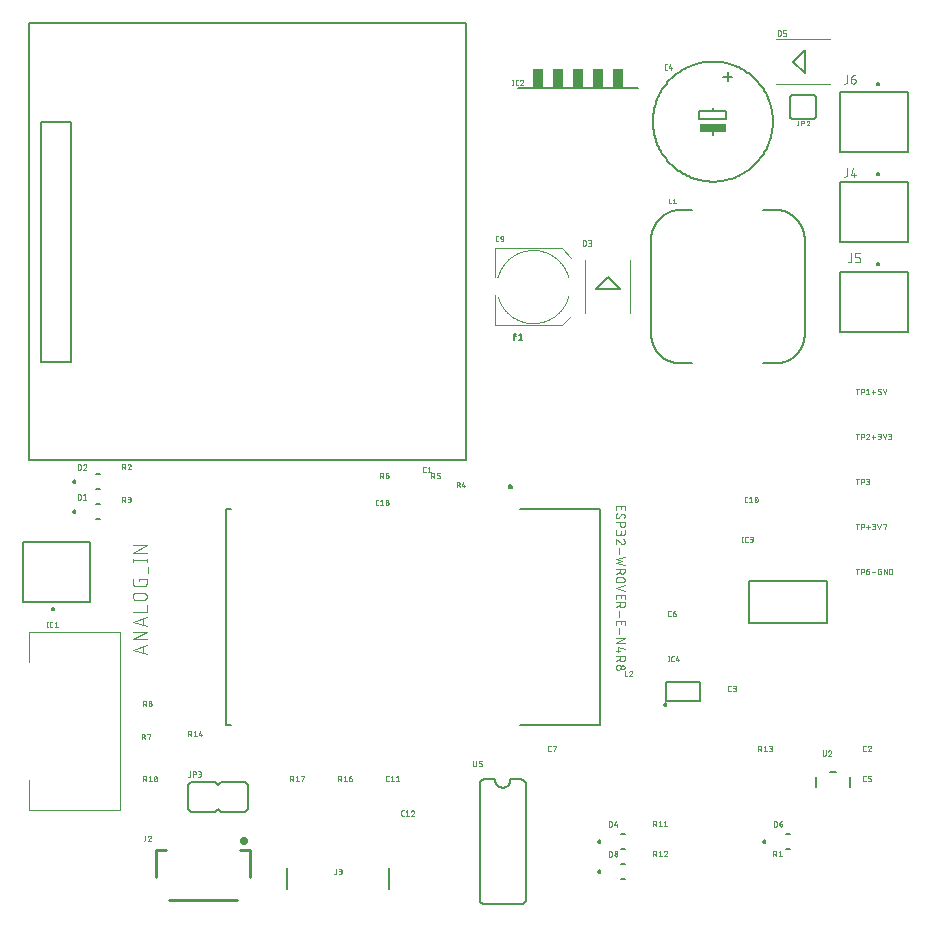
<source format=gbr>
G04 EAGLE Gerber RS-274X export*
G75*
%MOMM*%
%FSLAX34Y34*%
%LPD*%
%INSilkscreen Top*%
%IPPOS*%
%AMOC8*
5,1,8,0,0,1.08239X$1,22.5*%
G01*
%ADD10C,0.152400*%
%ADD11R,2.286000X0.635000*%
%ADD12C,0.050800*%
%ADD13C,0.101600*%
%ADD14C,0.200000*%
%ADD15C,0.203200*%
%ADD16C,0.127000*%
%ADD17C,0.100000*%
%ADD18C,0.100000*%
%ADD19R,0.965200X1.676400*%
%ADD20C,0.406400*%
%ADD21C,0.254000*%
%ADD22C,0.076200*%


D10*
X584200Y684530D02*
X584200Y681990D01*
X572770Y681990D01*
X572770Y675640D01*
X595630Y675640D01*
X595630Y681990D01*
X584200Y681990D01*
X584200Y666750D02*
X584200Y661670D01*
X593090Y711200D02*
X600710Y711200D01*
X596900Y707390D02*
X596900Y715010D01*
X533400Y673100D02*
X533415Y674347D01*
X533461Y675593D01*
X533538Y676837D01*
X533645Y678079D01*
X533782Y679318D01*
X533950Y680554D01*
X534148Y681785D01*
X534376Y683011D01*
X534634Y684230D01*
X534922Y685443D01*
X535240Y686649D01*
X535587Y687846D01*
X535964Y689035D01*
X536370Y690214D01*
X536804Y691383D01*
X537267Y692540D01*
X537758Y693686D01*
X538277Y694820D01*
X538824Y695940D01*
X539398Y697047D01*
X540000Y698139D01*
X540627Y699216D01*
X541281Y700278D01*
X541961Y701323D01*
X542667Y702351D01*
X543397Y703362D01*
X544152Y704354D01*
X544931Y705327D01*
X545734Y706281D01*
X546560Y707215D01*
X547408Y708129D01*
X548279Y709021D01*
X549171Y709892D01*
X550085Y710740D01*
X551019Y711566D01*
X551973Y712369D01*
X552946Y713148D01*
X553938Y713903D01*
X554949Y714633D01*
X555977Y715339D01*
X557022Y716019D01*
X558084Y716673D01*
X559161Y717300D01*
X560253Y717902D01*
X561360Y718476D01*
X562480Y719023D01*
X563614Y719542D01*
X564760Y720033D01*
X565917Y720496D01*
X567086Y720930D01*
X568265Y721336D01*
X569454Y721713D01*
X570651Y722060D01*
X571857Y722378D01*
X573070Y722666D01*
X574289Y722924D01*
X575515Y723152D01*
X576746Y723350D01*
X577982Y723518D01*
X579221Y723655D01*
X580463Y723762D01*
X581707Y723839D01*
X582953Y723885D01*
X584200Y723900D01*
X585447Y723885D01*
X586693Y723839D01*
X587937Y723762D01*
X589179Y723655D01*
X590418Y723518D01*
X591654Y723350D01*
X592885Y723152D01*
X594111Y722924D01*
X595330Y722666D01*
X596543Y722378D01*
X597749Y722060D01*
X598946Y721713D01*
X600135Y721336D01*
X601314Y720930D01*
X602483Y720496D01*
X603640Y720033D01*
X604786Y719542D01*
X605920Y719023D01*
X607040Y718476D01*
X608147Y717902D01*
X609239Y717300D01*
X610316Y716673D01*
X611378Y716019D01*
X612423Y715339D01*
X613451Y714633D01*
X614462Y713903D01*
X615454Y713148D01*
X616427Y712369D01*
X617381Y711566D01*
X618315Y710740D01*
X619229Y709892D01*
X620121Y709021D01*
X620992Y708129D01*
X621840Y707215D01*
X622666Y706281D01*
X623469Y705327D01*
X624248Y704354D01*
X625003Y703362D01*
X625733Y702351D01*
X626439Y701323D01*
X627119Y700278D01*
X627773Y699216D01*
X628400Y698139D01*
X629002Y697047D01*
X629576Y695940D01*
X630123Y694820D01*
X630642Y693686D01*
X631133Y692540D01*
X631596Y691383D01*
X632030Y690214D01*
X632436Y689035D01*
X632813Y687846D01*
X633160Y686649D01*
X633478Y685443D01*
X633766Y684230D01*
X634024Y683011D01*
X634252Y681785D01*
X634450Y680554D01*
X634618Y679318D01*
X634755Y678079D01*
X634862Y676837D01*
X634939Y675593D01*
X634985Y674347D01*
X635000Y673100D01*
X634985Y671853D01*
X634939Y670607D01*
X634862Y669363D01*
X634755Y668121D01*
X634618Y666882D01*
X634450Y665646D01*
X634252Y664415D01*
X634024Y663189D01*
X633766Y661970D01*
X633478Y660757D01*
X633160Y659551D01*
X632813Y658354D01*
X632436Y657165D01*
X632030Y655986D01*
X631596Y654817D01*
X631133Y653660D01*
X630642Y652514D01*
X630123Y651380D01*
X629576Y650260D01*
X629002Y649153D01*
X628400Y648061D01*
X627773Y646984D01*
X627119Y645922D01*
X626439Y644877D01*
X625733Y643849D01*
X625003Y642838D01*
X624248Y641846D01*
X623469Y640873D01*
X622666Y639919D01*
X621840Y638985D01*
X620992Y638071D01*
X620121Y637179D01*
X619229Y636308D01*
X618315Y635460D01*
X617381Y634634D01*
X616427Y633831D01*
X615454Y633052D01*
X614462Y632297D01*
X613451Y631567D01*
X612423Y630861D01*
X611378Y630181D01*
X610316Y629527D01*
X609239Y628900D01*
X608147Y628298D01*
X607040Y627724D01*
X605920Y627177D01*
X604786Y626658D01*
X603640Y626167D01*
X602483Y625704D01*
X601314Y625270D01*
X600135Y624864D01*
X598946Y624487D01*
X597749Y624140D01*
X596543Y623822D01*
X595330Y623534D01*
X594111Y623276D01*
X592885Y623048D01*
X591654Y622850D01*
X590418Y622682D01*
X589179Y622545D01*
X587937Y622438D01*
X586693Y622361D01*
X585447Y622315D01*
X584200Y622300D01*
X582953Y622315D01*
X581707Y622361D01*
X580463Y622438D01*
X579221Y622545D01*
X577982Y622682D01*
X576746Y622850D01*
X575515Y623048D01*
X574289Y623276D01*
X573070Y623534D01*
X571857Y623822D01*
X570651Y624140D01*
X569454Y624487D01*
X568265Y624864D01*
X567086Y625270D01*
X565917Y625704D01*
X564760Y626167D01*
X563614Y626658D01*
X562480Y627177D01*
X561360Y627724D01*
X560253Y628298D01*
X559161Y628900D01*
X558084Y629527D01*
X557022Y630181D01*
X555977Y630861D01*
X554949Y631567D01*
X553938Y632297D01*
X552946Y633052D01*
X551973Y633831D01*
X551019Y634634D01*
X550085Y635460D01*
X549171Y636308D01*
X548279Y637179D01*
X547408Y638071D01*
X546560Y638985D01*
X545734Y639919D01*
X544931Y640873D01*
X544152Y641846D01*
X543397Y642838D01*
X542667Y643849D01*
X541961Y644877D01*
X541281Y645922D01*
X540627Y646984D01*
X540000Y648061D01*
X539398Y649153D01*
X538824Y650260D01*
X538277Y651380D01*
X537758Y652514D01*
X537267Y653660D01*
X536804Y654817D01*
X536370Y655986D01*
X535964Y657165D01*
X535587Y658354D01*
X535240Y659551D01*
X534922Y660757D01*
X534634Y661970D01*
X534376Y663189D01*
X534148Y664415D01*
X533950Y665646D01*
X533782Y666882D01*
X533645Y668121D01*
X533538Y669363D01*
X533461Y670607D01*
X533415Y671853D01*
X533400Y673100D01*
D11*
X584200Y667385D03*
D12*
X545323Y717042D02*
X544307Y717042D01*
X544246Y717044D01*
X544185Y717049D01*
X544124Y717059D01*
X544064Y717072D01*
X544005Y717088D01*
X543947Y717108D01*
X543890Y717132D01*
X543835Y717158D01*
X543781Y717189D01*
X543730Y717222D01*
X543680Y717258D01*
X543633Y717298D01*
X543589Y717340D01*
X543547Y717384D01*
X543507Y717431D01*
X543471Y717481D01*
X543438Y717532D01*
X543407Y717586D01*
X543381Y717641D01*
X543357Y717698D01*
X543337Y717756D01*
X543321Y717815D01*
X543308Y717875D01*
X543298Y717936D01*
X543293Y717997D01*
X543291Y718058D01*
X543291Y720598D01*
X543293Y720659D01*
X543298Y720720D01*
X543308Y720781D01*
X543321Y720841D01*
X543337Y720900D01*
X543357Y720958D01*
X543381Y721015D01*
X543407Y721070D01*
X543438Y721124D01*
X543471Y721175D01*
X543507Y721225D01*
X543547Y721272D01*
X543589Y721316D01*
X543633Y721358D01*
X543680Y721398D01*
X543730Y721434D01*
X543781Y721467D01*
X543835Y721498D01*
X543890Y721524D01*
X543947Y721548D01*
X544005Y721568D01*
X544064Y721584D01*
X544124Y721597D01*
X544185Y721607D01*
X544246Y721612D01*
X544307Y721614D01*
X545323Y721614D01*
X548132Y721614D02*
X547116Y718058D01*
X549656Y718058D01*
X548894Y719074D02*
X548894Y717042D01*
D13*
X461549Y541900D02*
X461334Y542625D01*
X461101Y543344D01*
X460851Y544057D01*
X460583Y544764D01*
X460298Y545464D01*
X459996Y546157D01*
X459678Y546843D01*
X459342Y547520D01*
X458990Y548189D01*
X458622Y548850D01*
X458238Y549501D01*
X457838Y550142D01*
X457423Y550774D01*
X456992Y551395D01*
X456546Y552006D01*
X456086Y552605D01*
X455611Y553193D01*
X455121Y553770D01*
X454618Y554334D01*
X454101Y554885D01*
X453571Y555424D01*
X453028Y555950D01*
X452472Y556462D01*
X451904Y556961D01*
X451323Y557446D01*
X450732Y557916D01*
X450128Y558372D01*
X449514Y558812D01*
X448889Y559238D01*
X448255Y559648D01*
X447610Y560043D01*
X446956Y560422D01*
X446292Y560784D01*
X445620Y561131D01*
X444940Y561461D01*
X444252Y561774D01*
X443557Y562070D01*
X442854Y562349D01*
X442145Y562611D01*
X441430Y562856D01*
X440709Y563083D01*
X439982Y563292D01*
X439251Y563484D01*
X438515Y563657D01*
X437775Y563813D01*
X437032Y563950D01*
X436285Y564070D01*
X435536Y564171D01*
X434785Y564253D01*
X434032Y564318D01*
X433277Y564364D01*
X432521Y564391D01*
X431766Y564400D01*
X431010Y564391D01*
X430254Y564363D01*
X429500Y564316D01*
X428746Y564251D01*
X427995Y564168D01*
X427246Y564067D01*
X426500Y563947D01*
X425756Y563809D01*
X425017Y563653D01*
X424281Y563479D01*
X423550Y563287D01*
X422823Y563077D01*
X422103Y562849D01*
X421387Y562604D01*
X420678Y562342D01*
X419976Y562062D01*
X419281Y561765D01*
X418593Y561452D01*
X417913Y561122D01*
X417241Y560775D01*
X416578Y560411D01*
X415924Y560032D01*
X415280Y559637D01*
X414645Y559226D01*
X414021Y558800D01*
X413407Y558359D01*
X412804Y557903D01*
X412212Y557432D01*
X411632Y556947D01*
X411065Y556448D01*
X410509Y555936D01*
X409966Y555409D01*
X409436Y554870D01*
X408920Y554318D01*
X408417Y553754D01*
X407928Y553177D01*
X407453Y552589D01*
X406993Y551989D01*
X406548Y551378D01*
X406118Y550757D01*
X405703Y550125D01*
X405303Y549483D01*
X404919Y548832D01*
X404552Y548171D01*
X404200Y547502D01*
X403865Y546824D01*
X403547Y546138D01*
X403246Y545445D01*
X402961Y544745D01*
X402694Y544037D01*
X402444Y543324D01*
X402212Y542605D01*
X401997Y541880D01*
X401800Y541150D01*
X399300Y541400D02*
X399300Y565900D01*
X456300Y565900D01*
X464300Y557900D01*
X464300Y508900D02*
X456300Y500900D01*
X399300Y500900D01*
X399300Y526400D01*
X402051Y524900D02*
X402266Y524175D01*
X402499Y523456D01*
X402749Y522743D01*
X403017Y522036D01*
X403302Y521336D01*
X403604Y520643D01*
X403922Y519957D01*
X404258Y519280D01*
X404610Y518611D01*
X404978Y517950D01*
X405362Y517299D01*
X405762Y516658D01*
X406177Y516026D01*
X406608Y515405D01*
X407054Y514794D01*
X407514Y514195D01*
X407989Y513607D01*
X408479Y513030D01*
X408982Y512466D01*
X409499Y511915D01*
X410029Y511376D01*
X410572Y510850D01*
X411128Y510338D01*
X411696Y509839D01*
X412277Y509354D01*
X412868Y508884D01*
X413472Y508428D01*
X414086Y507988D01*
X414711Y507562D01*
X415345Y507152D01*
X415990Y506757D01*
X416644Y506378D01*
X417308Y506016D01*
X417980Y505669D01*
X418660Y505339D01*
X419348Y505026D01*
X420043Y504730D01*
X420746Y504451D01*
X421455Y504189D01*
X422170Y503944D01*
X422891Y503717D01*
X423618Y503508D01*
X424349Y503316D01*
X425085Y503143D01*
X425825Y502987D01*
X426568Y502850D01*
X427315Y502730D01*
X428064Y502629D01*
X428815Y502547D01*
X429568Y502482D01*
X430323Y502436D01*
X431079Y502409D01*
X431834Y502400D01*
X432590Y502409D01*
X433346Y502437D01*
X434100Y502484D01*
X434854Y502549D01*
X435605Y502632D01*
X436354Y502733D01*
X437100Y502853D01*
X437844Y502991D01*
X438583Y503147D01*
X439319Y503321D01*
X440050Y503513D01*
X440777Y503723D01*
X441497Y503951D01*
X442213Y504196D01*
X442922Y504458D01*
X443624Y504738D01*
X444319Y505035D01*
X445007Y505348D01*
X445687Y505678D01*
X446359Y506025D01*
X447022Y506389D01*
X447676Y506768D01*
X448320Y507163D01*
X448955Y507574D01*
X449579Y508000D01*
X450193Y508441D01*
X450796Y508897D01*
X451388Y509368D01*
X451968Y509853D01*
X452535Y510352D01*
X453091Y510864D01*
X453634Y511391D01*
X454164Y511930D01*
X454680Y512482D01*
X455183Y513046D01*
X455672Y513623D01*
X456147Y514211D01*
X456607Y514811D01*
X457052Y515422D01*
X457482Y516043D01*
X457897Y516675D01*
X458297Y517317D01*
X458681Y517968D01*
X459048Y518629D01*
X459400Y519298D01*
X459735Y519976D01*
X460053Y520662D01*
X460354Y521355D01*
X460639Y522055D01*
X460906Y522763D01*
X461156Y523476D01*
X461388Y524195D01*
X461603Y524920D01*
X461800Y525650D01*
D12*
X402336Y571754D02*
X401320Y571754D01*
X401259Y571756D01*
X401198Y571761D01*
X401137Y571771D01*
X401077Y571784D01*
X401018Y571800D01*
X400960Y571820D01*
X400903Y571844D01*
X400848Y571870D01*
X400794Y571901D01*
X400743Y571934D01*
X400693Y571970D01*
X400646Y572010D01*
X400602Y572052D01*
X400560Y572096D01*
X400520Y572143D01*
X400484Y572193D01*
X400451Y572244D01*
X400420Y572298D01*
X400394Y572353D01*
X400370Y572410D01*
X400350Y572468D01*
X400334Y572527D01*
X400321Y572587D01*
X400311Y572648D01*
X400306Y572709D01*
X400304Y572770D01*
X400304Y575310D01*
X400306Y575371D01*
X400311Y575432D01*
X400321Y575493D01*
X400334Y575553D01*
X400350Y575612D01*
X400370Y575670D01*
X400394Y575727D01*
X400420Y575782D01*
X400451Y575836D01*
X400484Y575887D01*
X400520Y575937D01*
X400560Y575984D01*
X400602Y576028D01*
X400646Y576070D01*
X400693Y576110D01*
X400743Y576146D01*
X400794Y576179D01*
X400848Y576210D01*
X400903Y576236D01*
X400960Y576260D01*
X401018Y576280D01*
X401077Y576296D01*
X401137Y576309D01*
X401198Y576319D01*
X401259Y576324D01*
X401320Y576326D01*
X402336Y576326D01*
X405145Y573786D02*
X406669Y573786D01*
X405145Y573786D02*
X405084Y573788D01*
X405023Y573793D01*
X404962Y573803D01*
X404902Y573816D01*
X404843Y573832D01*
X404785Y573852D01*
X404728Y573876D01*
X404673Y573902D01*
X404619Y573933D01*
X404568Y573966D01*
X404518Y574002D01*
X404471Y574042D01*
X404427Y574084D01*
X404385Y574128D01*
X404345Y574175D01*
X404309Y574225D01*
X404276Y574276D01*
X404245Y574330D01*
X404219Y574385D01*
X404195Y574442D01*
X404175Y574500D01*
X404159Y574559D01*
X404146Y574619D01*
X404136Y574680D01*
X404131Y574741D01*
X404129Y574802D01*
X404129Y575056D01*
X404131Y575126D01*
X404137Y575196D01*
X404146Y575265D01*
X404160Y575334D01*
X404177Y575402D01*
X404198Y575468D01*
X404222Y575534D01*
X404250Y575598D01*
X404282Y575660D01*
X404317Y575721D01*
X404355Y575780D01*
X404397Y575836D01*
X404441Y575890D01*
X404489Y575942D01*
X404539Y575990D01*
X404592Y576036D01*
X404647Y576079D01*
X404704Y576119D01*
X404764Y576156D01*
X404826Y576189D01*
X404889Y576219D01*
X404954Y576245D01*
X405020Y576268D01*
X405087Y576287D01*
X405156Y576302D01*
X405225Y576314D01*
X405294Y576322D01*
X405364Y576326D01*
X405434Y576326D01*
X405504Y576322D01*
X405573Y576314D01*
X405642Y576302D01*
X405711Y576287D01*
X405778Y576268D01*
X405844Y576245D01*
X405909Y576219D01*
X405972Y576189D01*
X406034Y576156D01*
X406094Y576119D01*
X406151Y576079D01*
X406206Y576036D01*
X406259Y575990D01*
X406309Y575942D01*
X406357Y575890D01*
X406401Y575836D01*
X406443Y575780D01*
X406481Y575721D01*
X406516Y575660D01*
X406548Y575598D01*
X406576Y575534D01*
X406600Y575468D01*
X406621Y575402D01*
X406638Y575334D01*
X406652Y575265D01*
X406661Y575196D01*
X406667Y575126D01*
X406669Y575056D01*
X406669Y573786D01*
X406667Y573697D01*
X406661Y573609D01*
X406652Y573521D01*
X406638Y573433D01*
X406621Y573346D01*
X406600Y573260D01*
X406575Y573175D01*
X406546Y573091D01*
X406514Y573008D01*
X406479Y572927D01*
X406439Y572848D01*
X406397Y572770D01*
X406351Y572694D01*
X406302Y572620D01*
X406249Y572549D01*
X406194Y572480D01*
X406135Y572413D01*
X406074Y572349D01*
X406010Y572288D01*
X405943Y572229D01*
X405874Y572174D01*
X405803Y572121D01*
X405729Y572072D01*
X405653Y572026D01*
X405575Y571984D01*
X405496Y571944D01*
X405415Y571909D01*
X405332Y571877D01*
X405248Y571848D01*
X405163Y571823D01*
X405077Y571802D01*
X404990Y571785D01*
X404902Y571771D01*
X404814Y571762D01*
X404726Y571756D01*
X404637Y571754D01*
D14*
X42500Y342900D02*
X42502Y342963D01*
X42508Y343025D01*
X42518Y343087D01*
X42531Y343149D01*
X42549Y343209D01*
X42570Y343268D01*
X42595Y343326D01*
X42624Y343382D01*
X42656Y343436D01*
X42691Y343488D01*
X42729Y343537D01*
X42771Y343585D01*
X42815Y343629D01*
X42863Y343671D01*
X42912Y343709D01*
X42964Y343744D01*
X43018Y343776D01*
X43074Y343805D01*
X43132Y343830D01*
X43191Y343851D01*
X43251Y343869D01*
X43313Y343882D01*
X43375Y343892D01*
X43437Y343898D01*
X43500Y343900D01*
X43563Y343898D01*
X43625Y343892D01*
X43687Y343882D01*
X43749Y343869D01*
X43809Y343851D01*
X43868Y343830D01*
X43926Y343805D01*
X43982Y343776D01*
X44036Y343744D01*
X44088Y343709D01*
X44137Y343671D01*
X44185Y343629D01*
X44229Y343585D01*
X44271Y343537D01*
X44309Y343488D01*
X44344Y343436D01*
X44376Y343382D01*
X44405Y343326D01*
X44430Y343268D01*
X44451Y343209D01*
X44469Y343149D01*
X44482Y343087D01*
X44492Y343025D01*
X44498Y342963D01*
X44500Y342900D01*
X44498Y342837D01*
X44492Y342775D01*
X44482Y342713D01*
X44469Y342651D01*
X44451Y342591D01*
X44430Y342532D01*
X44405Y342474D01*
X44376Y342418D01*
X44344Y342364D01*
X44309Y342312D01*
X44271Y342263D01*
X44229Y342215D01*
X44185Y342171D01*
X44137Y342129D01*
X44088Y342091D01*
X44036Y342056D01*
X43982Y342024D01*
X43926Y341995D01*
X43868Y341970D01*
X43809Y341949D01*
X43749Y341931D01*
X43687Y341918D01*
X43625Y341908D01*
X43563Y341902D01*
X43500Y341900D01*
X43437Y341902D01*
X43375Y341908D01*
X43313Y341918D01*
X43251Y341931D01*
X43191Y341949D01*
X43132Y341970D01*
X43074Y341995D01*
X43018Y342024D01*
X42964Y342056D01*
X42912Y342091D01*
X42863Y342129D01*
X42815Y342171D01*
X42771Y342215D01*
X42729Y342263D01*
X42691Y342312D01*
X42656Y342364D01*
X42624Y342418D01*
X42595Y342474D01*
X42570Y342532D01*
X42549Y342591D01*
X42531Y342651D01*
X42518Y342713D01*
X42508Y342775D01*
X42502Y342837D01*
X42500Y342900D01*
X61500Y348900D02*
X65500Y348900D01*
X65500Y336900D02*
X61500Y336900D01*
D12*
X46554Y353104D02*
X46554Y357676D01*
X47824Y357676D01*
X47893Y357674D01*
X47961Y357669D01*
X48029Y357659D01*
X48097Y357646D01*
X48164Y357630D01*
X48230Y357610D01*
X48294Y357586D01*
X48357Y357559D01*
X48419Y357528D01*
X48479Y357494D01*
X48537Y357457D01*
X48593Y357417D01*
X48646Y357374D01*
X48697Y357328D01*
X48746Y357279D01*
X48792Y357228D01*
X48835Y357175D01*
X48875Y357119D01*
X48912Y357061D01*
X48946Y357001D01*
X48977Y356939D01*
X49004Y356876D01*
X49028Y356812D01*
X49048Y356746D01*
X49064Y356679D01*
X49077Y356611D01*
X49087Y356543D01*
X49092Y356475D01*
X49094Y356406D01*
X49094Y354374D01*
X49092Y354305D01*
X49087Y354237D01*
X49077Y354169D01*
X49064Y354101D01*
X49048Y354034D01*
X49028Y353968D01*
X49004Y353904D01*
X48977Y353841D01*
X48946Y353779D01*
X48912Y353719D01*
X48875Y353661D01*
X48835Y353605D01*
X48792Y353552D01*
X48746Y353501D01*
X48697Y353452D01*
X48646Y353406D01*
X48593Y353363D01*
X48537Y353323D01*
X48479Y353286D01*
X48419Y353252D01*
X48357Y353221D01*
X48294Y353194D01*
X48230Y353170D01*
X48164Y353150D01*
X48097Y353134D01*
X48029Y353121D01*
X47961Y353111D01*
X47893Y353106D01*
X47824Y353104D01*
X46554Y353104D01*
X51278Y356660D02*
X52548Y357676D01*
X52548Y353104D01*
X51278Y353104D02*
X53818Y353104D01*
D14*
X42500Y368300D02*
X42502Y368363D01*
X42508Y368425D01*
X42518Y368487D01*
X42531Y368549D01*
X42549Y368609D01*
X42570Y368668D01*
X42595Y368726D01*
X42624Y368782D01*
X42656Y368836D01*
X42691Y368888D01*
X42729Y368937D01*
X42771Y368985D01*
X42815Y369029D01*
X42863Y369071D01*
X42912Y369109D01*
X42964Y369144D01*
X43018Y369176D01*
X43074Y369205D01*
X43132Y369230D01*
X43191Y369251D01*
X43251Y369269D01*
X43313Y369282D01*
X43375Y369292D01*
X43437Y369298D01*
X43500Y369300D01*
X43563Y369298D01*
X43625Y369292D01*
X43687Y369282D01*
X43749Y369269D01*
X43809Y369251D01*
X43868Y369230D01*
X43926Y369205D01*
X43982Y369176D01*
X44036Y369144D01*
X44088Y369109D01*
X44137Y369071D01*
X44185Y369029D01*
X44229Y368985D01*
X44271Y368937D01*
X44309Y368888D01*
X44344Y368836D01*
X44376Y368782D01*
X44405Y368726D01*
X44430Y368668D01*
X44451Y368609D01*
X44469Y368549D01*
X44482Y368487D01*
X44492Y368425D01*
X44498Y368363D01*
X44500Y368300D01*
X44498Y368237D01*
X44492Y368175D01*
X44482Y368113D01*
X44469Y368051D01*
X44451Y367991D01*
X44430Y367932D01*
X44405Y367874D01*
X44376Y367818D01*
X44344Y367764D01*
X44309Y367712D01*
X44271Y367663D01*
X44229Y367615D01*
X44185Y367571D01*
X44137Y367529D01*
X44088Y367491D01*
X44036Y367456D01*
X43982Y367424D01*
X43926Y367395D01*
X43868Y367370D01*
X43809Y367349D01*
X43749Y367331D01*
X43687Y367318D01*
X43625Y367308D01*
X43563Y367302D01*
X43500Y367300D01*
X43437Y367302D01*
X43375Y367308D01*
X43313Y367318D01*
X43251Y367331D01*
X43191Y367349D01*
X43132Y367370D01*
X43074Y367395D01*
X43018Y367424D01*
X42964Y367456D01*
X42912Y367491D01*
X42863Y367529D01*
X42815Y367571D01*
X42771Y367615D01*
X42729Y367663D01*
X42691Y367712D01*
X42656Y367764D01*
X42624Y367818D01*
X42595Y367874D01*
X42570Y367932D01*
X42549Y367991D01*
X42531Y368051D01*
X42518Y368113D01*
X42508Y368175D01*
X42502Y368237D01*
X42500Y368300D01*
X61500Y374300D02*
X65500Y374300D01*
X65500Y362300D02*
X61500Y362300D01*
D12*
X46554Y378504D02*
X46554Y383076D01*
X47824Y383076D01*
X47893Y383074D01*
X47961Y383069D01*
X48029Y383059D01*
X48097Y383046D01*
X48164Y383030D01*
X48230Y383010D01*
X48294Y382986D01*
X48357Y382959D01*
X48419Y382928D01*
X48479Y382894D01*
X48537Y382857D01*
X48593Y382817D01*
X48646Y382774D01*
X48697Y382728D01*
X48746Y382679D01*
X48792Y382628D01*
X48835Y382575D01*
X48875Y382519D01*
X48912Y382461D01*
X48946Y382401D01*
X48977Y382339D01*
X49004Y382276D01*
X49028Y382212D01*
X49048Y382146D01*
X49064Y382079D01*
X49077Y382011D01*
X49087Y381943D01*
X49092Y381875D01*
X49094Y381806D01*
X49094Y379774D01*
X49092Y379705D01*
X49087Y379637D01*
X49077Y379569D01*
X49064Y379501D01*
X49048Y379434D01*
X49028Y379368D01*
X49004Y379304D01*
X48977Y379241D01*
X48946Y379179D01*
X48912Y379119D01*
X48875Y379061D01*
X48835Y379005D01*
X48792Y378952D01*
X48746Y378901D01*
X48697Y378852D01*
X48646Y378806D01*
X48593Y378763D01*
X48537Y378723D01*
X48479Y378686D01*
X48419Y378652D01*
X48357Y378621D01*
X48294Y378594D01*
X48230Y378570D01*
X48164Y378550D01*
X48097Y378534D01*
X48029Y378521D01*
X47961Y378511D01*
X47893Y378506D01*
X47824Y378504D01*
X46554Y378504D01*
X52675Y383076D02*
X52741Y383074D01*
X52808Y383068D01*
X52873Y383059D01*
X52939Y383045D01*
X53003Y383028D01*
X53066Y383007D01*
X53128Y382983D01*
X53188Y382954D01*
X53247Y382923D01*
X53303Y382888D01*
X53358Y382850D01*
X53410Y382809D01*
X53459Y382764D01*
X53506Y382717D01*
X53551Y382668D01*
X53592Y382616D01*
X53630Y382561D01*
X53665Y382505D01*
X53696Y382446D01*
X53725Y382386D01*
X53749Y382324D01*
X53770Y382261D01*
X53787Y382197D01*
X53801Y382131D01*
X53810Y382066D01*
X53816Y381999D01*
X53818Y381933D01*
X52675Y383076D02*
X52601Y383074D01*
X52528Y383069D01*
X52454Y383059D01*
X52382Y383046D01*
X52310Y383030D01*
X52239Y383010D01*
X52169Y382986D01*
X52100Y382959D01*
X52033Y382928D01*
X51967Y382894D01*
X51904Y382857D01*
X51842Y382817D01*
X51782Y382773D01*
X51725Y382727D01*
X51669Y382678D01*
X51617Y382626D01*
X51567Y382571D01*
X51520Y382514D01*
X51476Y382455D01*
X51435Y382394D01*
X51397Y382330D01*
X51362Y382265D01*
X51331Y382198D01*
X51303Y382130D01*
X51278Y382060D01*
X53438Y381044D02*
X53485Y381091D01*
X53529Y381140D01*
X53570Y381192D01*
X53609Y381246D01*
X53644Y381302D01*
X53677Y381360D01*
X53706Y381419D01*
X53732Y381480D01*
X53755Y381542D01*
X53775Y381606D01*
X53790Y381670D01*
X53803Y381735D01*
X53812Y381801D01*
X53817Y381867D01*
X53819Y381933D01*
X53437Y381044D02*
X51278Y378504D01*
X53818Y378504D01*
D13*
X514350Y510794D02*
X514350Y556006D01*
X476250Y556006D02*
X476250Y510794D01*
D15*
X505300Y531470D02*
X495300Y541700D01*
X485300Y531470D01*
X505300Y531470D01*
D12*
X473964Y567944D02*
X473964Y572516D01*
X475234Y572516D01*
X475303Y572514D01*
X475371Y572509D01*
X475439Y572499D01*
X475507Y572486D01*
X475574Y572470D01*
X475640Y572450D01*
X475704Y572426D01*
X475767Y572399D01*
X475829Y572368D01*
X475889Y572334D01*
X475947Y572297D01*
X476003Y572257D01*
X476056Y572214D01*
X476107Y572168D01*
X476156Y572119D01*
X476202Y572068D01*
X476245Y572015D01*
X476285Y571959D01*
X476322Y571901D01*
X476356Y571841D01*
X476387Y571779D01*
X476414Y571716D01*
X476438Y571652D01*
X476458Y571586D01*
X476474Y571519D01*
X476487Y571451D01*
X476497Y571383D01*
X476502Y571315D01*
X476504Y571246D01*
X476504Y569214D01*
X476502Y569145D01*
X476497Y569077D01*
X476487Y569009D01*
X476474Y568941D01*
X476458Y568874D01*
X476438Y568808D01*
X476414Y568744D01*
X476387Y568681D01*
X476356Y568619D01*
X476322Y568559D01*
X476285Y568501D01*
X476245Y568445D01*
X476202Y568392D01*
X476156Y568341D01*
X476107Y568292D01*
X476056Y568246D01*
X476003Y568203D01*
X475947Y568163D01*
X475889Y568126D01*
X475829Y568092D01*
X475767Y568061D01*
X475704Y568034D01*
X475640Y568010D01*
X475574Y567990D01*
X475507Y567974D01*
X475439Y567961D01*
X475371Y567951D01*
X475303Y567946D01*
X475234Y567944D01*
X473964Y567944D01*
X478688Y567944D02*
X479958Y567944D01*
X480028Y567946D01*
X480098Y567952D01*
X480167Y567961D01*
X480236Y567975D01*
X480304Y567992D01*
X480370Y568013D01*
X480436Y568037D01*
X480500Y568065D01*
X480562Y568097D01*
X480623Y568132D01*
X480682Y568170D01*
X480738Y568212D01*
X480792Y568256D01*
X480844Y568304D01*
X480892Y568354D01*
X480938Y568407D01*
X480981Y568462D01*
X481021Y568519D01*
X481058Y568579D01*
X481091Y568641D01*
X481121Y568704D01*
X481147Y568769D01*
X481170Y568835D01*
X481189Y568902D01*
X481204Y568971D01*
X481216Y569040D01*
X481224Y569109D01*
X481228Y569179D01*
X481228Y569249D01*
X481224Y569319D01*
X481216Y569388D01*
X481204Y569457D01*
X481189Y569526D01*
X481170Y569593D01*
X481147Y569659D01*
X481121Y569724D01*
X481091Y569787D01*
X481058Y569849D01*
X481021Y569909D01*
X480981Y569966D01*
X480938Y570021D01*
X480892Y570074D01*
X480844Y570124D01*
X480792Y570172D01*
X480738Y570216D01*
X480682Y570258D01*
X480623Y570296D01*
X480562Y570331D01*
X480500Y570363D01*
X480436Y570391D01*
X480370Y570415D01*
X480304Y570436D01*
X480236Y570453D01*
X480167Y570467D01*
X480098Y570476D01*
X480028Y570482D01*
X479958Y570484D01*
X480212Y572516D02*
X478688Y572516D01*
X480212Y572516D02*
X480275Y572514D01*
X480337Y572508D01*
X480399Y572499D01*
X480460Y572485D01*
X480520Y572468D01*
X480579Y572447D01*
X480637Y572423D01*
X480693Y572395D01*
X480747Y572364D01*
X480799Y572329D01*
X480849Y572292D01*
X480896Y572251D01*
X480941Y572207D01*
X480984Y572161D01*
X481023Y572112D01*
X481059Y572061D01*
X481092Y572008D01*
X481121Y571953D01*
X481148Y571896D01*
X481170Y571838D01*
X481189Y571778D01*
X481204Y571717D01*
X481216Y571656D01*
X481224Y571594D01*
X481228Y571531D01*
X481228Y571469D01*
X481224Y571406D01*
X481216Y571344D01*
X481204Y571283D01*
X481189Y571222D01*
X481170Y571162D01*
X481148Y571104D01*
X481121Y571047D01*
X481092Y570992D01*
X481059Y570939D01*
X481023Y570888D01*
X480984Y570839D01*
X480941Y570793D01*
X480896Y570749D01*
X480849Y570708D01*
X480799Y570671D01*
X480747Y570636D01*
X480693Y570605D01*
X480637Y570577D01*
X480579Y570553D01*
X480520Y570532D01*
X480460Y570515D01*
X480399Y570501D01*
X480337Y570492D01*
X480275Y570486D01*
X480212Y570484D01*
X479196Y570484D01*
D13*
X637794Y742950D02*
X683006Y742950D01*
X683006Y704850D02*
X637794Y704850D01*
D15*
X652100Y723900D02*
X662330Y733900D01*
X652100Y723900D02*
X662330Y713900D01*
X662330Y733900D01*
D12*
X639064Y745744D02*
X639064Y750316D01*
X640334Y750316D01*
X640403Y750314D01*
X640471Y750309D01*
X640539Y750299D01*
X640607Y750286D01*
X640674Y750270D01*
X640740Y750250D01*
X640804Y750226D01*
X640867Y750199D01*
X640929Y750168D01*
X640989Y750134D01*
X641047Y750097D01*
X641103Y750057D01*
X641156Y750014D01*
X641207Y749968D01*
X641256Y749919D01*
X641302Y749868D01*
X641345Y749815D01*
X641385Y749759D01*
X641422Y749701D01*
X641456Y749641D01*
X641487Y749579D01*
X641514Y749516D01*
X641538Y749452D01*
X641558Y749386D01*
X641574Y749319D01*
X641587Y749251D01*
X641597Y749183D01*
X641602Y749115D01*
X641604Y749046D01*
X641604Y747014D01*
X641602Y746945D01*
X641597Y746877D01*
X641587Y746809D01*
X641574Y746741D01*
X641558Y746674D01*
X641538Y746608D01*
X641514Y746544D01*
X641487Y746481D01*
X641456Y746419D01*
X641422Y746359D01*
X641385Y746301D01*
X641345Y746245D01*
X641302Y746192D01*
X641256Y746141D01*
X641207Y746092D01*
X641156Y746046D01*
X641103Y746003D01*
X641047Y745963D01*
X640989Y745926D01*
X640929Y745892D01*
X640867Y745861D01*
X640804Y745834D01*
X640740Y745810D01*
X640674Y745790D01*
X640607Y745774D01*
X640539Y745761D01*
X640471Y745751D01*
X640403Y745746D01*
X640334Y745744D01*
X639064Y745744D01*
X643788Y745744D02*
X645312Y745744D01*
X645373Y745746D01*
X645434Y745751D01*
X645495Y745761D01*
X645555Y745774D01*
X645614Y745790D01*
X645672Y745810D01*
X645729Y745834D01*
X645784Y745860D01*
X645838Y745891D01*
X645889Y745924D01*
X645939Y745960D01*
X645986Y746000D01*
X646030Y746042D01*
X646072Y746086D01*
X646112Y746133D01*
X646148Y746183D01*
X646181Y746234D01*
X646212Y746288D01*
X646238Y746343D01*
X646262Y746400D01*
X646282Y746458D01*
X646298Y746517D01*
X646311Y746577D01*
X646321Y746638D01*
X646326Y746699D01*
X646328Y746760D01*
X646328Y747268D01*
X646326Y747329D01*
X646321Y747390D01*
X646311Y747451D01*
X646298Y747511D01*
X646282Y747570D01*
X646262Y747628D01*
X646238Y747685D01*
X646212Y747740D01*
X646181Y747794D01*
X646148Y747845D01*
X646112Y747895D01*
X646072Y747942D01*
X646030Y747986D01*
X645986Y748028D01*
X645939Y748068D01*
X645889Y748104D01*
X645838Y748137D01*
X645784Y748168D01*
X645729Y748194D01*
X645672Y748218D01*
X645614Y748238D01*
X645555Y748254D01*
X645495Y748267D01*
X645434Y748277D01*
X645373Y748282D01*
X645312Y748284D01*
X643788Y748284D01*
X643788Y750316D01*
X646328Y750316D01*
D16*
X415483Y493395D02*
X415483Y488569D01*
X415483Y493395D02*
X417628Y493395D01*
X417628Y491250D02*
X415483Y491250D01*
X420036Y492323D02*
X421376Y493395D01*
X421376Y488569D01*
X420036Y488569D02*
X422717Y488569D01*
D17*
X5400Y115770D02*
X5400Y90270D01*
D18*
X5400Y90270D03*
D17*
X5400Y115770D01*
D18*
X5400Y115770D03*
D17*
X82400Y90270D02*
X82400Y241270D01*
D18*
X82400Y241270D03*
D17*
X82400Y90270D01*
D18*
X82400Y90270D03*
D17*
X5400Y215770D02*
X5400Y241270D01*
D18*
X5400Y215770D03*
D17*
X5400Y241270D01*
D18*
X5400Y241270D03*
X5400Y90270D03*
D17*
X82400Y90270D01*
D18*
X82400Y90270D03*
D17*
X5400Y90270D01*
D18*
X82400Y241270D03*
D17*
X5400Y241270D01*
D18*
X5400Y241270D03*
D17*
X82400Y241270D01*
D12*
X20615Y244814D02*
X20615Y249386D01*
X20107Y244814D02*
X21123Y244814D01*
X21123Y249386D02*
X20107Y249386D01*
X24004Y244814D02*
X25020Y244814D01*
X24004Y244814D02*
X23943Y244816D01*
X23882Y244821D01*
X23821Y244831D01*
X23761Y244844D01*
X23702Y244860D01*
X23644Y244880D01*
X23587Y244904D01*
X23532Y244930D01*
X23478Y244961D01*
X23427Y244994D01*
X23377Y245030D01*
X23330Y245070D01*
X23286Y245112D01*
X23244Y245156D01*
X23204Y245203D01*
X23168Y245253D01*
X23135Y245304D01*
X23104Y245358D01*
X23078Y245413D01*
X23054Y245470D01*
X23034Y245528D01*
X23018Y245587D01*
X23005Y245647D01*
X22995Y245708D01*
X22990Y245769D01*
X22988Y245830D01*
X22988Y248370D01*
X22990Y248431D01*
X22995Y248492D01*
X23005Y248553D01*
X23018Y248613D01*
X23034Y248672D01*
X23054Y248730D01*
X23078Y248787D01*
X23104Y248842D01*
X23135Y248896D01*
X23168Y248947D01*
X23204Y248997D01*
X23244Y249044D01*
X23286Y249088D01*
X23330Y249130D01*
X23377Y249170D01*
X23427Y249206D01*
X23478Y249239D01*
X23532Y249270D01*
X23587Y249296D01*
X23644Y249320D01*
X23702Y249340D01*
X23761Y249356D01*
X23821Y249369D01*
X23882Y249379D01*
X23943Y249384D01*
X24004Y249386D01*
X25020Y249386D01*
X26813Y248370D02*
X28083Y249386D01*
X28083Y244814D01*
X26813Y244814D02*
X29353Y244814D01*
D15*
X418960Y701900D02*
X520840Y701900D01*
D19*
X503936Y709422D03*
X486918Y709422D03*
X469900Y709422D03*
X452882Y709422D03*
X435864Y709422D03*
D12*
X414782Y708406D02*
X414782Y703834D01*
X414274Y703834D02*
X415290Y703834D01*
X415290Y708406D02*
X414274Y708406D01*
X418171Y703834D02*
X419187Y703834D01*
X418171Y703834D02*
X418110Y703836D01*
X418049Y703841D01*
X417988Y703851D01*
X417928Y703864D01*
X417869Y703880D01*
X417811Y703900D01*
X417754Y703924D01*
X417699Y703950D01*
X417645Y703981D01*
X417594Y704014D01*
X417544Y704050D01*
X417497Y704090D01*
X417453Y704132D01*
X417411Y704176D01*
X417371Y704223D01*
X417335Y704273D01*
X417302Y704324D01*
X417271Y704378D01*
X417245Y704433D01*
X417221Y704490D01*
X417201Y704548D01*
X417185Y704607D01*
X417172Y704667D01*
X417162Y704728D01*
X417157Y704789D01*
X417155Y704850D01*
X417155Y707390D01*
X417157Y707451D01*
X417162Y707512D01*
X417172Y707573D01*
X417185Y707633D01*
X417201Y707692D01*
X417221Y707750D01*
X417245Y707807D01*
X417271Y707862D01*
X417302Y707916D01*
X417335Y707967D01*
X417371Y708017D01*
X417411Y708064D01*
X417453Y708108D01*
X417497Y708150D01*
X417544Y708190D01*
X417594Y708226D01*
X417645Y708259D01*
X417699Y708290D01*
X417754Y708316D01*
X417811Y708340D01*
X417869Y708360D01*
X417928Y708376D01*
X417988Y708389D01*
X418049Y708399D01*
X418110Y708404D01*
X418171Y708406D01*
X419187Y708406D01*
X422377Y708406D02*
X422443Y708404D01*
X422510Y708398D01*
X422575Y708389D01*
X422641Y708375D01*
X422705Y708358D01*
X422768Y708337D01*
X422830Y708313D01*
X422890Y708284D01*
X422949Y708253D01*
X423005Y708218D01*
X423060Y708180D01*
X423112Y708139D01*
X423161Y708094D01*
X423208Y708047D01*
X423253Y707998D01*
X423294Y707946D01*
X423332Y707891D01*
X423367Y707835D01*
X423398Y707776D01*
X423427Y707716D01*
X423451Y707654D01*
X423472Y707591D01*
X423489Y707527D01*
X423503Y707461D01*
X423512Y707396D01*
X423518Y707329D01*
X423520Y707263D01*
X422377Y708406D02*
X422303Y708404D01*
X422230Y708399D01*
X422156Y708389D01*
X422084Y708376D01*
X422012Y708360D01*
X421941Y708340D01*
X421871Y708316D01*
X421802Y708289D01*
X421735Y708258D01*
X421669Y708224D01*
X421606Y708187D01*
X421544Y708147D01*
X421484Y708103D01*
X421427Y708057D01*
X421371Y708008D01*
X421319Y707956D01*
X421269Y707901D01*
X421222Y707844D01*
X421178Y707785D01*
X421137Y707724D01*
X421099Y707660D01*
X421064Y707595D01*
X421033Y707528D01*
X421005Y707460D01*
X420980Y707390D01*
X423139Y706374D02*
X423186Y706421D01*
X423230Y706470D01*
X423271Y706522D01*
X423310Y706576D01*
X423345Y706632D01*
X423378Y706690D01*
X423407Y706749D01*
X423433Y706810D01*
X423456Y706872D01*
X423476Y706936D01*
X423491Y707000D01*
X423504Y707065D01*
X423513Y707131D01*
X423518Y707197D01*
X423520Y707263D01*
X423139Y706374D02*
X420980Y703834D01*
X423520Y703834D01*
D15*
X614930Y284480D02*
X614930Y248920D01*
X614930Y284480D02*
X680470Y284480D01*
X680470Y248920D01*
X614930Y248920D01*
D12*
X609092Y316992D02*
X609092Y321564D01*
X608584Y316992D02*
X609600Y316992D01*
X609600Y321564D02*
X608584Y321564D01*
X612481Y316992D02*
X613497Y316992D01*
X612481Y316992D02*
X612420Y316994D01*
X612359Y316999D01*
X612298Y317009D01*
X612238Y317022D01*
X612179Y317038D01*
X612121Y317058D01*
X612064Y317082D01*
X612009Y317108D01*
X611955Y317139D01*
X611904Y317172D01*
X611854Y317208D01*
X611807Y317248D01*
X611763Y317290D01*
X611721Y317334D01*
X611681Y317381D01*
X611645Y317431D01*
X611612Y317482D01*
X611581Y317536D01*
X611555Y317591D01*
X611531Y317648D01*
X611511Y317706D01*
X611495Y317765D01*
X611482Y317825D01*
X611472Y317886D01*
X611467Y317947D01*
X611465Y318008D01*
X611465Y320548D01*
X611467Y320609D01*
X611472Y320670D01*
X611482Y320731D01*
X611495Y320791D01*
X611511Y320850D01*
X611531Y320908D01*
X611555Y320965D01*
X611581Y321020D01*
X611612Y321074D01*
X611645Y321125D01*
X611681Y321175D01*
X611721Y321222D01*
X611763Y321266D01*
X611807Y321308D01*
X611854Y321348D01*
X611904Y321384D01*
X611955Y321417D01*
X612009Y321448D01*
X612064Y321474D01*
X612121Y321498D01*
X612179Y321518D01*
X612238Y321534D01*
X612298Y321547D01*
X612359Y321557D01*
X612420Y321562D01*
X612481Y321564D01*
X613497Y321564D01*
X615290Y316992D02*
X616560Y316992D01*
X616630Y316994D01*
X616700Y317000D01*
X616769Y317009D01*
X616838Y317023D01*
X616906Y317040D01*
X616972Y317061D01*
X617038Y317085D01*
X617102Y317113D01*
X617164Y317145D01*
X617225Y317180D01*
X617284Y317218D01*
X617340Y317260D01*
X617394Y317304D01*
X617446Y317352D01*
X617494Y317402D01*
X617540Y317455D01*
X617583Y317510D01*
X617623Y317567D01*
X617660Y317627D01*
X617693Y317689D01*
X617723Y317752D01*
X617749Y317817D01*
X617772Y317883D01*
X617791Y317950D01*
X617806Y318019D01*
X617818Y318088D01*
X617826Y318157D01*
X617830Y318227D01*
X617830Y318297D01*
X617826Y318367D01*
X617818Y318436D01*
X617806Y318505D01*
X617791Y318574D01*
X617772Y318641D01*
X617749Y318707D01*
X617723Y318772D01*
X617693Y318835D01*
X617660Y318897D01*
X617623Y318957D01*
X617583Y319014D01*
X617540Y319069D01*
X617494Y319122D01*
X617446Y319172D01*
X617394Y319220D01*
X617340Y319264D01*
X617284Y319306D01*
X617225Y319344D01*
X617164Y319379D01*
X617102Y319411D01*
X617038Y319439D01*
X616972Y319463D01*
X616906Y319484D01*
X616838Y319501D01*
X616769Y319515D01*
X616700Y319524D01*
X616630Y319530D01*
X616560Y319532D01*
X616814Y321564D02*
X615290Y321564D01*
X616814Y321564D02*
X616877Y321562D01*
X616939Y321556D01*
X617001Y321547D01*
X617062Y321533D01*
X617122Y321516D01*
X617181Y321495D01*
X617239Y321471D01*
X617295Y321443D01*
X617349Y321412D01*
X617401Y321377D01*
X617451Y321340D01*
X617498Y321299D01*
X617543Y321255D01*
X617586Y321209D01*
X617625Y321160D01*
X617661Y321109D01*
X617694Y321056D01*
X617723Y321001D01*
X617750Y320944D01*
X617772Y320886D01*
X617791Y320826D01*
X617806Y320765D01*
X617818Y320704D01*
X617826Y320642D01*
X617830Y320579D01*
X617830Y320517D01*
X617826Y320454D01*
X617818Y320392D01*
X617806Y320331D01*
X617791Y320270D01*
X617772Y320210D01*
X617750Y320152D01*
X617723Y320095D01*
X617694Y320040D01*
X617661Y319987D01*
X617625Y319936D01*
X617586Y319887D01*
X617543Y319841D01*
X617498Y319797D01*
X617451Y319756D01*
X617401Y319719D01*
X617349Y319684D01*
X617295Y319653D01*
X617239Y319625D01*
X617181Y319601D01*
X617122Y319580D01*
X617062Y319563D01*
X617001Y319549D01*
X616939Y319540D01*
X616877Y319534D01*
X616814Y319532D01*
X615798Y319532D01*
D16*
X375500Y756500D02*
X5500Y756500D01*
X375500Y756500D02*
X375500Y386500D01*
X5500Y386500D01*
X5500Y756500D01*
X15500Y673100D02*
X40500Y673100D01*
X40500Y469900D01*
X15500Y469900D01*
X15500Y673100D01*
D20*
X185753Y64300D02*
X185755Y64364D01*
X185761Y64429D01*
X185771Y64492D01*
X185785Y64555D01*
X185802Y64617D01*
X185824Y64678D01*
X185849Y64738D01*
X185878Y64795D01*
X185910Y64851D01*
X185945Y64905D01*
X185984Y64956D01*
X186026Y65005D01*
X186071Y65052D01*
X186119Y65095D01*
X186169Y65136D01*
X186222Y65173D01*
X186276Y65207D01*
X186333Y65237D01*
X186392Y65264D01*
X186452Y65287D01*
X186513Y65307D01*
X186576Y65323D01*
X186639Y65335D01*
X186703Y65343D01*
X186768Y65347D01*
X186832Y65347D01*
X186897Y65343D01*
X186961Y65335D01*
X187024Y65323D01*
X187087Y65307D01*
X187148Y65287D01*
X187208Y65264D01*
X187267Y65237D01*
X187323Y65207D01*
X187378Y65173D01*
X187431Y65136D01*
X187481Y65095D01*
X187529Y65052D01*
X187574Y65005D01*
X187616Y64956D01*
X187655Y64905D01*
X187690Y64851D01*
X187722Y64795D01*
X187751Y64738D01*
X187776Y64678D01*
X187798Y64617D01*
X187815Y64555D01*
X187829Y64492D01*
X187839Y64429D01*
X187845Y64364D01*
X187847Y64300D01*
X187845Y64236D01*
X187839Y64171D01*
X187829Y64108D01*
X187815Y64045D01*
X187798Y63983D01*
X187776Y63922D01*
X187751Y63862D01*
X187722Y63805D01*
X187690Y63749D01*
X187655Y63695D01*
X187616Y63644D01*
X187574Y63595D01*
X187529Y63548D01*
X187481Y63505D01*
X187431Y63464D01*
X187378Y63427D01*
X187324Y63393D01*
X187267Y63363D01*
X187208Y63336D01*
X187148Y63313D01*
X187087Y63293D01*
X187024Y63277D01*
X186961Y63265D01*
X186897Y63257D01*
X186832Y63253D01*
X186768Y63253D01*
X186703Y63257D01*
X186639Y63265D01*
X186576Y63277D01*
X186513Y63293D01*
X186452Y63313D01*
X186392Y63336D01*
X186333Y63363D01*
X186276Y63393D01*
X186222Y63427D01*
X186169Y63464D01*
X186119Y63505D01*
X186071Y63548D01*
X186026Y63595D01*
X185984Y63644D01*
X185945Y63695D01*
X185910Y63749D01*
X185878Y63805D01*
X185849Y63862D01*
X185824Y63922D01*
X185802Y63983D01*
X185785Y64045D01*
X185771Y64108D01*
X185761Y64171D01*
X185755Y64236D01*
X185753Y64300D01*
D21*
X181400Y13700D02*
X123400Y13700D01*
X192400Y33700D02*
X192400Y56700D01*
X121400Y56700D02*
X112400Y56700D01*
X112400Y33700D01*
X183400Y56700D02*
X192400Y56700D01*
D13*
X103463Y65231D02*
X103463Y68392D01*
X103463Y65231D02*
X103461Y65172D01*
X103455Y65113D01*
X103446Y65055D01*
X103432Y64997D01*
X103415Y64941D01*
X103394Y64885D01*
X103370Y64832D01*
X103342Y64779D01*
X103311Y64729D01*
X103276Y64681D01*
X103239Y64636D01*
X103199Y64592D01*
X103155Y64552D01*
X103110Y64515D01*
X103062Y64480D01*
X103011Y64449D01*
X102959Y64421D01*
X102906Y64397D01*
X102850Y64376D01*
X102794Y64359D01*
X102736Y64345D01*
X102678Y64336D01*
X102619Y64330D01*
X102560Y64328D01*
X102108Y64328D01*
X107138Y68392D02*
X107199Y68390D01*
X107260Y68385D01*
X107321Y68375D01*
X107381Y68362D01*
X107440Y68346D01*
X107498Y68326D01*
X107555Y68302D01*
X107610Y68276D01*
X107664Y68245D01*
X107715Y68212D01*
X107765Y68176D01*
X107812Y68136D01*
X107856Y68094D01*
X107898Y68050D01*
X107938Y68003D01*
X107974Y67953D01*
X108007Y67902D01*
X108038Y67848D01*
X108064Y67793D01*
X108088Y67736D01*
X108108Y67678D01*
X108124Y67619D01*
X108137Y67559D01*
X108147Y67498D01*
X108152Y67437D01*
X108154Y67376D01*
X107138Y68392D02*
X107067Y68390D01*
X106996Y68384D01*
X106925Y68374D01*
X106855Y68361D01*
X106786Y68344D01*
X106717Y68322D01*
X106651Y68298D01*
X106585Y68269D01*
X106521Y68237D01*
X106459Y68202D01*
X106400Y68163D01*
X106342Y68121D01*
X106287Y68076D01*
X106234Y68028D01*
X106184Y67977D01*
X106136Y67924D01*
X106092Y67868D01*
X106051Y67809D01*
X106013Y67749D01*
X105979Y67686D01*
X105948Y67622D01*
X105920Y67556D01*
X105896Y67489D01*
X107815Y66586D02*
X107860Y66631D01*
X107902Y66678D01*
X107941Y66728D01*
X107977Y66780D01*
X108010Y66833D01*
X108039Y66889D01*
X108066Y66946D01*
X108089Y67005D01*
X108109Y67065D01*
X108125Y67126D01*
X108138Y67188D01*
X108147Y67250D01*
X108152Y67313D01*
X108154Y67376D01*
X107816Y66586D02*
X105897Y64328D01*
X108154Y64328D01*
D16*
X692100Y571500D02*
X749300Y571500D01*
X749300Y622300D02*
X692100Y622300D01*
X692100Y571500D01*
X749300Y571500D02*
X749300Y622300D01*
D14*
X722900Y628800D02*
X722902Y628863D01*
X722908Y628925D01*
X722918Y628987D01*
X722931Y629049D01*
X722949Y629109D01*
X722970Y629168D01*
X722995Y629226D01*
X723024Y629282D01*
X723056Y629336D01*
X723091Y629388D01*
X723129Y629437D01*
X723171Y629485D01*
X723215Y629529D01*
X723263Y629571D01*
X723312Y629609D01*
X723364Y629644D01*
X723418Y629676D01*
X723474Y629705D01*
X723532Y629730D01*
X723591Y629751D01*
X723651Y629769D01*
X723713Y629782D01*
X723775Y629792D01*
X723837Y629798D01*
X723900Y629800D01*
X723963Y629798D01*
X724025Y629792D01*
X724087Y629782D01*
X724149Y629769D01*
X724209Y629751D01*
X724268Y629730D01*
X724326Y629705D01*
X724382Y629676D01*
X724436Y629644D01*
X724488Y629609D01*
X724537Y629571D01*
X724585Y629529D01*
X724629Y629485D01*
X724671Y629437D01*
X724709Y629388D01*
X724744Y629336D01*
X724776Y629282D01*
X724805Y629226D01*
X724830Y629168D01*
X724851Y629109D01*
X724869Y629049D01*
X724882Y628987D01*
X724892Y628925D01*
X724898Y628863D01*
X724900Y628800D01*
X724898Y628737D01*
X724892Y628675D01*
X724882Y628613D01*
X724869Y628551D01*
X724851Y628491D01*
X724830Y628432D01*
X724805Y628374D01*
X724776Y628318D01*
X724744Y628264D01*
X724709Y628212D01*
X724671Y628163D01*
X724629Y628115D01*
X724585Y628071D01*
X724537Y628029D01*
X724488Y627991D01*
X724436Y627956D01*
X724382Y627924D01*
X724326Y627895D01*
X724268Y627870D01*
X724209Y627849D01*
X724149Y627831D01*
X724087Y627818D01*
X724025Y627808D01*
X723963Y627802D01*
X723900Y627800D01*
X723837Y627802D01*
X723775Y627808D01*
X723713Y627818D01*
X723651Y627831D01*
X723591Y627849D01*
X723532Y627870D01*
X723474Y627895D01*
X723418Y627924D01*
X723364Y627956D01*
X723312Y627991D01*
X723263Y628029D01*
X723215Y628071D01*
X723171Y628115D01*
X723129Y628163D01*
X723091Y628212D01*
X723056Y628264D01*
X723024Y628318D01*
X722995Y628374D01*
X722970Y628432D01*
X722949Y628491D01*
X722931Y628551D01*
X722918Y628613D01*
X722908Y628675D01*
X722902Y628737D01*
X722900Y628800D01*
D22*
X697526Y628128D02*
X697526Y633857D01*
X697526Y628128D02*
X697524Y628050D01*
X697519Y627972D01*
X697509Y627895D01*
X697496Y627818D01*
X697480Y627742D01*
X697460Y627667D01*
X697436Y627593D01*
X697409Y627520D01*
X697378Y627448D01*
X697344Y627378D01*
X697307Y627310D01*
X697266Y627243D01*
X697222Y627178D01*
X697176Y627116D01*
X697126Y627056D01*
X697074Y626998D01*
X697019Y626943D01*
X696961Y626891D01*
X696901Y626841D01*
X696839Y626795D01*
X696774Y626751D01*
X696708Y626710D01*
X696639Y626673D01*
X696569Y626639D01*
X696497Y626608D01*
X696424Y626581D01*
X696350Y626557D01*
X696275Y626537D01*
X696199Y626521D01*
X696122Y626508D01*
X696045Y626498D01*
X695967Y626493D01*
X695889Y626491D01*
X695071Y626491D01*
X700961Y628128D02*
X702598Y633857D01*
X700961Y628128D02*
X705053Y628128D01*
X703825Y629765D02*
X703825Y626491D01*
D10*
X669036Y695960D02*
X651764Y695960D01*
X649224Y678180D02*
X649226Y678080D01*
X649232Y677981D01*
X649242Y677881D01*
X649255Y677783D01*
X649273Y677684D01*
X649294Y677587D01*
X649319Y677491D01*
X649348Y677395D01*
X649381Y677301D01*
X649417Y677208D01*
X649457Y677117D01*
X649501Y677027D01*
X649548Y676939D01*
X649598Y676853D01*
X649652Y676769D01*
X649709Y676687D01*
X649769Y676608D01*
X649833Y676530D01*
X649899Y676456D01*
X649968Y676384D01*
X650040Y676315D01*
X650114Y676249D01*
X650192Y676185D01*
X650271Y676125D01*
X650353Y676068D01*
X650437Y676014D01*
X650523Y675964D01*
X650611Y675917D01*
X650701Y675873D01*
X650792Y675833D01*
X650885Y675797D01*
X650979Y675764D01*
X651075Y675735D01*
X651171Y675710D01*
X651268Y675689D01*
X651367Y675671D01*
X651465Y675658D01*
X651565Y675648D01*
X651664Y675642D01*
X651764Y675640D01*
X669036Y675640D02*
X669136Y675642D01*
X669235Y675648D01*
X669335Y675658D01*
X669433Y675671D01*
X669532Y675689D01*
X669629Y675710D01*
X669725Y675735D01*
X669821Y675764D01*
X669915Y675797D01*
X670008Y675833D01*
X670099Y675873D01*
X670189Y675917D01*
X670277Y675964D01*
X670363Y676014D01*
X670447Y676068D01*
X670529Y676125D01*
X670608Y676185D01*
X670686Y676249D01*
X670760Y676315D01*
X670832Y676384D01*
X670901Y676456D01*
X670967Y676530D01*
X671031Y676608D01*
X671091Y676687D01*
X671148Y676769D01*
X671202Y676853D01*
X671252Y676939D01*
X671299Y677027D01*
X671343Y677117D01*
X671383Y677208D01*
X671419Y677301D01*
X671452Y677395D01*
X671481Y677491D01*
X671506Y677587D01*
X671527Y677684D01*
X671545Y677783D01*
X671558Y677881D01*
X671568Y677981D01*
X671574Y678080D01*
X671576Y678180D01*
X671576Y693420D02*
X671574Y693520D01*
X671568Y693619D01*
X671558Y693719D01*
X671545Y693817D01*
X671527Y693916D01*
X671506Y694013D01*
X671481Y694109D01*
X671452Y694205D01*
X671419Y694299D01*
X671383Y694392D01*
X671343Y694483D01*
X671299Y694573D01*
X671252Y694661D01*
X671202Y694747D01*
X671148Y694831D01*
X671091Y694913D01*
X671031Y694992D01*
X670967Y695070D01*
X670901Y695144D01*
X670832Y695216D01*
X670760Y695285D01*
X670686Y695351D01*
X670608Y695415D01*
X670529Y695475D01*
X670447Y695532D01*
X670363Y695586D01*
X670277Y695636D01*
X670189Y695683D01*
X670099Y695727D01*
X670008Y695767D01*
X669915Y695803D01*
X669821Y695836D01*
X669725Y695865D01*
X669629Y695890D01*
X669532Y695911D01*
X669433Y695929D01*
X669335Y695942D01*
X669235Y695952D01*
X669136Y695958D01*
X669036Y695960D01*
X651764Y695960D02*
X651664Y695958D01*
X651565Y695952D01*
X651465Y695942D01*
X651367Y695929D01*
X651268Y695911D01*
X651171Y695890D01*
X651075Y695865D01*
X650979Y695836D01*
X650885Y695803D01*
X650792Y695767D01*
X650701Y695727D01*
X650611Y695683D01*
X650523Y695636D01*
X650437Y695586D01*
X650353Y695532D01*
X650271Y695475D01*
X650192Y695415D01*
X650114Y695351D01*
X650040Y695285D01*
X649968Y695216D01*
X649899Y695144D01*
X649833Y695070D01*
X649769Y694992D01*
X649709Y694913D01*
X649652Y694831D01*
X649598Y694747D01*
X649548Y694661D01*
X649501Y694573D01*
X649457Y694483D01*
X649417Y694392D01*
X649381Y694299D01*
X649348Y694205D01*
X649319Y694109D01*
X649294Y694013D01*
X649273Y693916D01*
X649255Y693817D01*
X649242Y693719D01*
X649232Y693619D01*
X649226Y693520D01*
X649224Y693420D01*
X649224Y678180D01*
X671576Y678180D02*
X671576Y693420D01*
X669036Y675640D02*
X651764Y675640D01*
D13*
X656445Y673862D02*
X656445Y670701D01*
X656443Y670642D01*
X656437Y670583D01*
X656428Y670525D01*
X656414Y670467D01*
X656397Y670411D01*
X656376Y670355D01*
X656352Y670302D01*
X656324Y670249D01*
X656293Y670199D01*
X656258Y670151D01*
X656221Y670106D01*
X656181Y670062D01*
X656137Y670022D01*
X656092Y669985D01*
X656044Y669950D01*
X655993Y669919D01*
X655941Y669891D01*
X655888Y669867D01*
X655832Y669846D01*
X655776Y669829D01*
X655718Y669815D01*
X655660Y669806D01*
X655601Y669800D01*
X655542Y669798D01*
X655091Y669798D01*
X659150Y669798D02*
X659150Y673862D01*
X660279Y673862D01*
X660345Y673860D01*
X660410Y673854D01*
X660475Y673845D01*
X660539Y673832D01*
X660603Y673815D01*
X660665Y673794D01*
X660726Y673770D01*
X660786Y673742D01*
X660844Y673711D01*
X660899Y673676D01*
X660953Y673639D01*
X661005Y673598D01*
X661054Y673554D01*
X661100Y673508D01*
X661144Y673459D01*
X661185Y673407D01*
X661222Y673353D01*
X661257Y673298D01*
X661288Y673240D01*
X661316Y673180D01*
X661340Y673119D01*
X661361Y673057D01*
X661378Y672993D01*
X661391Y672929D01*
X661400Y672864D01*
X661406Y672799D01*
X661408Y672733D01*
X661406Y672667D01*
X661400Y672602D01*
X661391Y672537D01*
X661378Y672473D01*
X661361Y672409D01*
X661340Y672347D01*
X661316Y672286D01*
X661288Y672226D01*
X661257Y672169D01*
X661222Y672113D01*
X661185Y672059D01*
X661144Y672007D01*
X661100Y671958D01*
X661054Y671912D01*
X661005Y671868D01*
X660953Y671827D01*
X660899Y671790D01*
X660844Y671755D01*
X660786Y671724D01*
X660726Y671696D01*
X660665Y671672D01*
X660603Y671651D01*
X660539Y671634D01*
X660475Y671621D01*
X660410Y671612D01*
X660345Y671606D01*
X660279Y671604D01*
X659150Y671604D01*
X664693Y673862D02*
X664754Y673860D01*
X664815Y673855D01*
X664876Y673845D01*
X664936Y673832D01*
X664995Y673816D01*
X665053Y673796D01*
X665110Y673772D01*
X665165Y673746D01*
X665219Y673715D01*
X665270Y673682D01*
X665320Y673646D01*
X665367Y673606D01*
X665411Y673564D01*
X665453Y673520D01*
X665493Y673473D01*
X665529Y673423D01*
X665562Y673372D01*
X665593Y673318D01*
X665619Y673263D01*
X665643Y673206D01*
X665663Y673148D01*
X665679Y673089D01*
X665692Y673029D01*
X665702Y672968D01*
X665707Y672907D01*
X665709Y672846D01*
X664693Y673862D02*
X664622Y673860D01*
X664551Y673854D01*
X664480Y673844D01*
X664410Y673831D01*
X664341Y673814D01*
X664272Y673792D01*
X664206Y673768D01*
X664140Y673739D01*
X664076Y673707D01*
X664014Y673672D01*
X663955Y673633D01*
X663897Y673591D01*
X663842Y673546D01*
X663789Y673498D01*
X663739Y673447D01*
X663691Y673394D01*
X663647Y673338D01*
X663606Y673279D01*
X663568Y673219D01*
X663534Y673156D01*
X663503Y673092D01*
X663475Y673026D01*
X663451Y672959D01*
X665370Y672056D02*
X665415Y672101D01*
X665457Y672148D01*
X665496Y672198D01*
X665532Y672250D01*
X665565Y672303D01*
X665594Y672359D01*
X665621Y672416D01*
X665644Y672475D01*
X665664Y672535D01*
X665680Y672596D01*
X665693Y672658D01*
X665702Y672720D01*
X665707Y672783D01*
X665709Y672846D01*
X665371Y672056D02*
X663451Y669798D01*
X665709Y669798D01*
D15*
X636900Y598400D02*
X637504Y598393D01*
X638108Y598371D01*
X638711Y598334D01*
X639313Y598283D01*
X639913Y598218D01*
X640512Y598138D01*
X641109Y598043D01*
X641703Y597934D01*
X642295Y597811D01*
X642883Y597674D01*
X643468Y597522D01*
X644049Y597356D01*
X644625Y597176D01*
X645198Y596983D01*
X645765Y596775D01*
X646327Y596554D01*
X646884Y596320D01*
X647435Y596072D01*
X647980Y595811D01*
X648518Y595536D01*
X649050Y595249D01*
X649574Y594949D01*
X650091Y594637D01*
X650600Y594312D01*
X651102Y593975D01*
X651595Y593625D01*
X652079Y593264D01*
X652555Y592892D01*
X653021Y592508D01*
X653478Y592113D01*
X653925Y591707D01*
X654363Y591290D01*
X654790Y590863D01*
X655207Y590425D01*
X655613Y589978D01*
X656008Y589521D01*
X656392Y589055D01*
X656764Y588579D01*
X657125Y588095D01*
X657475Y587602D01*
X657812Y587100D01*
X658137Y586591D01*
X658449Y586074D01*
X658749Y585550D01*
X659036Y585018D01*
X659311Y584480D01*
X659572Y583935D01*
X659820Y583384D01*
X660054Y582827D01*
X660275Y582265D01*
X660483Y581698D01*
X660676Y581125D01*
X660856Y580549D01*
X661022Y579968D01*
X661174Y579383D01*
X661311Y578795D01*
X661434Y578203D01*
X661543Y577609D01*
X661638Y577012D01*
X661718Y576413D01*
X661783Y575813D01*
X661834Y575211D01*
X661871Y574608D01*
X661893Y574004D01*
X661900Y573400D01*
X661900Y493400D01*
X661893Y492796D01*
X661871Y492192D01*
X661834Y491589D01*
X661783Y490987D01*
X661718Y490387D01*
X661638Y489788D01*
X661543Y489191D01*
X661434Y488597D01*
X661311Y488005D01*
X661174Y487417D01*
X661022Y486832D01*
X660856Y486251D01*
X660676Y485675D01*
X660483Y485102D01*
X660275Y484535D01*
X660054Y483973D01*
X659820Y483416D01*
X659572Y482865D01*
X659311Y482320D01*
X659036Y481782D01*
X658749Y481250D01*
X658449Y480726D01*
X658137Y480209D01*
X657812Y479700D01*
X657475Y479198D01*
X657125Y478705D01*
X656764Y478221D01*
X656392Y477745D01*
X656008Y477279D01*
X655613Y476822D01*
X655207Y476375D01*
X654790Y475937D01*
X654363Y475510D01*
X653925Y475093D01*
X653478Y474687D01*
X653021Y474292D01*
X652555Y473908D01*
X652079Y473536D01*
X651595Y473175D01*
X651102Y472825D01*
X650600Y472488D01*
X650091Y472163D01*
X649574Y471851D01*
X649050Y471551D01*
X648518Y471264D01*
X647980Y470989D01*
X647435Y470728D01*
X646884Y470480D01*
X646327Y470246D01*
X645765Y470025D01*
X645198Y469817D01*
X644625Y469624D01*
X644049Y469444D01*
X643468Y469278D01*
X642883Y469126D01*
X642295Y468989D01*
X641703Y468866D01*
X641109Y468757D01*
X640512Y468662D01*
X639913Y468582D01*
X639313Y468517D01*
X638711Y468466D01*
X638108Y468429D01*
X637504Y468407D01*
X636900Y468400D01*
X626900Y468400D01*
X566900Y468400D02*
X556900Y468400D01*
X556296Y468407D01*
X555692Y468429D01*
X555089Y468466D01*
X554487Y468517D01*
X553887Y468582D01*
X553288Y468662D01*
X552691Y468757D01*
X552097Y468866D01*
X551505Y468989D01*
X550917Y469126D01*
X550332Y469278D01*
X549751Y469444D01*
X549175Y469624D01*
X548602Y469817D01*
X548035Y470025D01*
X547473Y470246D01*
X546916Y470480D01*
X546365Y470728D01*
X545820Y470989D01*
X545282Y471264D01*
X544750Y471551D01*
X544226Y471851D01*
X543709Y472163D01*
X543200Y472488D01*
X542698Y472825D01*
X542205Y473175D01*
X541721Y473536D01*
X541245Y473908D01*
X540779Y474292D01*
X540322Y474687D01*
X539875Y475093D01*
X539437Y475510D01*
X539010Y475937D01*
X538593Y476375D01*
X538187Y476822D01*
X537792Y477279D01*
X537408Y477745D01*
X537036Y478221D01*
X536675Y478705D01*
X536325Y479198D01*
X535988Y479700D01*
X535663Y480209D01*
X535351Y480726D01*
X535051Y481250D01*
X534764Y481782D01*
X534489Y482320D01*
X534228Y482865D01*
X533980Y483416D01*
X533746Y483973D01*
X533525Y484535D01*
X533317Y485102D01*
X533124Y485675D01*
X532944Y486251D01*
X532778Y486832D01*
X532626Y487417D01*
X532489Y488005D01*
X532366Y488597D01*
X532257Y489191D01*
X532162Y489788D01*
X532082Y490387D01*
X532017Y490987D01*
X531966Y491589D01*
X531929Y492192D01*
X531907Y492796D01*
X531900Y493400D01*
X531900Y573400D01*
X531907Y574004D01*
X531929Y574608D01*
X531966Y575211D01*
X532017Y575813D01*
X532082Y576413D01*
X532162Y577012D01*
X532257Y577609D01*
X532366Y578203D01*
X532489Y578795D01*
X532626Y579383D01*
X532778Y579968D01*
X532944Y580549D01*
X533124Y581125D01*
X533317Y581698D01*
X533525Y582265D01*
X533746Y582827D01*
X533980Y583384D01*
X534228Y583935D01*
X534489Y584480D01*
X534764Y585018D01*
X535051Y585550D01*
X535351Y586074D01*
X535663Y586591D01*
X535988Y587100D01*
X536325Y587602D01*
X536675Y588095D01*
X537036Y588579D01*
X537408Y589055D01*
X537792Y589521D01*
X538187Y589978D01*
X538593Y590425D01*
X539010Y590863D01*
X539437Y591290D01*
X539875Y591707D01*
X540322Y592113D01*
X540779Y592508D01*
X541245Y592892D01*
X541721Y593264D01*
X542205Y593625D01*
X542698Y593975D01*
X543200Y594312D01*
X543709Y594637D01*
X544226Y594949D01*
X544750Y595249D01*
X545282Y595536D01*
X545820Y595811D01*
X546365Y596072D01*
X546916Y596320D01*
X547473Y596554D01*
X548035Y596775D01*
X548602Y596983D01*
X549175Y597176D01*
X549751Y597356D01*
X550332Y597522D01*
X550917Y597674D01*
X551505Y597811D01*
X552097Y597934D01*
X552691Y598043D01*
X553288Y598138D01*
X553887Y598218D01*
X554487Y598283D01*
X555089Y598334D01*
X555692Y598371D01*
X556296Y598393D01*
X556900Y598400D01*
X566900Y598400D01*
X626900Y598400D02*
X636900Y598400D01*
D13*
X546608Y603758D02*
X546608Y607822D01*
X546608Y603758D02*
X548414Y603758D01*
X550402Y606919D02*
X551531Y607822D01*
X551531Y603758D01*
X550402Y603758D02*
X552660Y603758D01*
D10*
X176530Y345440D02*
X171958Y345440D01*
X488442Y345440D02*
X488442Y162560D01*
X420624Y162560D01*
X171958Y162560D02*
X171958Y345440D01*
X420624Y345440D02*
X488442Y345440D01*
X176530Y162560D02*
X171958Y162560D01*
X412750Y362712D02*
X412680Y362714D01*
X412610Y362720D01*
X412541Y362729D01*
X412472Y362743D01*
X412404Y362760D01*
X412338Y362781D01*
X412272Y362805D01*
X412208Y362833D01*
X412146Y362865D01*
X412085Y362900D01*
X412026Y362938D01*
X411970Y362980D01*
X411916Y363024D01*
X411864Y363072D01*
X411816Y363122D01*
X411770Y363175D01*
X411727Y363230D01*
X411687Y363287D01*
X411650Y363347D01*
X411617Y363409D01*
X411587Y363472D01*
X411561Y363537D01*
X411538Y363603D01*
X411519Y363670D01*
X411504Y363739D01*
X411492Y363808D01*
X411484Y363877D01*
X411480Y363947D01*
X411480Y364017D01*
X411484Y364087D01*
X411492Y364156D01*
X411504Y364225D01*
X411519Y364294D01*
X411538Y364361D01*
X411561Y364427D01*
X411587Y364492D01*
X411617Y364555D01*
X411650Y364617D01*
X411687Y364677D01*
X411727Y364734D01*
X411770Y364789D01*
X411816Y364842D01*
X411864Y364892D01*
X411916Y364940D01*
X411970Y364984D01*
X412026Y365026D01*
X412085Y365064D01*
X412146Y365099D01*
X412208Y365131D01*
X412272Y365159D01*
X412338Y365183D01*
X412404Y365204D01*
X412472Y365221D01*
X412541Y365235D01*
X412610Y365244D01*
X412680Y365250D01*
X412750Y365252D01*
X412820Y365250D01*
X412890Y365244D01*
X412959Y365235D01*
X413028Y365221D01*
X413096Y365204D01*
X413162Y365183D01*
X413228Y365159D01*
X413292Y365131D01*
X413354Y365099D01*
X413415Y365064D01*
X413474Y365026D01*
X413530Y364984D01*
X413584Y364940D01*
X413636Y364892D01*
X413684Y364842D01*
X413730Y364789D01*
X413773Y364734D01*
X413813Y364677D01*
X413850Y364617D01*
X413883Y364555D01*
X413913Y364492D01*
X413939Y364427D01*
X413962Y364361D01*
X413981Y364294D01*
X413996Y364225D01*
X414008Y364156D01*
X414016Y364087D01*
X414020Y364017D01*
X414020Y363947D01*
X414016Y363877D01*
X414008Y363808D01*
X413996Y363739D01*
X413981Y363670D01*
X413962Y363603D01*
X413939Y363537D01*
X413913Y363472D01*
X413883Y363409D01*
X413850Y363347D01*
X413813Y363287D01*
X413773Y363230D01*
X413730Y363175D01*
X413684Y363122D01*
X413636Y363072D01*
X413584Y363024D01*
X413530Y362980D01*
X413474Y362938D01*
X413415Y362900D01*
X413354Y362865D01*
X413292Y362833D01*
X413228Y362805D01*
X413162Y362781D01*
X413096Y362760D01*
X413028Y362743D01*
X412959Y362729D01*
X412890Y362720D01*
X412820Y362714D01*
X412750Y362712D01*
D12*
X501904Y347218D02*
X501904Y343831D01*
X501904Y347218D02*
X509524Y347218D01*
X509524Y343831D01*
X506137Y344678D02*
X506137Y347218D01*
X501904Y338839D02*
X501906Y338758D01*
X501912Y338678D01*
X501921Y338598D01*
X501935Y338519D01*
X501952Y338440D01*
X501973Y338362D01*
X501997Y338285D01*
X502025Y338210D01*
X502057Y338136D01*
X502092Y338063D01*
X502131Y337993D01*
X502173Y337924D01*
X502218Y337857D01*
X502266Y337792D01*
X502318Y337730D01*
X502372Y337671D01*
X502429Y337614D01*
X502488Y337560D01*
X502550Y337508D01*
X502615Y337460D01*
X502682Y337415D01*
X502751Y337373D01*
X502821Y337334D01*
X502894Y337299D01*
X502968Y337267D01*
X503043Y337239D01*
X503120Y337215D01*
X503198Y337194D01*
X503277Y337177D01*
X503356Y337163D01*
X503436Y337154D01*
X503516Y337148D01*
X503597Y337146D01*
X501904Y338839D02*
X501906Y338957D01*
X501912Y339074D01*
X501921Y339191D01*
X501935Y339308D01*
X501952Y339425D01*
X501973Y339540D01*
X501998Y339655D01*
X502027Y339770D01*
X502060Y339883D01*
X502096Y339995D01*
X502136Y340105D01*
X502179Y340215D01*
X502226Y340323D01*
X502277Y340429D01*
X502331Y340533D01*
X502388Y340636D01*
X502449Y340737D01*
X502513Y340836D01*
X502580Y340932D01*
X502651Y341026D01*
X502724Y341118D01*
X502801Y341208D01*
X502880Y341295D01*
X502962Y341379D01*
X507831Y341167D02*
X507912Y341165D01*
X507992Y341159D01*
X508072Y341150D01*
X508151Y341136D01*
X508230Y341119D01*
X508308Y341098D01*
X508385Y341074D01*
X508460Y341046D01*
X508534Y341014D01*
X508607Y340979D01*
X508678Y340940D01*
X508746Y340898D01*
X508813Y340853D01*
X508878Y340805D01*
X508940Y340753D01*
X508999Y340699D01*
X509056Y340642D01*
X509110Y340583D01*
X509162Y340521D01*
X509210Y340456D01*
X509255Y340389D01*
X509297Y340321D01*
X509336Y340250D01*
X509371Y340177D01*
X509403Y340103D01*
X509431Y340028D01*
X509455Y339951D01*
X509476Y339873D01*
X509493Y339794D01*
X509507Y339715D01*
X509516Y339635D01*
X509522Y339555D01*
X509524Y339474D01*
X509522Y339366D01*
X509517Y339259D01*
X509508Y339152D01*
X509495Y339045D01*
X509479Y338939D01*
X509459Y338833D01*
X509435Y338728D01*
X509408Y338624D01*
X509378Y338521D01*
X509344Y338419D01*
X509306Y338318D01*
X509265Y338219D01*
X509221Y338121D01*
X509174Y338024D01*
X509123Y337930D01*
X509069Y337836D01*
X509012Y337745D01*
X508952Y337656D01*
X508889Y337569D01*
X506349Y340320D02*
X506392Y340389D01*
X506438Y340456D01*
X506487Y340521D01*
X506539Y340583D01*
X506594Y340642D01*
X506652Y340699D01*
X506713Y340754D01*
X506775Y340805D01*
X506841Y340853D01*
X506908Y340898D01*
X506978Y340940D01*
X507049Y340979D01*
X507122Y341014D01*
X507197Y341046D01*
X507273Y341074D01*
X507350Y341099D01*
X507429Y341119D01*
X507508Y341136D01*
X507588Y341150D01*
X507669Y341159D01*
X507750Y341165D01*
X507831Y341167D01*
X505079Y337992D02*
X505036Y337923D01*
X504990Y337856D01*
X504941Y337791D01*
X504889Y337729D01*
X504834Y337670D01*
X504776Y337613D01*
X504715Y337558D01*
X504653Y337507D01*
X504587Y337459D01*
X504520Y337414D01*
X504450Y337372D01*
X504379Y337333D01*
X504306Y337298D01*
X504231Y337266D01*
X504155Y337238D01*
X504078Y337213D01*
X503999Y337193D01*
X503920Y337176D01*
X503840Y337162D01*
X503759Y337153D01*
X503678Y337147D01*
X503597Y337145D01*
X505079Y337992D02*
X506349Y340320D01*
X509524Y333967D02*
X501904Y333967D01*
X509524Y333967D02*
X509524Y331850D01*
X509522Y331759D01*
X509516Y331668D01*
X509506Y331577D01*
X509493Y331487D01*
X509475Y331398D01*
X509454Y331309D01*
X509429Y331222D01*
X509400Y331135D01*
X509367Y331050D01*
X509331Y330967D01*
X509291Y330885D01*
X509248Y330805D01*
X509201Y330726D01*
X509151Y330650D01*
X509098Y330576D01*
X509042Y330505D01*
X508982Y330436D01*
X508920Y330369D01*
X508855Y330306D01*
X508787Y330245D01*
X508717Y330187D01*
X508644Y330132D01*
X508569Y330080D01*
X508492Y330032D01*
X508412Y329987D01*
X508331Y329945D01*
X508249Y329907D01*
X508164Y329873D01*
X508078Y329842D01*
X507991Y329815D01*
X507903Y329792D01*
X507814Y329773D01*
X507725Y329757D01*
X507634Y329745D01*
X507544Y329737D01*
X507453Y329733D01*
X507361Y329733D01*
X507270Y329737D01*
X507180Y329745D01*
X507089Y329757D01*
X507000Y329773D01*
X506911Y329792D01*
X506823Y329815D01*
X506736Y329842D01*
X506650Y329873D01*
X506565Y329907D01*
X506483Y329945D01*
X506402Y329987D01*
X506322Y330032D01*
X506245Y330080D01*
X506170Y330132D01*
X506097Y330187D01*
X506027Y330245D01*
X505959Y330306D01*
X505894Y330369D01*
X505832Y330436D01*
X505772Y330505D01*
X505716Y330576D01*
X505663Y330650D01*
X505613Y330726D01*
X505566Y330805D01*
X505523Y330885D01*
X505483Y330967D01*
X505447Y331050D01*
X505414Y331135D01*
X505385Y331222D01*
X505360Y331309D01*
X505339Y331398D01*
X505321Y331487D01*
X505308Y331577D01*
X505298Y331668D01*
X505292Y331759D01*
X505290Y331850D01*
X505291Y331850D02*
X505291Y333967D01*
X501904Y326992D02*
X501904Y324876D01*
X501906Y324785D01*
X501912Y324694D01*
X501922Y324603D01*
X501935Y324513D01*
X501953Y324424D01*
X501974Y324335D01*
X501999Y324248D01*
X502028Y324161D01*
X502061Y324076D01*
X502097Y323993D01*
X502137Y323911D01*
X502180Y323831D01*
X502227Y323752D01*
X502277Y323676D01*
X502330Y323602D01*
X502386Y323531D01*
X502446Y323462D01*
X502508Y323395D01*
X502573Y323332D01*
X502641Y323271D01*
X502711Y323213D01*
X502784Y323158D01*
X502859Y323106D01*
X502936Y323058D01*
X503016Y323013D01*
X503097Y322971D01*
X503179Y322933D01*
X503264Y322899D01*
X503350Y322868D01*
X503437Y322841D01*
X503525Y322818D01*
X503614Y322799D01*
X503703Y322783D01*
X503794Y322771D01*
X503884Y322763D01*
X503975Y322759D01*
X504067Y322759D01*
X504158Y322763D01*
X504248Y322771D01*
X504339Y322783D01*
X504428Y322799D01*
X504517Y322818D01*
X504605Y322841D01*
X504692Y322868D01*
X504778Y322899D01*
X504863Y322933D01*
X504945Y322971D01*
X505026Y323013D01*
X505106Y323058D01*
X505183Y323106D01*
X505258Y323158D01*
X505331Y323213D01*
X505401Y323271D01*
X505469Y323332D01*
X505534Y323395D01*
X505596Y323462D01*
X505656Y323531D01*
X505712Y323602D01*
X505765Y323676D01*
X505815Y323752D01*
X505862Y323831D01*
X505905Y323911D01*
X505945Y323993D01*
X505981Y324076D01*
X506014Y324161D01*
X506043Y324248D01*
X506068Y324335D01*
X506089Y324424D01*
X506107Y324513D01*
X506120Y324603D01*
X506130Y324694D01*
X506136Y324785D01*
X506138Y324876D01*
X509524Y324452D02*
X509524Y326992D01*
X509524Y324452D02*
X509522Y324371D01*
X509516Y324291D01*
X509507Y324211D01*
X509493Y324132D01*
X509476Y324053D01*
X509455Y323975D01*
X509431Y323898D01*
X509403Y323823D01*
X509371Y323749D01*
X509336Y323676D01*
X509297Y323606D01*
X509255Y323537D01*
X509210Y323470D01*
X509162Y323405D01*
X509110Y323343D01*
X509056Y323284D01*
X508999Y323227D01*
X508940Y323173D01*
X508878Y323121D01*
X508813Y323073D01*
X508746Y323028D01*
X508678Y322986D01*
X508607Y322947D01*
X508534Y322912D01*
X508460Y322880D01*
X508385Y322852D01*
X508308Y322828D01*
X508230Y322807D01*
X508151Y322790D01*
X508072Y322776D01*
X507992Y322767D01*
X507912Y322761D01*
X507831Y322759D01*
X507750Y322761D01*
X507670Y322767D01*
X507590Y322776D01*
X507511Y322790D01*
X507432Y322807D01*
X507354Y322828D01*
X507277Y322852D01*
X507202Y322880D01*
X507128Y322912D01*
X507055Y322947D01*
X506985Y322986D01*
X506916Y323028D01*
X506849Y323073D01*
X506784Y323121D01*
X506722Y323173D01*
X506663Y323227D01*
X506606Y323284D01*
X506552Y323343D01*
X506500Y323405D01*
X506452Y323470D01*
X506407Y323537D01*
X506365Y323606D01*
X506326Y323676D01*
X506291Y323749D01*
X506259Y323823D01*
X506231Y323898D01*
X506207Y323975D01*
X506186Y324053D01*
X506169Y324132D01*
X506155Y324211D01*
X506146Y324291D01*
X506140Y324371D01*
X506138Y324452D01*
X506137Y324452D02*
X506137Y326146D01*
X509524Y317349D02*
X509522Y317264D01*
X509516Y317178D01*
X509507Y317093D01*
X509493Y317009D01*
X509476Y316925D01*
X509455Y316842D01*
X509431Y316760D01*
X509403Y316680D01*
X509371Y316600D01*
X509335Y316522D01*
X509297Y316446D01*
X509254Y316372D01*
X509209Y316300D01*
X509160Y316229D01*
X509108Y316161D01*
X509054Y316096D01*
X508996Y316033D01*
X508935Y315972D01*
X508872Y315914D01*
X508807Y315860D01*
X508739Y315808D01*
X508668Y315759D01*
X508596Y315714D01*
X508522Y315671D01*
X508446Y315633D01*
X508368Y315597D01*
X508288Y315565D01*
X508208Y315537D01*
X508126Y315513D01*
X508043Y315492D01*
X507959Y315475D01*
X507875Y315461D01*
X507790Y315452D01*
X507704Y315446D01*
X507619Y315444D01*
X509524Y317349D02*
X509522Y317445D01*
X509516Y317541D01*
X509507Y317637D01*
X509494Y317732D01*
X509477Y317827D01*
X509456Y317921D01*
X509432Y318014D01*
X509404Y318106D01*
X509373Y318197D01*
X509337Y318286D01*
X509299Y318374D01*
X509257Y318461D01*
X509212Y318545D01*
X509163Y318628D01*
X509111Y318709D01*
X509056Y318788D01*
X508998Y318865D01*
X508937Y318939D01*
X508873Y319011D01*
X508806Y319080D01*
X508737Y319147D01*
X508665Y319211D01*
X508591Y319272D01*
X508514Y319330D01*
X508435Y319385D01*
X508354Y319436D01*
X508271Y319485D01*
X508186Y319530D01*
X508100Y319572D01*
X508011Y319611D01*
X507922Y319646D01*
X507831Y319677D01*
X506137Y316079D02*
X506199Y316017D01*
X506263Y315958D01*
X506329Y315902D01*
X506398Y315848D01*
X506469Y315798D01*
X506543Y315750D01*
X506618Y315706D01*
X506695Y315665D01*
X506773Y315627D01*
X506853Y315593D01*
X506935Y315562D01*
X507018Y315534D01*
X507101Y315511D01*
X507186Y315490D01*
X507272Y315474D01*
X507358Y315461D01*
X507445Y315451D01*
X507532Y315446D01*
X507619Y315444D01*
X506137Y316079D02*
X501904Y319677D01*
X501904Y315444D01*
X504867Y312297D02*
X504867Y307217D01*
X501904Y302673D02*
X509524Y304366D01*
X506984Y300979D02*
X501904Y302673D01*
X501904Y299286D02*
X506984Y300979D01*
X509524Y297593D02*
X501904Y299286D01*
X501904Y294520D02*
X509524Y294520D01*
X509524Y292403D01*
X509522Y292312D01*
X509516Y292221D01*
X509506Y292130D01*
X509493Y292040D01*
X509475Y291951D01*
X509454Y291862D01*
X509429Y291775D01*
X509400Y291688D01*
X509367Y291603D01*
X509331Y291520D01*
X509291Y291438D01*
X509248Y291358D01*
X509201Y291279D01*
X509151Y291203D01*
X509098Y291129D01*
X509042Y291058D01*
X508982Y290989D01*
X508920Y290922D01*
X508855Y290859D01*
X508787Y290798D01*
X508717Y290740D01*
X508644Y290685D01*
X508569Y290633D01*
X508492Y290585D01*
X508412Y290540D01*
X508331Y290498D01*
X508249Y290460D01*
X508164Y290426D01*
X508078Y290395D01*
X507991Y290368D01*
X507903Y290345D01*
X507814Y290326D01*
X507725Y290310D01*
X507634Y290298D01*
X507544Y290290D01*
X507453Y290286D01*
X507361Y290286D01*
X507270Y290290D01*
X507180Y290298D01*
X507089Y290310D01*
X507000Y290326D01*
X506911Y290345D01*
X506823Y290368D01*
X506736Y290395D01*
X506650Y290426D01*
X506565Y290460D01*
X506483Y290498D01*
X506402Y290540D01*
X506322Y290585D01*
X506245Y290633D01*
X506170Y290685D01*
X506097Y290740D01*
X506027Y290798D01*
X505959Y290859D01*
X505894Y290922D01*
X505832Y290989D01*
X505772Y291058D01*
X505716Y291129D01*
X505663Y291203D01*
X505613Y291279D01*
X505566Y291358D01*
X505523Y291438D01*
X505483Y291520D01*
X505447Y291603D01*
X505414Y291688D01*
X505385Y291775D01*
X505360Y291862D01*
X505339Y291951D01*
X505321Y292040D01*
X505308Y292130D01*
X505298Y292221D01*
X505292Y292312D01*
X505290Y292403D01*
X505291Y292403D02*
X505291Y294520D01*
X505291Y291980D02*
X501904Y290286D01*
X504021Y287246D02*
X507407Y287246D01*
X507407Y287247D02*
X507498Y287245D01*
X507589Y287239D01*
X507680Y287229D01*
X507770Y287216D01*
X507859Y287198D01*
X507948Y287177D01*
X508035Y287152D01*
X508122Y287123D01*
X508207Y287090D01*
X508290Y287054D01*
X508372Y287014D01*
X508452Y286971D01*
X508531Y286924D01*
X508607Y286874D01*
X508681Y286821D01*
X508752Y286765D01*
X508821Y286705D01*
X508888Y286643D01*
X508951Y286578D01*
X509012Y286510D01*
X509070Y286440D01*
X509125Y286367D01*
X509177Y286292D01*
X509225Y286215D01*
X509270Y286135D01*
X509312Y286054D01*
X509350Y285972D01*
X509384Y285887D01*
X509415Y285801D01*
X509442Y285714D01*
X509465Y285626D01*
X509484Y285537D01*
X509500Y285448D01*
X509512Y285357D01*
X509520Y285267D01*
X509524Y285176D01*
X509524Y285084D01*
X509520Y284993D01*
X509512Y284903D01*
X509500Y284812D01*
X509484Y284723D01*
X509465Y284634D01*
X509442Y284546D01*
X509415Y284459D01*
X509384Y284373D01*
X509350Y284288D01*
X509312Y284206D01*
X509270Y284125D01*
X509225Y284045D01*
X509177Y283968D01*
X509125Y283893D01*
X509070Y283820D01*
X509012Y283750D01*
X508951Y283682D01*
X508888Y283617D01*
X508821Y283555D01*
X508752Y283495D01*
X508681Y283439D01*
X508607Y283386D01*
X508531Y283336D01*
X508452Y283289D01*
X508372Y283246D01*
X508290Y283206D01*
X508207Y283170D01*
X508122Y283137D01*
X508035Y283108D01*
X507948Y283083D01*
X507859Y283062D01*
X507770Y283044D01*
X507680Y283031D01*
X507589Y283021D01*
X507498Y283015D01*
X507407Y283013D01*
X504021Y283013D01*
X503930Y283015D01*
X503839Y283021D01*
X503748Y283031D01*
X503658Y283044D01*
X503569Y283062D01*
X503480Y283083D01*
X503393Y283108D01*
X503306Y283137D01*
X503221Y283170D01*
X503138Y283206D01*
X503056Y283246D01*
X502976Y283289D01*
X502897Y283336D01*
X502821Y283386D01*
X502747Y283439D01*
X502676Y283495D01*
X502607Y283555D01*
X502540Y283617D01*
X502477Y283682D01*
X502416Y283750D01*
X502358Y283820D01*
X502303Y283893D01*
X502251Y283968D01*
X502203Y284045D01*
X502158Y284125D01*
X502116Y284206D01*
X502078Y284288D01*
X502044Y284373D01*
X502013Y284459D01*
X501986Y284546D01*
X501963Y284634D01*
X501944Y284723D01*
X501928Y284812D01*
X501916Y284903D01*
X501908Y284993D01*
X501904Y285084D01*
X501904Y285176D01*
X501908Y285267D01*
X501916Y285357D01*
X501928Y285448D01*
X501944Y285537D01*
X501963Y285626D01*
X501986Y285714D01*
X502013Y285801D01*
X502044Y285887D01*
X502078Y285972D01*
X502116Y286054D01*
X502158Y286135D01*
X502203Y286215D01*
X502251Y286292D01*
X502303Y286367D01*
X502358Y286440D01*
X502416Y286510D01*
X502477Y286578D01*
X502540Y286643D01*
X502607Y286705D01*
X502676Y286765D01*
X502747Y286821D01*
X502821Y286874D01*
X502897Y286924D01*
X502976Y286971D01*
X503056Y287014D01*
X503138Y287054D01*
X503221Y287090D01*
X503306Y287123D01*
X503393Y287152D01*
X503480Y287177D01*
X503569Y287198D01*
X503658Y287216D01*
X503748Y287229D01*
X503839Y287239D01*
X503930Y287245D01*
X504021Y287247D01*
X509524Y280355D02*
X501904Y277815D01*
X509524Y275275D01*
X501904Y272359D02*
X501904Y268973D01*
X501904Y272359D02*
X509524Y272359D01*
X509524Y268973D01*
X506137Y269819D02*
X506137Y272359D01*
X509524Y265990D02*
X501904Y265990D01*
X509524Y265990D02*
X509524Y263874D01*
X509522Y263783D01*
X509516Y263692D01*
X509506Y263601D01*
X509493Y263511D01*
X509475Y263422D01*
X509454Y263333D01*
X509429Y263246D01*
X509400Y263159D01*
X509367Y263074D01*
X509331Y262991D01*
X509291Y262909D01*
X509248Y262829D01*
X509201Y262750D01*
X509151Y262674D01*
X509098Y262600D01*
X509042Y262529D01*
X508982Y262460D01*
X508920Y262393D01*
X508855Y262330D01*
X508787Y262269D01*
X508717Y262211D01*
X508644Y262156D01*
X508569Y262104D01*
X508492Y262056D01*
X508412Y262011D01*
X508331Y261969D01*
X508249Y261931D01*
X508164Y261897D01*
X508078Y261866D01*
X507991Y261839D01*
X507903Y261816D01*
X507814Y261797D01*
X507725Y261781D01*
X507634Y261769D01*
X507544Y261761D01*
X507453Y261757D01*
X507361Y261757D01*
X507270Y261761D01*
X507180Y261769D01*
X507089Y261781D01*
X507000Y261797D01*
X506911Y261816D01*
X506823Y261839D01*
X506736Y261866D01*
X506650Y261897D01*
X506565Y261931D01*
X506483Y261969D01*
X506402Y262011D01*
X506322Y262056D01*
X506245Y262104D01*
X506170Y262156D01*
X506097Y262211D01*
X506027Y262269D01*
X505959Y262330D01*
X505894Y262393D01*
X505832Y262460D01*
X505772Y262529D01*
X505716Y262600D01*
X505663Y262674D01*
X505613Y262750D01*
X505566Y262829D01*
X505523Y262909D01*
X505483Y262991D01*
X505447Y263074D01*
X505414Y263159D01*
X505385Y263246D01*
X505360Y263333D01*
X505339Y263422D01*
X505321Y263511D01*
X505308Y263601D01*
X505298Y263692D01*
X505292Y263783D01*
X505290Y263874D01*
X505291Y263874D02*
X505291Y265990D01*
X505291Y263450D02*
X501904Y261757D01*
X504867Y258653D02*
X504867Y253573D01*
X501904Y250170D02*
X501904Y246783D01*
X501904Y250170D02*
X509524Y250170D01*
X509524Y246783D01*
X506137Y247630D02*
X506137Y250170D01*
X504867Y244022D02*
X504867Y238942D01*
X501904Y235552D02*
X509524Y235552D01*
X501904Y231319D01*
X509524Y231319D01*
X509524Y226300D02*
X503597Y227993D01*
X503597Y223760D01*
X501904Y225030D02*
X505291Y225030D01*
X501904Y220392D02*
X509524Y220392D01*
X509524Y218276D01*
X509522Y218185D01*
X509516Y218094D01*
X509506Y218003D01*
X509493Y217913D01*
X509475Y217824D01*
X509454Y217735D01*
X509429Y217648D01*
X509400Y217561D01*
X509367Y217476D01*
X509331Y217393D01*
X509291Y217311D01*
X509248Y217231D01*
X509201Y217152D01*
X509151Y217076D01*
X509098Y217002D01*
X509042Y216931D01*
X508982Y216862D01*
X508920Y216795D01*
X508855Y216732D01*
X508787Y216671D01*
X508717Y216613D01*
X508644Y216558D01*
X508569Y216506D01*
X508492Y216458D01*
X508412Y216413D01*
X508331Y216371D01*
X508249Y216333D01*
X508164Y216299D01*
X508078Y216268D01*
X507991Y216241D01*
X507903Y216218D01*
X507814Y216199D01*
X507725Y216183D01*
X507634Y216171D01*
X507544Y216163D01*
X507453Y216159D01*
X507361Y216159D01*
X507270Y216163D01*
X507180Y216171D01*
X507089Y216183D01*
X507000Y216199D01*
X506911Y216218D01*
X506823Y216241D01*
X506736Y216268D01*
X506650Y216299D01*
X506565Y216333D01*
X506483Y216371D01*
X506402Y216413D01*
X506322Y216458D01*
X506245Y216506D01*
X506170Y216558D01*
X506097Y216613D01*
X506027Y216671D01*
X505959Y216732D01*
X505894Y216795D01*
X505832Y216862D01*
X505772Y216931D01*
X505716Y217002D01*
X505663Y217076D01*
X505613Y217152D01*
X505566Y217231D01*
X505523Y217311D01*
X505483Y217393D01*
X505447Y217476D01*
X505414Y217561D01*
X505385Y217648D01*
X505360Y217735D01*
X505339Y217824D01*
X505321Y217913D01*
X505308Y218003D01*
X505298Y218094D01*
X505292Y218185D01*
X505290Y218276D01*
X505291Y218276D02*
X505291Y220392D01*
X505291Y217852D02*
X501904Y216159D01*
X504021Y213119D02*
X504112Y213117D01*
X504203Y213111D01*
X504294Y213101D01*
X504384Y213088D01*
X504473Y213070D01*
X504562Y213049D01*
X504649Y213024D01*
X504736Y212995D01*
X504821Y212962D01*
X504904Y212926D01*
X504986Y212886D01*
X505066Y212843D01*
X505145Y212796D01*
X505221Y212746D01*
X505295Y212693D01*
X505366Y212637D01*
X505435Y212577D01*
X505502Y212515D01*
X505565Y212450D01*
X505626Y212382D01*
X505684Y212312D01*
X505739Y212239D01*
X505791Y212164D01*
X505839Y212087D01*
X505884Y212007D01*
X505926Y211926D01*
X505964Y211844D01*
X505998Y211759D01*
X506029Y211673D01*
X506056Y211586D01*
X506079Y211498D01*
X506098Y211409D01*
X506114Y211320D01*
X506126Y211229D01*
X506134Y211139D01*
X506138Y211048D01*
X506138Y210956D01*
X506134Y210865D01*
X506126Y210775D01*
X506114Y210684D01*
X506098Y210595D01*
X506079Y210506D01*
X506056Y210418D01*
X506029Y210331D01*
X505998Y210245D01*
X505964Y210160D01*
X505926Y210078D01*
X505884Y209997D01*
X505839Y209917D01*
X505791Y209840D01*
X505739Y209765D01*
X505684Y209692D01*
X505626Y209622D01*
X505565Y209554D01*
X505502Y209489D01*
X505435Y209427D01*
X505366Y209367D01*
X505295Y209311D01*
X505221Y209258D01*
X505145Y209208D01*
X505066Y209161D01*
X504986Y209118D01*
X504904Y209078D01*
X504821Y209042D01*
X504736Y209009D01*
X504649Y208980D01*
X504562Y208955D01*
X504473Y208934D01*
X504384Y208916D01*
X504294Y208903D01*
X504203Y208893D01*
X504112Y208887D01*
X504021Y208885D01*
X503930Y208887D01*
X503839Y208893D01*
X503748Y208903D01*
X503658Y208916D01*
X503569Y208934D01*
X503480Y208955D01*
X503393Y208980D01*
X503306Y209009D01*
X503221Y209042D01*
X503138Y209078D01*
X503056Y209118D01*
X502976Y209161D01*
X502897Y209208D01*
X502821Y209258D01*
X502747Y209311D01*
X502676Y209367D01*
X502607Y209427D01*
X502540Y209489D01*
X502477Y209554D01*
X502416Y209622D01*
X502358Y209692D01*
X502303Y209765D01*
X502251Y209840D01*
X502203Y209917D01*
X502158Y209997D01*
X502116Y210078D01*
X502078Y210160D01*
X502044Y210245D01*
X502013Y210331D01*
X501986Y210418D01*
X501963Y210506D01*
X501944Y210595D01*
X501928Y210684D01*
X501916Y210775D01*
X501908Y210865D01*
X501904Y210956D01*
X501904Y211048D01*
X501908Y211139D01*
X501916Y211229D01*
X501928Y211320D01*
X501944Y211409D01*
X501963Y211498D01*
X501986Y211586D01*
X502013Y211673D01*
X502044Y211759D01*
X502078Y211844D01*
X502116Y211926D01*
X502158Y212007D01*
X502203Y212087D01*
X502251Y212164D01*
X502303Y212239D01*
X502358Y212312D01*
X502416Y212382D01*
X502477Y212450D01*
X502540Y212515D01*
X502607Y212577D01*
X502676Y212637D01*
X502747Y212693D01*
X502821Y212746D01*
X502897Y212796D01*
X502976Y212843D01*
X503056Y212886D01*
X503138Y212926D01*
X503221Y212962D01*
X503306Y212995D01*
X503393Y213024D01*
X503480Y213049D01*
X503569Y213070D01*
X503658Y213088D01*
X503748Y213101D01*
X503839Y213111D01*
X503930Y213117D01*
X504021Y213119D01*
X507831Y212695D02*
X507912Y212693D01*
X507992Y212687D01*
X508072Y212678D01*
X508151Y212664D01*
X508230Y212647D01*
X508308Y212626D01*
X508385Y212602D01*
X508460Y212574D01*
X508534Y212542D01*
X508607Y212507D01*
X508678Y212468D01*
X508746Y212426D01*
X508813Y212381D01*
X508878Y212333D01*
X508940Y212281D01*
X508999Y212227D01*
X509056Y212170D01*
X509110Y212111D01*
X509162Y212049D01*
X509210Y211984D01*
X509255Y211917D01*
X509297Y211849D01*
X509336Y211778D01*
X509371Y211705D01*
X509403Y211631D01*
X509431Y211556D01*
X509455Y211479D01*
X509476Y211401D01*
X509493Y211322D01*
X509507Y211243D01*
X509516Y211163D01*
X509522Y211083D01*
X509524Y211002D01*
X509522Y210921D01*
X509516Y210841D01*
X509507Y210761D01*
X509493Y210682D01*
X509476Y210603D01*
X509455Y210525D01*
X509431Y210448D01*
X509403Y210373D01*
X509371Y210299D01*
X509336Y210226D01*
X509297Y210156D01*
X509255Y210087D01*
X509210Y210020D01*
X509162Y209955D01*
X509110Y209893D01*
X509056Y209834D01*
X508999Y209777D01*
X508940Y209723D01*
X508878Y209671D01*
X508813Y209623D01*
X508746Y209578D01*
X508678Y209536D01*
X508607Y209497D01*
X508534Y209462D01*
X508460Y209430D01*
X508385Y209402D01*
X508308Y209378D01*
X508230Y209357D01*
X508151Y209340D01*
X508072Y209326D01*
X507992Y209317D01*
X507912Y209311D01*
X507831Y209309D01*
X507750Y209311D01*
X507670Y209317D01*
X507590Y209326D01*
X507511Y209340D01*
X507432Y209357D01*
X507354Y209378D01*
X507277Y209402D01*
X507202Y209430D01*
X507128Y209462D01*
X507055Y209497D01*
X506985Y209536D01*
X506916Y209578D01*
X506849Y209623D01*
X506784Y209671D01*
X506722Y209723D01*
X506663Y209777D01*
X506606Y209834D01*
X506552Y209893D01*
X506500Y209955D01*
X506452Y210020D01*
X506407Y210087D01*
X506365Y210156D01*
X506326Y210226D01*
X506291Y210299D01*
X506259Y210373D01*
X506231Y210448D01*
X506207Y210525D01*
X506186Y210603D01*
X506169Y210682D01*
X506155Y210761D01*
X506146Y210841D01*
X506140Y210921D01*
X506138Y211002D01*
X506140Y211083D01*
X506146Y211163D01*
X506155Y211243D01*
X506169Y211322D01*
X506186Y211401D01*
X506207Y211479D01*
X506231Y211556D01*
X506259Y211631D01*
X506291Y211705D01*
X506326Y211778D01*
X506365Y211849D01*
X506407Y211917D01*
X506452Y211984D01*
X506500Y212049D01*
X506552Y212111D01*
X506606Y212170D01*
X506663Y212227D01*
X506722Y212281D01*
X506784Y212333D01*
X506849Y212381D01*
X506916Y212426D01*
X506985Y212468D01*
X507055Y212507D01*
X507128Y212542D01*
X507202Y212574D01*
X507277Y212602D01*
X507354Y212626D01*
X507432Y212647D01*
X507511Y212664D01*
X507590Y212678D01*
X507670Y212687D01*
X507750Y212693D01*
X507831Y212695D01*
D15*
X700024Y118594D02*
X700024Y110006D01*
X671576Y110006D02*
X671576Y118594D01*
X683116Y122404D02*
X688484Y122404D01*
D12*
X677164Y137414D02*
X677164Y140716D01*
X677164Y137414D02*
X677166Y137344D01*
X677172Y137274D01*
X677181Y137205D01*
X677195Y137136D01*
X677212Y137068D01*
X677233Y137002D01*
X677257Y136936D01*
X677285Y136872D01*
X677317Y136810D01*
X677352Y136749D01*
X677390Y136690D01*
X677432Y136634D01*
X677476Y136580D01*
X677524Y136528D01*
X677574Y136480D01*
X677627Y136434D01*
X677682Y136391D01*
X677739Y136351D01*
X677799Y136314D01*
X677861Y136281D01*
X677924Y136251D01*
X677989Y136225D01*
X678055Y136202D01*
X678122Y136183D01*
X678191Y136168D01*
X678260Y136156D01*
X678329Y136148D01*
X678399Y136144D01*
X678469Y136144D01*
X678539Y136148D01*
X678608Y136156D01*
X678677Y136168D01*
X678746Y136183D01*
X678813Y136202D01*
X678879Y136225D01*
X678944Y136251D01*
X679007Y136281D01*
X679069Y136314D01*
X679129Y136351D01*
X679186Y136391D01*
X679241Y136434D01*
X679294Y136480D01*
X679344Y136528D01*
X679392Y136580D01*
X679436Y136634D01*
X679478Y136690D01*
X679516Y136749D01*
X679551Y136810D01*
X679583Y136872D01*
X679611Y136936D01*
X679635Y137002D01*
X679656Y137068D01*
X679673Y137136D01*
X679687Y137205D01*
X679696Y137274D01*
X679702Y137344D01*
X679704Y137414D01*
X679704Y140716D01*
X683285Y140716D02*
X683351Y140714D01*
X683418Y140708D01*
X683483Y140699D01*
X683549Y140685D01*
X683613Y140668D01*
X683676Y140647D01*
X683738Y140623D01*
X683798Y140594D01*
X683857Y140563D01*
X683913Y140528D01*
X683968Y140490D01*
X684020Y140449D01*
X684069Y140404D01*
X684116Y140357D01*
X684161Y140308D01*
X684202Y140256D01*
X684240Y140201D01*
X684275Y140145D01*
X684306Y140086D01*
X684335Y140026D01*
X684359Y139964D01*
X684380Y139901D01*
X684397Y139837D01*
X684411Y139771D01*
X684420Y139706D01*
X684426Y139639D01*
X684428Y139573D01*
X683285Y140716D02*
X683211Y140714D01*
X683138Y140709D01*
X683064Y140699D01*
X682992Y140686D01*
X682920Y140670D01*
X682849Y140650D01*
X682779Y140626D01*
X682710Y140599D01*
X682643Y140568D01*
X682577Y140534D01*
X682514Y140497D01*
X682452Y140457D01*
X682392Y140413D01*
X682335Y140367D01*
X682279Y140318D01*
X682227Y140266D01*
X682177Y140211D01*
X682130Y140154D01*
X682086Y140095D01*
X682045Y140034D01*
X682007Y139970D01*
X681972Y139905D01*
X681941Y139838D01*
X681913Y139770D01*
X681888Y139700D01*
X684048Y138684D02*
X684095Y138731D01*
X684139Y138780D01*
X684180Y138832D01*
X684219Y138886D01*
X684254Y138942D01*
X684287Y139000D01*
X684316Y139059D01*
X684342Y139120D01*
X684365Y139182D01*
X684385Y139246D01*
X684400Y139310D01*
X684413Y139375D01*
X684422Y139441D01*
X684427Y139507D01*
X684429Y139573D01*
X684047Y138684D02*
X681888Y136144D01*
X684428Y136144D01*
D16*
X573300Y198500D02*
X544300Y198500D01*
X573300Y198500D02*
X573300Y182500D01*
X544300Y182500D01*
X544300Y198500D01*
X542800Y179500D02*
X542802Y179563D01*
X542808Y179625D01*
X542818Y179687D01*
X542831Y179749D01*
X542849Y179809D01*
X542870Y179868D01*
X542895Y179926D01*
X542924Y179982D01*
X542956Y180036D01*
X542991Y180088D01*
X543029Y180137D01*
X543071Y180185D01*
X543115Y180229D01*
X543163Y180271D01*
X543212Y180309D01*
X543264Y180344D01*
X543318Y180376D01*
X543374Y180405D01*
X543432Y180430D01*
X543491Y180451D01*
X543551Y180469D01*
X543613Y180482D01*
X543675Y180492D01*
X543737Y180498D01*
X543800Y180500D01*
X543863Y180498D01*
X543925Y180492D01*
X543987Y180482D01*
X544049Y180469D01*
X544109Y180451D01*
X544168Y180430D01*
X544226Y180405D01*
X544282Y180376D01*
X544336Y180344D01*
X544388Y180309D01*
X544437Y180271D01*
X544485Y180229D01*
X544529Y180185D01*
X544571Y180137D01*
X544609Y180088D01*
X544644Y180036D01*
X544676Y179982D01*
X544705Y179926D01*
X544730Y179868D01*
X544751Y179809D01*
X544769Y179749D01*
X544782Y179687D01*
X544792Y179625D01*
X544798Y179563D01*
X544800Y179500D01*
X544798Y179437D01*
X544792Y179375D01*
X544782Y179313D01*
X544769Y179251D01*
X544751Y179191D01*
X544730Y179132D01*
X544705Y179074D01*
X544676Y179018D01*
X544644Y178964D01*
X544609Y178912D01*
X544571Y178863D01*
X544529Y178815D01*
X544485Y178771D01*
X544437Y178729D01*
X544388Y178691D01*
X544336Y178656D01*
X544282Y178624D01*
X544226Y178595D01*
X544168Y178570D01*
X544109Y178549D01*
X544049Y178531D01*
X543987Y178518D01*
X543925Y178508D01*
X543863Y178502D01*
X543800Y178500D01*
X543737Y178502D01*
X543675Y178508D01*
X543613Y178518D01*
X543551Y178531D01*
X543491Y178549D01*
X543432Y178570D01*
X543374Y178595D01*
X543318Y178624D01*
X543264Y178656D01*
X543212Y178691D01*
X543163Y178729D01*
X543115Y178771D01*
X543071Y178815D01*
X543029Y178863D01*
X542991Y178912D01*
X542956Y178964D01*
X542924Y179018D01*
X542895Y179074D01*
X542870Y179132D01*
X542849Y179191D01*
X542831Y179251D01*
X542818Y179313D01*
X542808Y179375D01*
X542802Y179437D01*
X542800Y179500D01*
D12*
X546612Y216104D02*
X546612Y220676D01*
X546104Y216104D02*
X547120Y216104D01*
X547120Y220676D02*
X546104Y220676D01*
X550001Y216104D02*
X551017Y216104D01*
X550001Y216104D02*
X549940Y216106D01*
X549879Y216111D01*
X549818Y216121D01*
X549758Y216134D01*
X549699Y216150D01*
X549641Y216170D01*
X549584Y216194D01*
X549529Y216220D01*
X549475Y216251D01*
X549424Y216284D01*
X549374Y216320D01*
X549327Y216360D01*
X549283Y216402D01*
X549241Y216446D01*
X549201Y216493D01*
X549165Y216543D01*
X549132Y216594D01*
X549101Y216648D01*
X549075Y216703D01*
X549051Y216760D01*
X549031Y216818D01*
X549015Y216877D01*
X549002Y216937D01*
X548992Y216998D01*
X548987Y217059D01*
X548985Y217120D01*
X548985Y219660D01*
X548987Y219721D01*
X548992Y219782D01*
X549002Y219843D01*
X549015Y219903D01*
X549031Y219962D01*
X549051Y220020D01*
X549075Y220077D01*
X549101Y220132D01*
X549132Y220186D01*
X549165Y220237D01*
X549201Y220287D01*
X549241Y220334D01*
X549283Y220378D01*
X549327Y220420D01*
X549374Y220460D01*
X549424Y220496D01*
X549475Y220529D01*
X549529Y220560D01*
X549584Y220586D01*
X549641Y220610D01*
X549699Y220630D01*
X549758Y220646D01*
X549818Y220659D01*
X549879Y220669D01*
X549940Y220674D01*
X550001Y220676D01*
X551017Y220676D01*
X553826Y220676D02*
X552810Y217120D01*
X555350Y217120D01*
X554588Y218136D02*
X554588Y216104D01*
X598170Y190754D02*
X599186Y190754D01*
X598170Y190754D02*
X598109Y190756D01*
X598048Y190761D01*
X597987Y190771D01*
X597927Y190784D01*
X597868Y190800D01*
X597810Y190820D01*
X597753Y190844D01*
X597698Y190870D01*
X597644Y190901D01*
X597593Y190934D01*
X597543Y190970D01*
X597496Y191010D01*
X597452Y191052D01*
X597410Y191096D01*
X597370Y191143D01*
X597334Y191193D01*
X597301Y191244D01*
X597270Y191298D01*
X597244Y191353D01*
X597220Y191410D01*
X597200Y191468D01*
X597184Y191527D01*
X597171Y191587D01*
X597161Y191648D01*
X597156Y191709D01*
X597154Y191770D01*
X597154Y194310D01*
X597156Y194371D01*
X597161Y194432D01*
X597171Y194493D01*
X597184Y194553D01*
X597200Y194612D01*
X597220Y194670D01*
X597244Y194727D01*
X597270Y194782D01*
X597301Y194836D01*
X597334Y194887D01*
X597370Y194937D01*
X597410Y194984D01*
X597452Y195028D01*
X597496Y195070D01*
X597543Y195110D01*
X597593Y195146D01*
X597644Y195179D01*
X597698Y195210D01*
X597753Y195236D01*
X597810Y195260D01*
X597868Y195280D01*
X597927Y195296D01*
X597987Y195309D01*
X598048Y195319D01*
X598109Y195324D01*
X598170Y195326D01*
X599186Y195326D01*
X600979Y190754D02*
X602249Y190754D01*
X602319Y190756D01*
X602389Y190762D01*
X602458Y190771D01*
X602527Y190785D01*
X602595Y190802D01*
X602661Y190823D01*
X602727Y190847D01*
X602791Y190875D01*
X602853Y190907D01*
X602914Y190942D01*
X602973Y190980D01*
X603029Y191022D01*
X603083Y191066D01*
X603135Y191114D01*
X603183Y191164D01*
X603229Y191217D01*
X603272Y191272D01*
X603312Y191329D01*
X603349Y191389D01*
X603382Y191451D01*
X603412Y191514D01*
X603438Y191579D01*
X603461Y191645D01*
X603480Y191712D01*
X603495Y191781D01*
X603507Y191850D01*
X603515Y191919D01*
X603519Y191989D01*
X603519Y192059D01*
X603515Y192129D01*
X603507Y192198D01*
X603495Y192267D01*
X603480Y192336D01*
X603461Y192403D01*
X603438Y192469D01*
X603412Y192534D01*
X603382Y192597D01*
X603349Y192659D01*
X603312Y192719D01*
X603272Y192776D01*
X603229Y192831D01*
X603183Y192884D01*
X603135Y192934D01*
X603083Y192982D01*
X603029Y193026D01*
X602973Y193068D01*
X602914Y193106D01*
X602853Y193141D01*
X602791Y193173D01*
X602727Y193201D01*
X602661Y193225D01*
X602595Y193246D01*
X602527Y193263D01*
X602458Y193277D01*
X602389Y193286D01*
X602319Y193292D01*
X602249Y193294D01*
X602503Y195326D02*
X600979Y195326D01*
X602503Y195326D02*
X602566Y195324D01*
X602628Y195318D01*
X602690Y195309D01*
X602751Y195295D01*
X602811Y195278D01*
X602870Y195257D01*
X602928Y195233D01*
X602984Y195205D01*
X603038Y195174D01*
X603090Y195139D01*
X603140Y195102D01*
X603187Y195061D01*
X603232Y195017D01*
X603275Y194971D01*
X603314Y194922D01*
X603350Y194871D01*
X603383Y194818D01*
X603412Y194763D01*
X603439Y194706D01*
X603461Y194648D01*
X603480Y194588D01*
X603495Y194527D01*
X603507Y194466D01*
X603515Y194404D01*
X603519Y194341D01*
X603519Y194279D01*
X603515Y194216D01*
X603507Y194154D01*
X603495Y194093D01*
X603480Y194032D01*
X603461Y193972D01*
X603439Y193914D01*
X603412Y193857D01*
X603383Y193802D01*
X603350Y193749D01*
X603314Y193698D01*
X603275Y193649D01*
X603232Y193603D01*
X603187Y193559D01*
X603140Y193518D01*
X603090Y193481D01*
X603038Y193446D01*
X602984Y193415D01*
X602928Y193387D01*
X602870Y193363D01*
X602811Y193342D01*
X602751Y193325D01*
X602690Y193311D01*
X602628Y193302D01*
X602566Y193296D01*
X602503Y193294D01*
X601487Y193294D01*
X548386Y254254D02*
X547370Y254254D01*
X547309Y254256D01*
X547248Y254261D01*
X547187Y254271D01*
X547127Y254284D01*
X547068Y254300D01*
X547010Y254320D01*
X546953Y254344D01*
X546898Y254370D01*
X546844Y254401D01*
X546793Y254434D01*
X546743Y254470D01*
X546696Y254510D01*
X546652Y254552D01*
X546610Y254596D01*
X546570Y254643D01*
X546534Y254693D01*
X546501Y254744D01*
X546470Y254798D01*
X546444Y254853D01*
X546420Y254910D01*
X546400Y254968D01*
X546384Y255027D01*
X546371Y255087D01*
X546361Y255148D01*
X546356Y255209D01*
X546354Y255270D01*
X546354Y257810D01*
X546356Y257871D01*
X546361Y257932D01*
X546371Y257993D01*
X546384Y258053D01*
X546400Y258112D01*
X546420Y258170D01*
X546444Y258227D01*
X546470Y258282D01*
X546501Y258336D01*
X546534Y258387D01*
X546570Y258437D01*
X546610Y258484D01*
X546652Y258528D01*
X546696Y258570D01*
X546743Y258610D01*
X546793Y258646D01*
X546844Y258679D01*
X546898Y258710D01*
X546953Y258736D01*
X547010Y258760D01*
X547068Y258780D01*
X547127Y258796D01*
X547187Y258809D01*
X547248Y258819D01*
X547309Y258824D01*
X547370Y258826D01*
X548386Y258826D01*
X550179Y256794D02*
X551703Y256794D01*
X551764Y256792D01*
X551825Y256787D01*
X551886Y256777D01*
X551946Y256764D01*
X552005Y256748D01*
X552063Y256728D01*
X552120Y256704D01*
X552175Y256678D01*
X552229Y256647D01*
X552280Y256614D01*
X552330Y256578D01*
X552377Y256538D01*
X552421Y256496D01*
X552463Y256452D01*
X552503Y256405D01*
X552539Y256355D01*
X552572Y256304D01*
X552603Y256250D01*
X552629Y256195D01*
X552653Y256138D01*
X552673Y256080D01*
X552689Y256021D01*
X552702Y255961D01*
X552712Y255900D01*
X552717Y255839D01*
X552719Y255778D01*
X552719Y255524D01*
X552717Y255454D01*
X552711Y255384D01*
X552702Y255315D01*
X552688Y255246D01*
X552671Y255178D01*
X552650Y255112D01*
X552626Y255046D01*
X552598Y254982D01*
X552566Y254920D01*
X552531Y254859D01*
X552493Y254800D01*
X552451Y254744D01*
X552407Y254690D01*
X552359Y254638D01*
X552309Y254590D01*
X552256Y254544D01*
X552201Y254501D01*
X552144Y254461D01*
X552084Y254424D01*
X552022Y254391D01*
X551959Y254361D01*
X551894Y254335D01*
X551828Y254312D01*
X551761Y254293D01*
X551692Y254278D01*
X551623Y254266D01*
X551554Y254258D01*
X551484Y254254D01*
X551414Y254254D01*
X551344Y254258D01*
X551275Y254266D01*
X551206Y254278D01*
X551137Y254293D01*
X551070Y254312D01*
X551004Y254335D01*
X550939Y254361D01*
X550876Y254391D01*
X550814Y254424D01*
X550754Y254461D01*
X550697Y254501D01*
X550642Y254544D01*
X550589Y254590D01*
X550539Y254638D01*
X550491Y254690D01*
X550447Y254744D01*
X550405Y254800D01*
X550367Y254859D01*
X550332Y254920D01*
X550300Y254982D01*
X550272Y255046D01*
X550248Y255112D01*
X550227Y255178D01*
X550210Y255246D01*
X550196Y255315D01*
X550187Y255384D01*
X550181Y255454D01*
X550179Y255524D01*
X550179Y256794D01*
X550181Y256883D01*
X550187Y256971D01*
X550196Y257059D01*
X550210Y257147D01*
X550227Y257234D01*
X550248Y257320D01*
X550273Y257405D01*
X550302Y257489D01*
X550334Y257572D01*
X550369Y257653D01*
X550409Y257732D01*
X550451Y257810D01*
X550497Y257886D01*
X550546Y257960D01*
X550599Y258031D01*
X550654Y258100D01*
X550713Y258167D01*
X550774Y258231D01*
X550838Y258292D01*
X550905Y258351D01*
X550974Y258406D01*
X551045Y258459D01*
X551119Y258508D01*
X551195Y258554D01*
X551273Y258596D01*
X551352Y258636D01*
X551433Y258671D01*
X551516Y258703D01*
X551600Y258732D01*
X551685Y258757D01*
X551771Y258778D01*
X551858Y258795D01*
X551946Y258809D01*
X552034Y258818D01*
X552122Y258824D01*
X552211Y258826D01*
X509524Y208026D02*
X509524Y203454D01*
X511556Y203454D01*
X515864Y206883D02*
X515862Y206949D01*
X515856Y207016D01*
X515847Y207081D01*
X515833Y207147D01*
X515816Y207211D01*
X515795Y207274D01*
X515771Y207336D01*
X515742Y207396D01*
X515711Y207455D01*
X515676Y207511D01*
X515638Y207566D01*
X515597Y207618D01*
X515552Y207667D01*
X515505Y207714D01*
X515456Y207759D01*
X515404Y207800D01*
X515349Y207838D01*
X515293Y207873D01*
X515234Y207904D01*
X515174Y207933D01*
X515112Y207957D01*
X515049Y207978D01*
X514985Y207995D01*
X514919Y208009D01*
X514854Y208018D01*
X514787Y208024D01*
X514721Y208026D01*
X514647Y208024D01*
X514574Y208019D01*
X514500Y208009D01*
X514428Y207996D01*
X514356Y207980D01*
X514285Y207960D01*
X514215Y207936D01*
X514146Y207909D01*
X514079Y207878D01*
X514013Y207844D01*
X513950Y207807D01*
X513888Y207767D01*
X513828Y207723D01*
X513771Y207677D01*
X513715Y207628D01*
X513663Y207576D01*
X513613Y207521D01*
X513566Y207464D01*
X513522Y207405D01*
X513481Y207344D01*
X513443Y207280D01*
X513408Y207215D01*
X513377Y207148D01*
X513349Y207080D01*
X513324Y207010D01*
X515483Y205994D02*
X515530Y206041D01*
X515574Y206090D01*
X515615Y206142D01*
X515654Y206196D01*
X515689Y206252D01*
X515722Y206310D01*
X515751Y206369D01*
X515777Y206430D01*
X515800Y206492D01*
X515820Y206556D01*
X515835Y206620D01*
X515848Y206685D01*
X515857Y206751D01*
X515862Y206817D01*
X515864Y206883D01*
X515483Y205994D02*
X513324Y203454D01*
X515864Y203454D01*
X706374Y442214D02*
X706374Y446786D01*
X705104Y446786D02*
X707644Y446786D01*
X709600Y446786D02*
X709600Y442214D01*
X709600Y446786D02*
X710870Y446786D01*
X710940Y446784D01*
X711010Y446778D01*
X711079Y446769D01*
X711148Y446755D01*
X711216Y446738D01*
X711282Y446717D01*
X711348Y446693D01*
X711412Y446665D01*
X711474Y446633D01*
X711535Y446598D01*
X711594Y446560D01*
X711650Y446518D01*
X711704Y446474D01*
X711756Y446426D01*
X711804Y446376D01*
X711850Y446323D01*
X711893Y446268D01*
X711933Y446211D01*
X711970Y446151D01*
X712003Y446089D01*
X712033Y446026D01*
X712059Y445961D01*
X712082Y445895D01*
X712101Y445828D01*
X712116Y445759D01*
X712128Y445690D01*
X712136Y445621D01*
X712140Y445551D01*
X712140Y445481D01*
X712136Y445411D01*
X712128Y445342D01*
X712116Y445273D01*
X712101Y445204D01*
X712082Y445137D01*
X712059Y445071D01*
X712033Y445006D01*
X712003Y444943D01*
X711970Y444881D01*
X711933Y444821D01*
X711893Y444764D01*
X711850Y444709D01*
X711804Y444656D01*
X711756Y444606D01*
X711704Y444558D01*
X711650Y444514D01*
X711594Y444472D01*
X711535Y444434D01*
X711474Y444399D01*
X711412Y444367D01*
X711348Y444339D01*
X711282Y444315D01*
X711216Y444294D01*
X711148Y444277D01*
X711079Y444263D01*
X711010Y444254D01*
X710940Y444248D01*
X710870Y444246D01*
X709600Y444246D01*
X713943Y445770D02*
X715213Y446786D01*
X715213Y442214D01*
X713943Y442214D02*
X716483Y442214D01*
X718566Y443992D02*
X721614Y443992D01*
X720090Y442468D02*
X720090Y445516D01*
X723697Y442214D02*
X725221Y442214D01*
X725282Y442216D01*
X725343Y442221D01*
X725404Y442231D01*
X725464Y442244D01*
X725523Y442260D01*
X725581Y442280D01*
X725638Y442304D01*
X725693Y442330D01*
X725747Y442361D01*
X725798Y442394D01*
X725848Y442430D01*
X725895Y442470D01*
X725939Y442512D01*
X725981Y442556D01*
X726021Y442603D01*
X726057Y442653D01*
X726090Y442704D01*
X726121Y442758D01*
X726147Y442813D01*
X726171Y442870D01*
X726191Y442928D01*
X726207Y442987D01*
X726220Y443047D01*
X726230Y443108D01*
X726235Y443169D01*
X726237Y443230D01*
X726237Y443738D01*
X726235Y443799D01*
X726230Y443860D01*
X726220Y443921D01*
X726207Y443981D01*
X726191Y444040D01*
X726171Y444098D01*
X726147Y444155D01*
X726121Y444210D01*
X726090Y444264D01*
X726057Y444315D01*
X726021Y444365D01*
X725981Y444412D01*
X725939Y444456D01*
X725895Y444498D01*
X725848Y444538D01*
X725798Y444574D01*
X725747Y444607D01*
X725693Y444638D01*
X725638Y444664D01*
X725581Y444688D01*
X725523Y444708D01*
X725464Y444724D01*
X725404Y444737D01*
X725343Y444747D01*
X725282Y444752D01*
X725221Y444754D01*
X723697Y444754D01*
X723697Y446786D01*
X726237Y446786D01*
X728015Y446786D02*
X729539Y442214D01*
X731063Y446786D01*
X706374Y408686D02*
X706374Y404114D01*
X705104Y408686D02*
X707644Y408686D01*
X709600Y408686D02*
X709600Y404114D01*
X709600Y408686D02*
X710870Y408686D01*
X710940Y408684D01*
X711010Y408678D01*
X711079Y408669D01*
X711148Y408655D01*
X711216Y408638D01*
X711282Y408617D01*
X711348Y408593D01*
X711412Y408565D01*
X711474Y408533D01*
X711535Y408498D01*
X711594Y408460D01*
X711650Y408418D01*
X711704Y408374D01*
X711756Y408326D01*
X711804Y408276D01*
X711850Y408223D01*
X711893Y408168D01*
X711933Y408111D01*
X711970Y408051D01*
X712003Y407989D01*
X712033Y407926D01*
X712059Y407861D01*
X712082Y407795D01*
X712101Y407728D01*
X712116Y407659D01*
X712128Y407590D01*
X712136Y407521D01*
X712140Y407451D01*
X712140Y407381D01*
X712136Y407311D01*
X712128Y407242D01*
X712116Y407173D01*
X712101Y407104D01*
X712082Y407037D01*
X712059Y406971D01*
X712033Y406906D01*
X712003Y406843D01*
X711970Y406781D01*
X711933Y406721D01*
X711893Y406664D01*
X711850Y406609D01*
X711804Y406556D01*
X711756Y406506D01*
X711704Y406458D01*
X711650Y406414D01*
X711594Y406372D01*
X711535Y406334D01*
X711474Y406299D01*
X711412Y406267D01*
X711348Y406239D01*
X711282Y406215D01*
X711216Y406194D01*
X711148Y406177D01*
X711079Y406163D01*
X711010Y406154D01*
X710940Y406148D01*
X710870Y406146D01*
X709600Y406146D01*
X715340Y408686D02*
X715406Y408684D01*
X715473Y408678D01*
X715538Y408669D01*
X715604Y408655D01*
X715668Y408638D01*
X715731Y408617D01*
X715793Y408593D01*
X715853Y408564D01*
X715912Y408533D01*
X715968Y408498D01*
X716023Y408460D01*
X716075Y408419D01*
X716124Y408374D01*
X716171Y408327D01*
X716216Y408278D01*
X716257Y408226D01*
X716295Y408171D01*
X716330Y408115D01*
X716361Y408056D01*
X716390Y407996D01*
X716414Y407934D01*
X716435Y407871D01*
X716452Y407807D01*
X716466Y407741D01*
X716475Y407676D01*
X716481Y407609D01*
X716483Y407543D01*
X715340Y408686D02*
X715266Y408684D01*
X715193Y408679D01*
X715119Y408669D01*
X715047Y408656D01*
X714975Y408640D01*
X714904Y408620D01*
X714834Y408596D01*
X714765Y408569D01*
X714698Y408538D01*
X714632Y408504D01*
X714569Y408467D01*
X714507Y408427D01*
X714447Y408383D01*
X714390Y408337D01*
X714334Y408288D01*
X714282Y408236D01*
X714232Y408181D01*
X714185Y408124D01*
X714141Y408065D01*
X714100Y408004D01*
X714062Y407940D01*
X714027Y407875D01*
X713996Y407808D01*
X713968Y407740D01*
X713943Y407670D01*
X716103Y406654D02*
X716150Y406701D01*
X716194Y406750D01*
X716235Y406802D01*
X716274Y406856D01*
X716309Y406912D01*
X716342Y406970D01*
X716371Y407029D01*
X716397Y407090D01*
X716420Y407152D01*
X716440Y407216D01*
X716455Y407280D01*
X716468Y407345D01*
X716477Y407411D01*
X716482Y407477D01*
X716484Y407543D01*
X716102Y406654D02*
X713943Y404114D01*
X716483Y404114D01*
X718566Y405892D02*
X721614Y405892D01*
X720090Y404368D02*
X720090Y407416D01*
X723697Y404114D02*
X724967Y404114D01*
X725037Y404116D01*
X725107Y404122D01*
X725176Y404131D01*
X725245Y404145D01*
X725313Y404162D01*
X725379Y404183D01*
X725445Y404207D01*
X725509Y404235D01*
X725571Y404267D01*
X725632Y404302D01*
X725691Y404340D01*
X725747Y404382D01*
X725801Y404426D01*
X725853Y404474D01*
X725901Y404524D01*
X725947Y404577D01*
X725990Y404632D01*
X726030Y404689D01*
X726067Y404749D01*
X726100Y404811D01*
X726130Y404874D01*
X726156Y404939D01*
X726179Y405005D01*
X726198Y405072D01*
X726213Y405141D01*
X726225Y405210D01*
X726233Y405279D01*
X726237Y405349D01*
X726237Y405419D01*
X726233Y405489D01*
X726225Y405558D01*
X726213Y405627D01*
X726198Y405696D01*
X726179Y405763D01*
X726156Y405829D01*
X726130Y405894D01*
X726100Y405957D01*
X726067Y406019D01*
X726030Y406079D01*
X725990Y406136D01*
X725947Y406191D01*
X725901Y406244D01*
X725853Y406294D01*
X725801Y406342D01*
X725747Y406386D01*
X725691Y406428D01*
X725632Y406466D01*
X725571Y406501D01*
X725509Y406533D01*
X725445Y406561D01*
X725379Y406585D01*
X725313Y406606D01*
X725245Y406623D01*
X725176Y406637D01*
X725107Y406646D01*
X725037Y406652D01*
X724967Y406654D01*
X725221Y408686D02*
X723697Y408686D01*
X725221Y408686D02*
X725284Y408684D01*
X725346Y408678D01*
X725408Y408669D01*
X725469Y408655D01*
X725529Y408638D01*
X725588Y408617D01*
X725646Y408593D01*
X725702Y408565D01*
X725756Y408534D01*
X725808Y408499D01*
X725858Y408462D01*
X725905Y408421D01*
X725950Y408377D01*
X725993Y408331D01*
X726032Y408282D01*
X726068Y408231D01*
X726101Y408178D01*
X726130Y408123D01*
X726157Y408066D01*
X726179Y408008D01*
X726198Y407948D01*
X726213Y407887D01*
X726225Y407826D01*
X726233Y407764D01*
X726237Y407701D01*
X726237Y407639D01*
X726233Y407576D01*
X726225Y407514D01*
X726213Y407453D01*
X726198Y407392D01*
X726179Y407332D01*
X726157Y407274D01*
X726130Y407217D01*
X726101Y407162D01*
X726068Y407109D01*
X726032Y407058D01*
X725993Y407009D01*
X725950Y406963D01*
X725905Y406919D01*
X725858Y406878D01*
X725808Y406841D01*
X725756Y406806D01*
X725702Y406775D01*
X725646Y406747D01*
X725588Y406723D01*
X725529Y406702D01*
X725469Y406685D01*
X725408Y406671D01*
X725346Y406662D01*
X725284Y406656D01*
X725221Y406654D01*
X724205Y406654D01*
X728015Y408686D02*
X729539Y404114D01*
X731063Y408686D01*
X732841Y404114D02*
X734111Y404114D01*
X734181Y404116D01*
X734251Y404122D01*
X734320Y404131D01*
X734389Y404145D01*
X734457Y404162D01*
X734523Y404183D01*
X734589Y404207D01*
X734653Y404235D01*
X734715Y404267D01*
X734776Y404302D01*
X734835Y404340D01*
X734891Y404382D01*
X734945Y404426D01*
X734997Y404474D01*
X735045Y404524D01*
X735091Y404577D01*
X735134Y404632D01*
X735174Y404689D01*
X735211Y404749D01*
X735244Y404811D01*
X735274Y404874D01*
X735300Y404939D01*
X735323Y405005D01*
X735342Y405072D01*
X735357Y405141D01*
X735369Y405210D01*
X735377Y405279D01*
X735381Y405349D01*
X735381Y405419D01*
X735377Y405489D01*
X735369Y405558D01*
X735357Y405627D01*
X735342Y405696D01*
X735323Y405763D01*
X735300Y405829D01*
X735274Y405894D01*
X735244Y405957D01*
X735211Y406019D01*
X735174Y406079D01*
X735134Y406136D01*
X735091Y406191D01*
X735045Y406244D01*
X734997Y406294D01*
X734945Y406342D01*
X734891Y406386D01*
X734835Y406428D01*
X734776Y406466D01*
X734715Y406501D01*
X734653Y406533D01*
X734589Y406561D01*
X734523Y406585D01*
X734457Y406606D01*
X734389Y406623D01*
X734320Y406637D01*
X734251Y406646D01*
X734181Y406652D01*
X734111Y406654D01*
X734365Y408686D02*
X732841Y408686D01*
X734365Y408686D02*
X734428Y408684D01*
X734490Y408678D01*
X734552Y408669D01*
X734613Y408655D01*
X734673Y408638D01*
X734732Y408617D01*
X734790Y408593D01*
X734846Y408565D01*
X734900Y408534D01*
X734952Y408499D01*
X735002Y408462D01*
X735049Y408421D01*
X735094Y408377D01*
X735137Y408331D01*
X735176Y408282D01*
X735212Y408231D01*
X735245Y408178D01*
X735274Y408123D01*
X735301Y408066D01*
X735323Y408008D01*
X735342Y407948D01*
X735357Y407887D01*
X735369Y407826D01*
X735377Y407764D01*
X735381Y407701D01*
X735381Y407639D01*
X735377Y407576D01*
X735369Y407514D01*
X735357Y407453D01*
X735342Y407392D01*
X735323Y407332D01*
X735301Y407274D01*
X735274Y407217D01*
X735245Y407162D01*
X735212Y407109D01*
X735176Y407058D01*
X735137Y407009D01*
X735094Y406963D01*
X735049Y406919D01*
X735002Y406878D01*
X734952Y406841D01*
X734900Y406806D01*
X734846Y406775D01*
X734790Y406747D01*
X734732Y406723D01*
X734673Y406702D01*
X734613Y406685D01*
X734552Y406671D01*
X734490Y406662D01*
X734428Y406656D01*
X734365Y406654D01*
X733349Y406654D01*
X706374Y370586D02*
X706374Y366014D01*
X705104Y370586D02*
X707644Y370586D01*
X709600Y370586D02*
X709600Y366014D01*
X709600Y370586D02*
X710870Y370586D01*
X710940Y370584D01*
X711010Y370578D01*
X711079Y370569D01*
X711148Y370555D01*
X711216Y370538D01*
X711282Y370517D01*
X711348Y370493D01*
X711412Y370465D01*
X711474Y370433D01*
X711535Y370398D01*
X711594Y370360D01*
X711650Y370318D01*
X711704Y370274D01*
X711756Y370226D01*
X711804Y370176D01*
X711850Y370123D01*
X711893Y370068D01*
X711933Y370011D01*
X711970Y369951D01*
X712003Y369889D01*
X712033Y369826D01*
X712059Y369761D01*
X712082Y369695D01*
X712101Y369628D01*
X712116Y369559D01*
X712128Y369490D01*
X712136Y369421D01*
X712140Y369351D01*
X712140Y369281D01*
X712136Y369211D01*
X712128Y369142D01*
X712116Y369073D01*
X712101Y369004D01*
X712082Y368937D01*
X712059Y368871D01*
X712033Y368806D01*
X712003Y368743D01*
X711970Y368681D01*
X711933Y368621D01*
X711893Y368564D01*
X711850Y368509D01*
X711804Y368456D01*
X711756Y368406D01*
X711704Y368358D01*
X711650Y368314D01*
X711594Y368272D01*
X711535Y368234D01*
X711474Y368199D01*
X711412Y368167D01*
X711348Y368139D01*
X711282Y368115D01*
X711216Y368094D01*
X711148Y368077D01*
X711079Y368063D01*
X711010Y368054D01*
X710940Y368048D01*
X710870Y368046D01*
X709600Y368046D01*
X713943Y366014D02*
X715213Y366014D01*
X715283Y366016D01*
X715353Y366022D01*
X715422Y366031D01*
X715491Y366045D01*
X715559Y366062D01*
X715625Y366083D01*
X715691Y366107D01*
X715755Y366135D01*
X715817Y366167D01*
X715878Y366202D01*
X715937Y366240D01*
X715993Y366282D01*
X716047Y366326D01*
X716099Y366374D01*
X716147Y366424D01*
X716193Y366477D01*
X716236Y366532D01*
X716276Y366589D01*
X716313Y366649D01*
X716346Y366711D01*
X716376Y366774D01*
X716402Y366839D01*
X716425Y366905D01*
X716444Y366972D01*
X716459Y367041D01*
X716471Y367110D01*
X716479Y367179D01*
X716483Y367249D01*
X716483Y367319D01*
X716479Y367389D01*
X716471Y367458D01*
X716459Y367527D01*
X716444Y367596D01*
X716425Y367663D01*
X716402Y367729D01*
X716376Y367794D01*
X716346Y367857D01*
X716313Y367919D01*
X716276Y367979D01*
X716236Y368036D01*
X716193Y368091D01*
X716147Y368144D01*
X716099Y368194D01*
X716047Y368242D01*
X715993Y368286D01*
X715937Y368328D01*
X715878Y368366D01*
X715817Y368401D01*
X715755Y368433D01*
X715691Y368461D01*
X715625Y368485D01*
X715559Y368506D01*
X715491Y368523D01*
X715422Y368537D01*
X715353Y368546D01*
X715283Y368552D01*
X715213Y368554D01*
X715467Y370586D02*
X713943Y370586D01*
X715467Y370586D02*
X715530Y370584D01*
X715592Y370578D01*
X715654Y370569D01*
X715715Y370555D01*
X715775Y370538D01*
X715834Y370517D01*
X715892Y370493D01*
X715948Y370465D01*
X716002Y370434D01*
X716054Y370399D01*
X716104Y370362D01*
X716151Y370321D01*
X716196Y370277D01*
X716239Y370231D01*
X716278Y370182D01*
X716314Y370131D01*
X716347Y370078D01*
X716376Y370023D01*
X716403Y369966D01*
X716425Y369908D01*
X716444Y369848D01*
X716459Y369787D01*
X716471Y369726D01*
X716479Y369664D01*
X716483Y369601D01*
X716483Y369539D01*
X716479Y369476D01*
X716471Y369414D01*
X716459Y369353D01*
X716444Y369292D01*
X716425Y369232D01*
X716403Y369174D01*
X716376Y369117D01*
X716347Y369062D01*
X716314Y369009D01*
X716278Y368958D01*
X716239Y368909D01*
X716196Y368863D01*
X716151Y368819D01*
X716104Y368778D01*
X716054Y368741D01*
X716002Y368706D01*
X715948Y368675D01*
X715892Y368647D01*
X715834Y368623D01*
X715775Y368602D01*
X715715Y368585D01*
X715654Y368571D01*
X715592Y368562D01*
X715530Y368556D01*
X715467Y368554D01*
X714451Y368554D01*
X706374Y332486D02*
X706374Y327914D01*
X705104Y332486D02*
X707644Y332486D01*
X709600Y332486D02*
X709600Y327914D01*
X709600Y332486D02*
X710870Y332486D01*
X710940Y332484D01*
X711010Y332478D01*
X711079Y332469D01*
X711148Y332455D01*
X711216Y332438D01*
X711282Y332417D01*
X711348Y332393D01*
X711412Y332365D01*
X711474Y332333D01*
X711535Y332298D01*
X711594Y332260D01*
X711650Y332218D01*
X711704Y332174D01*
X711756Y332126D01*
X711804Y332076D01*
X711850Y332023D01*
X711893Y331968D01*
X711933Y331911D01*
X711970Y331851D01*
X712003Y331789D01*
X712033Y331726D01*
X712059Y331661D01*
X712082Y331595D01*
X712101Y331528D01*
X712116Y331459D01*
X712128Y331390D01*
X712136Y331321D01*
X712140Y331251D01*
X712140Y331181D01*
X712136Y331111D01*
X712128Y331042D01*
X712116Y330973D01*
X712101Y330904D01*
X712082Y330837D01*
X712059Y330771D01*
X712033Y330706D01*
X712003Y330643D01*
X711970Y330581D01*
X711933Y330521D01*
X711893Y330464D01*
X711850Y330409D01*
X711804Y330356D01*
X711756Y330306D01*
X711704Y330258D01*
X711650Y330214D01*
X711594Y330172D01*
X711535Y330134D01*
X711474Y330099D01*
X711412Y330067D01*
X711348Y330039D01*
X711282Y330015D01*
X711216Y329994D01*
X711148Y329977D01*
X711079Y329963D01*
X711010Y329954D01*
X710940Y329948D01*
X710870Y329946D01*
X709600Y329946D01*
X713994Y329692D02*
X717042Y329692D01*
X715518Y328168D02*
X715518Y331216D01*
X719125Y327914D02*
X720395Y327914D01*
X720465Y327916D01*
X720535Y327922D01*
X720604Y327931D01*
X720673Y327945D01*
X720741Y327962D01*
X720807Y327983D01*
X720873Y328007D01*
X720937Y328035D01*
X720999Y328067D01*
X721060Y328102D01*
X721119Y328140D01*
X721175Y328182D01*
X721229Y328226D01*
X721281Y328274D01*
X721329Y328324D01*
X721375Y328377D01*
X721418Y328432D01*
X721458Y328489D01*
X721495Y328549D01*
X721528Y328611D01*
X721558Y328674D01*
X721584Y328739D01*
X721607Y328805D01*
X721626Y328872D01*
X721641Y328941D01*
X721653Y329010D01*
X721661Y329079D01*
X721665Y329149D01*
X721665Y329219D01*
X721661Y329289D01*
X721653Y329358D01*
X721641Y329427D01*
X721626Y329496D01*
X721607Y329563D01*
X721584Y329629D01*
X721558Y329694D01*
X721528Y329757D01*
X721495Y329819D01*
X721458Y329879D01*
X721418Y329936D01*
X721375Y329991D01*
X721329Y330044D01*
X721281Y330094D01*
X721229Y330142D01*
X721175Y330186D01*
X721119Y330228D01*
X721060Y330266D01*
X720999Y330301D01*
X720937Y330333D01*
X720873Y330361D01*
X720807Y330385D01*
X720741Y330406D01*
X720673Y330423D01*
X720604Y330437D01*
X720535Y330446D01*
X720465Y330452D01*
X720395Y330454D01*
X720649Y332486D02*
X719125Y332486D01*
X720649Y332486D02*
X720712Y332484D01*
X720774Y332478D01*
X720836Y332469D01*
X720897Y332455D01*
X720957Y332438D01*
X721016Y332417D01*
X721074Y332393D01*
X721130Y332365D01*
X721184Y332334D01*
X721236Y332299D01*
X721286Y332262D01*
X721333Y332221D01*
X721378Y332177D01*
X721421Y332131D01*
X721460Y332082D01*
X721496Y332031D01*
X721529Y331978D01*
X721558Y331923D01*
X721585Y331866D01*
X721607Y331808D01*
X721626Y331748D01*
X721641Y331687D01*
X721653Y331626D01*
X721661Y331564D01*
X721665Y331501D01*
X721665Y331439D01*
X721661Y331376D01*
X721653Y331314D01*
X721641Y331253D01*
X721626Y331192D01*
X721607Y331132D01*
X721585Y331074D01*
X721558Y331017D01*
X721529Y330962D01*
X721496Y330909D01*
X721460Y330858D01*
X721421Y330809D01*
X721378Y330763D01*
X721333Y330719D01*
X721286Y330678D01*
X721236Y330641D01*
X721184Y330606D01*
X721130Y330575D01*
X721074Y330547D01*
X721016Y330523D01*
X720957Y330502D01*
X720897Y330485D01*
X720836Y330471D01*
X720774Y330462D01*
X720712Y330456D01*
X720649Y330454D01*
X719633Y330454D01*
X723443Y332486D02*
X724967Y327914D01*
X726491Y332486D01*
X728269Y332486D02*
X728269Y331978D01*
X728269Y332486D02*
X730809Y332486D01*
X729539Y327914D01*
X706374Y294386D02*
X706374Y289814D01*
X705104Y294386D02*
X707644Y294386D01*
X709600Y294386D02*
X709600Y289814D01*
X709600Y294386D02*
X710870Y294386D01*
X710940Y294384D01*
X711010Y294378D01*
X711079Y294369D01*
X711148Y294355D01*
X711216Y294338D01*
X711282Y294317D01*
X711348Y294293D01*
X711412Y294265D01*
X711474Y294233D01*
X711535Y294198D01*
X711594Y294160D01*
X711650Y294118D01*
X711704Y294074D01*
X711756Y294026D01*
X711804Y293976D01*
X711850Y293923D01*
X711893Y293868D01*
X711933Y293811D01*
X711970Y293751D01*
X712003Y293689D01*
X712033Y293626D01*
X712059Y293561D01*
X712082Y293495D01*
X712101Y293428D01*
X712116Y293359D01*
X712128Y293290D01*
X712136Y293221D01*
X712140Y293151D01*
X712140Y293081D01*
X712136Y293011D01*
X712128Y292942D01*
X712116Y292873D01*
X712101Y292804D01*
X712082Y292737D01*
X712059Y292671D01*
X712033Y292606D01*
X712003Y292543D01*
X711970Y292481D01*
X711933Y292421D01*
X711893Y292364D01*
X711850Y292309D01*
X711804Y292256D01*
X711756Y292206D01*
X711704Y292158D01*
X711650Y292114D01*
X711594Y292072D01*
X711535Y292034D01*
X711474Y291999D01*
X711412Y291967D01*
X711348Y291939D01*
X711282Y291915D01*
X711216Y291894D01*
X711148Y291877D01*
X711079Y291863D01*
X711010Y291854D01*
X710940Y291848D01*
X710870Y291846D01*
X709600Y291846D01*
X713943Y292354D02*
X715467Y292354D01*
X715528Y292352D01*
X715589Y292347D01*
X715650Y292337D01*
X715710Y292324D01*
X715769Y292308D01*
X715827Y292288D01*
X715884Y292264D01*
X715939Y292238D01*
X715993Y292207D01*
X716044Y292174D01*
X716094Y292138D01*
X716141Y292098D01*
X716185Y292056D01*
X716227Y292012D01*
X716267Y291965D01*
X716303Y291915D01*
X716336Y291864D01*
X716367Y291810D01*
X716393Y291755D01*
X716417Y291698D01*
X716437Y291640D01*
X716453Y291581D01*
X716466Y291521D01*
X716476Y291460D01*
X716481Y291399D01*
X716483Y291338D01*
X716483Y291084D01*
X716481Y291014D01*
X716475Y290944D01*
X716466Y290875D01*
X716452Y290806D01*
X716435Y290738D01*
X716414Y290672D01*
X716390Y290606D01*
X716362Y290542D01*
X716330Y290480D01*
X716295Y290419D01*
X716257Y290360D01*
X716215Y290304D01*
X716171Y290250D01*
X716123Y290198D01*
X716073Y290150D01*
X716020Y290104D01*
X715965Y290061D01*
X715908Y290021D01*
X715848Y289984D01*
X715786Y289951D01*
X715723Y289921D01*
X715658Y289895D01*
X715592Y289872D01*
X715525Y289853D01*
X715456Y289838D01*
X715387Y289826D01*
X715318Y289818D01*
X715248Y289814D01*
X715178Y289814D01*
X715108Y289818D01*
X715039Y289826D01*
X714970Y289838D01*
X714901Y289853D01*
X714834Y289872D01*
X714768Y289895D01*
X714703Y289921D01*
X714640Y289951D01*
X714578Y289984D01*
X714518Y290021D01*
X714461Y290061D01*
X714406Y290104D01*
X714353Y290150D01*
X714303Y290198D01*
X714255Y290250D01*
X714211Y290304D01*
X714169Y290360D01*
X714131Y290419D01*
X714096Y290480D01*
X714064Y290542D01*
X714036Y290606D01*
X714012Y290672D01*
X713991Y290738D01*
X713974Y290806D01*
X713960Y290875D01*
X713951Y290944D01*
X713945Y291014D01*
X713943Y291084D01*
X713943Y292354D01*
X713945Y292443D01*
X713951Y292531D01*
X713960Y292619D01*
X713974Y292707D01*
X713991Y292794D01*
X714012Y292880D01*
X714037Y292965D01*
X714066Y293049D01*
X714098Y293132D01*
X714133Y293213D01*
X714173Y293292D01*
X714215Y293370D01*
X714261Y293446D01*
X714310Y293520D01*
X714363Y293591D01*
X714418Y293660D01*
X714477Y293727D01*
X714538Y293791D01*
X714602Y293852D01*
X714669Y293911D01*
X714738Y293966D01*
X714809Y294019D01*
X714883Y294068D01*
X714959Y294114D01*
X715037Y294156D01*
X715116Y294196D01*
X715197Y294231D01*
X715280Y294263D01*
X715364Y294292D01*
X715449Y294317D01*
X715535Y294338D01*
X715622Y294355D01*
X715710Y294369D01*
X715798Y294378D01*
X715886Y294384D01*
X715975Y294386D01*
X718566Y291592D02*
X721614Y291592D01*
X725627Y292354D02*
X726389Y292354D01*
X726389Y289814D01*
X724865Y289814D01*
X724804Y289816D01*
X724743Y289821D01*
X724682Y289831D01*
X724622Y289844D01*
X724563Y289860D01*
X724505Y289880D01*
X724448Y289904D01*
X724393Y289930D01*
X724339Y289961D01*
X724288Y289994D01*
X724238Y290030D01*
X724191Y290070D01*
X724147Y290112D01*
X724105Y290156D01*
X724065Y290203D01*
X724029Y290253D01*
X723996Y290304D01*
X723965Y290358D01*
X723939Y290413D01*
X723915Y290470D01*
X723895Y290528D01*
X723879Y290587D01*
X723866Y290647D01*
X723856Y290708D01*
X723851Y290769D01*
X723849Y290830D01*
X723849Y293370D01*
X723851Y293431D01*
X723856Y293492D01*
X723866Y293553D01*
X723879Y293613D01*
X723895Y293672D01*
X723915Y293730D01*
X723939Y293787D01*
X723965Y293842D01*
X723996Y293896D01*
X724029Y293947D01*
X724065Y293997D01*
X724105Y294044D01*
X724147Y294088D01*
X724191Y294130D01*
X724238Y294170D01*
X724288Y294206D01*
X724339Y294239D01*
X724393Y294270D01*
X724448Y294296D01*
X724505Y294320D01*
X724563Y294340D01*
X724622Y294356D01*
X724682Y294369D01*
X724743Y294379D01*
X724804Y294384D01*
X724865Y294386D01*
X726389Y294386D01*
X728726Y294386D02*
X728726Y289814D01*
X731266Y289814D02*
X728726Y294386D01*
X731266Y294386D02*
X731266Y289814D01*
X733603Y289814D02*
X733603Y294386D01*
X734873Y294386D01*
X734942Y294384D01*
X735010Y294379D01*
X735078Y294369D01*
X735146Y294356D01*
X735213Y294340D01*
X735279Y294320D01*
X735343Y294296D01*
X735406Y294269D01*
X735468Y294238D01*
X735528Y294204D01*
X735586Y294167D01*
X735642Y294127D01*
X735695Y294084D01*
X735746Y294038D01*
X735795Y293989D01*
X735841Y293938D01*
X735884Y293885D01*
X735924Y293829D01*
X735961Y293771D01*
X735995Y293711D01*
X736026Y293649D01*
X736053Y293586D01*
X736077Y293522D01*
X736097Y293456D01*
X736113Y293389D01*
X736126Y293321D01*
X736136Y293253D01*
X736141Y293185D01*
X736143Y293116D01*
X736143Y291084D01*
X736141Y291015D01*
X736136Y290947D01*
X736126Y290879D01*
X736113Y290811D01*
X736097Y290744D01*
X736077Y290678D01*
X736053Y290614D01*
X736026Y290551D01*
X735995Y290489D01*
X735961Y290429D01*
X735924Y290371D01*
X735884Y290315D01*
X735841Y290262D01*
X735795Y290211D01*
X735746Y290162D01*
X735695Y290116D01*
X735642Y290073D01*
X735586Y290033D01*
X735528Y289996D01*
X735468Y289962D01*
X735406Y289931D01*
X735343Y289904D01*
X735279Y289880D01*
X735213Y289860D01*
X735146Y289844D01*
X735078Y289831D01*
X735010Y289821D01*
X734942Y289816D01*
X734873Y289814D01*
X733603Y289814D01*
D10*
X165100Y91440D02*
X162560Y88900D01*
X165100Y91440D02*
X167640Y88900D01*
X165100Y111760D02*
X162560Y114300D01*
X165100Y111760D02*
X167640Y114300D01*
X187960Y114300D01*
X190500Y111760D01*
X142240Y114300D02*
X139700Y111760D01*
X142240Y114300D02*
X162560Y114300D01*
X139700Y111760D02*
X139700Y91440D01*
X142240Y88900D01*
X162560Y88900D01*
X167640Y88900D02*
X187960Y88900D01*
X190500Y91440D01*
X190500Y111760D01*
D12*
X141478Y119380D02*
X141478Y122936D01*
X141478Y119380D02*
X141476Y119319D01*
X141471Y119258D01*
X141461Y119197D01*
X141448Y119137D01*
X141432Y119078D01*
X141412Y119020D01*
X141388Y118963D01*
X141362Y118908D01*
X141331Y118854D01*
X141298Y118803D01*
X141262Y118753D01*
X141222Y118706D01*
X141180Y118662D01*
X141136Y118620D01*
X141089Y118580D01*
X141039Y118544D01*
X140988Y118511D01*
X140934Y118480D01*
X140879Y118454D01*
X140822Y118430D01*
X140764Y118410D01*
X140705Y118394D01*
X140645Y118381D01*
X140584Y118371D01*
X140523Y118366D01*
X140462Y118364D01*
X139954Y118364D01*
X143870Y118364D02*
X143870Y122936D01*
X145140Y122936D01*
X145210Y122934D01*
X145280Y122928D01*
X145349Y122919D01*
X145418Y122905D01*
X145486Y122888D01*
X145552Y122867D01*
X145618Y122843D01*
X145682Y122815D01*
X145744Y122783D01*
X145805Y122748D01*
X145864Y122710D01*
X145920Y122668D01*
X145974Y122624D01*
X146026Y122576D01*
X146074Y122526D01*
X146120Y122473D01*
X146163Y122418D01*
X146203Y122361D01*
X146240Y122301D01*
X146273Y122239D01*
X146303Y122176D01*
X146329Y122111D01*
X146352Y122045D01*
X146371Y121978D01*
X146386Y121909D01*
X146398Y121840D01*
X146406Y121771D01*
X146410Y121701D01*
X146410Y121631D01*
X146406Y121561D01*
X146398Y121492D01*
X146386Y121423D01*
X146371Y121354D01*
X146352Y121287D01*
X146329Y121221D01*
X146303Y121156D01*
X146273Y121093D01*
X146240Y121031D01*
X146203Y120971D01*
X146163Y120914D01*
X146120Y120859D01*
X146074Y120806D01*
X146026Y120756D01*
X145974Y120708D01*
X145920Y120664D01*
X145864Y120622D01*
X145805Y120584D01*
X145744Y120549D01*
X145682Y120517D01*
X145618Y120489D01*
X145552Y120465D01*
X145486Y120444D01*
X145418Y120427D01*
X145349Y120413D01*
X145280Y120404D01*
X145210Y120398D01*
X145140Y120396D01*
X143870Y120396D01*
X148213Y118364D02*
X149483Y118364D01*
X149553Y118366D01*
X149623Y118372D01*
X149692Y118381D01*
X149761Y118395D01*
X149829Y118412D01*
X149895Y118433D01*
X149961Y118457D01*
X150025Y118485D01*
X150087Y118517D01*
X150148Y118552D01*
X150207Y118590D01*
X150263Y118632D01*
X150317Y118676D01*
X150369Y118724D01*
X150417Y118774D01*
X150463Y118827D01*
X150506Y118882D01*
X150546Y118939D01*
X150583Y118999D01*
X150616Y119061D01*
X150646Y119124D01*
X150672Y119189D01*
X150695Y119255D01*
X150714Y119322D01*
X150729Y119391D01*
X150741Y119460D01*
X150749Y119529D01*
X150753Y119599D01*
X150753Y119669D01*
X150749Y119739D01*
X150741Y119808D01*
X150729Y119877D01*
X150714Y119946D01*
X150695Y120013D01*
X150672Y120079D01*
X150646Y120144D01*
X150616Y120207D01*
X150583Y120269D01*
X150546Y120329D01*
X150506Y120386D01*
X150463Y120441D01*
X150417Y120494D01*
X150369Y120544D01*
X150317Y120592D01*
X150263Y120636D01*
X150207Y120678D01*
X150148Y120716D01*
X150087Y120751D01*
X150025Y120783D01*
X149961Y120811D01*
X149895Y120835D01*
X149829Y120856D01*
X149761Y120873D01*
X149692Y120887D01*
X149623Y120896D01*
X149553Y120902D01*
X149483Y120904D01*
X149737Y122936D02*
X148213Y122936D01*
X149737Y122936D02*
X149800Y122934D01*
X149862Y122928D01*
X149924Y122919D01*
X149985Y122905D01*
X150045Y122888D01*
X150104Y122867D01*
X150162Y122843D01*
X150218Y122815D01*
X150272Y122784D01*
X150324Y122749D01*
X150374Y122712D01*
X150421Y122671D01*
X150466Y122627D01*
X150509Y122581D01*
X150548Y122532D01*
X150584Y122481D01*
X150617Y122428D01*
X150646Y122373D01*
X150673Y122316D01*
X150695Y122258D01*
X150714Y122198D01*
X150729Y122137D01*
X150741Y122076D01*
X150749Y122014D01*
X150753Y121951D01*
X150753Y121889D01*
X150749Y121826D01*
X150741Y121764D01*
X150729Y121703D01*
X150714Y121642D01*
X150695Y121582D01*
X150673Y121524D01*
X150646Y121467D01*
X150617Y121412D01*
X150584Y121359D01*
X150548Y121308D01*
X150509Y121259D01*
X150466Y121213D01*
X150421Y121169D01*
X150374Y121128D01*
X150324Y121091D01*
X150272Y121056D01*
X150218Y121025D01*
X150162Y120997D01*
X150104Y120973D01*
X150045Y120952D01*
X149985Y120935D01*
X149924Y120921D01*
X149862Y120912D01*
X149800Y120906D01*
X149737Y120904D01*
X148721Y120904D01*
D16*
X57200Y317500D02*
X0Y317500D01*
X0Y266700D02*
X57200Y266700D01*
X57200Y317500D01*
X0Y317500D02*
X0Y266700D01*
D14*
X24400Y260200D02*
X24402Y260263D01*
X24408Y260325D01*
X24418Y260387D01*
X24431Y260449D01*
X24449Y260509D01*
X24470Y260568D01*
X24495Y260626D01*
X24524Y260682D01*
X24556Y260736D01*
X24591Y260788D01*
X24629Y260837D01*
X24671Y260885D01*
X24715Y260929D01*
X24763Y260971D01*
X24812Y261009D01*
X24864Y261044D01*
X24918Y261076D01*
X24974Y261105D01*
X25032Y261130D01*
X25091Y261151D01*
X25151Y261169D01*
X25213Y261182D01*
X25275Y261192D01*
X25337Y261198D01*
X25400Y261200D01*
X25463Y261198D01*
X25525Y261192D01*
X25587Y261182D01*
X25649Y261169D01*
X25709Y261151D01*
X25768Y261130D01*
X25826Y261105D01*
X25882Y261076D01*
X25936Y261044D01*
X25988Y261009D01*
X26037Y260971D01*
X26085Y260929D01*
X26129Y260885D01*
X26171Y260837D01*
X26209Y260788D01*
X26244Y260736D01*
X26276Y260682D01*
X26305Y260626D01*
X26330Y260568D01*
X26351Y260509D01*
X26369Y260449D01*
X26382Y260387D01*
X26392Y260325D01*
X26398Y260263D01*
X26400Y260200D01*
X26398Y260137D01*
X26392Y260075D01*
X26382Y260013D01*
X26369Y259951D01*
X26351Y259891D01*
X26330Y259832D01*
X26305Y259774D01*
X26276Y259718D01*
X26244Y259664D01*
X26209Y259612D01*
X26171Y259563D01*
X26129Y259515D01*
X26085Y259471D01*
X26037Y259429D01*
X25988Y259391D01*
X25936Y259356D01*
X25882Y259324D01*
X25826Y259295D01*
X25768Y259270D01*
X25709Y259249D01*
X25649Y259231D01*
X25587Y259218D01*
X25525Y259208D01*
X25463Y259202D01*
X25400Y259200D01*
X25337Y259202D01*
X25275Y259208D01*
X25213Y259218D01*
X25151Y259231D01*
X25091Y259249D01*
X25032Y259270D01*
X24974Y259295D01*
X24918Y259324D01*
X24864Y259356D01*
X24812Y259391D01*
X24763Y259429D01*
X24715Y259471D01*
X24671Y259515D01*
X24629Y259563D01*
X24591Y259612D01*
X24556Y259664D01*
X24524Y259718D01*
X24495Y259774D01*
X24470Y259832D01*
X24449Y259891D01*
X24431Y259951D01*
X24418Y260013D01*
X24408Y260075D01*
X24402Y260137D01*
X24400Y260200D01*
D13*
X93108Y226084D02*
X104792Y222189D01*
X104792Y229978D02*
X93108Y226084D01*
X101871Y229005D02*
X101871Y223163D01*
X104792Y234649D02*
X93108Y234649D01*
X104792Y241140D01*
X93108Y241140D01*
X93108Y249706D02*
X104792Y245811D01*
X104792Y253600D02*
X93108Y249706D01*
X101871Y252627D02*
X101871Y246785D01*
X104792Y258294D02*
X93108Y258294D01*
X104792Y258294D02*
X104792Y263486D01*
X101546Y267796D02*
X96354Y267796D01*
X96241Y267798D01*
X96128Y267804D01*
X96015Y267814D01*
X95902Y267828D01*
X95790Y267845D01*
X95679Y267867D01*
X95569Y267892D01*
X95459Y267922D01*
X95351Y267955D01*
X95244Y267992D01*
X95138Y268032D01*
X95034Y268077D01*
X94931Y268125D01*
X94830Y268176D01*
X94731Y268231D01*
X94634Y268289D01*
X94539Y268351D01*
X94446Y268416D01*
X94356Y268484D01*
X94268Y268555D01*
X94182Y268630D01*
X94099Y268707D01*
X94019Y268787D01*
X93942Y268870D01*
X93867Y268956D01*
X93796Y269044D01*
X93728Y269134D01*
X93663Y269227D01*
X93601Y269322D01*
X93543Y269419D01*
X93488Y269518D01*
X93437Y269619D01*
X93389Y269722D01*
X93344Y269826D01*
X93304Y269932D01*
X93267Y270039D01*
X93234Y270147D01*
X93204Y270257D01*
X93179Y270367D01*
X93157Y270478D01*
X93140Y270590D01*
X93126Y270703D01*
X93116Y270816D01*
X93110Y270929D01*
X93108Y271042D01*
X93110Y271155D01*
X93116Y271268D01*
X93126Y271381D01*
X93140Y271494D01*
X93157Y271606D01*
X93179Y271717D01*
X93204Y271827D01*
X93234Y271937D01*
X93267Y272045D01*
X93304Y272152D01*
X93344Y272258D01*
X93389Y272362D01*
X93437Y272465D01*
X93488Y272566D01*
X93543Y272665D01*
X93601Y272762D01*
X93663Y272857D01*
X93728Y272950D01*
X93796Y273040D01*
X93867Y273128D01*
X93942Y273214D01*
X94019Y273297D01*
X94099Y273377D01*
X94182Y273454D01*
X94268Y273529D01*
X94356Y273600D01*
X94446Y273668D01*
X94539Y273733D01*
X94634Y273795D01*
X94731Y273853D01*
X94830Y273908D01*
X94931Y273959D01*
X95034Y274007D01*
X95138Y274052D01*
X95244Y274092D01*
X95351Y274129D01*
X95459Y274162D01*
X95569Y274192D01*
X95679Y274217D01*
X95790Y274239D01*
X95902Y274256D01*
X96015Y274270D01*
X96128Y274280D01*
X96241Y274286D01*
X96354Y274288D01*
X96354Y274287D02*
X101546Y274287D01*
X101546Y274288D02*
X101659Y274286D01*
X101772Y274280D01*
X101885Y274270D01*
X101998Y274256D01*
X102110Y274239D01*
X102221Y274217D01*
X102331Y274192D01*
X102441Y274162D01*
X102549Y274129D01*
X102656Y274092D01*
X102762Y274052D01*
X102866Y274007D01*
X102969Y273959D01*
X103070Y273908D01*
X103169Y273853D01*
X103266Y273795D01*
X103361Y273733D01*
X103454Y273668D01*
X103544Y273600D01*
X103632Y273529D01*
X103718Y273454D01*
X103801Y273377D01*
X103881Y273297D01*
X103958Y273214D01*
X104033Y273128D01*
X104104Y273040D01*
X104172Y272950D01*
X104237Y272857D01*
X104299Y272762D01*
X104357Y272665D01*
X104412Y272566D01*
X104463Y272465D01*
X104511Y272362D01*
X104556Y272258D01*
X104596Y272152D01*
X104633Y272045D01*
X104666Y271937D01*
X104696Y271827D01*
X104721Y271717D01*
X104743Y271606D01*
X104760Y271494D01*
X104774Y271381D01*
X104784Y271268D01*
X104790Y271155D01*
X104792Y271042D01*
X104790Y270929D01*
X104784Y270816D01*
X104774Y270703D01*
X104760Y270590D01*
X104743Y270478D01*
X104721Y270367D01*
X104696Y270257D01*
X104666Y270147D01*
X104633Y270039D01*
X104596Y269932D01*
X104556Y269826D01*
X104511Y269722D01*
X104463Y269619D01*
X104412Y269518D01*
X104357Y269419D01*
X104299Y269322D01*
X104237Y269227D01*
X104172Y269134D01*
X104104Y269044D01*
X104033Y268956D01*
X103958Y268870D01*
X103881Y268787D01*
X103801Y268707D01*
X103718Y268630D01*
X103632Y268555D01*
X103544Y268484D01*
X103454Y268416D01*
X103361Y268351D01*
X103266Y268289D01*
X103169Y268231D01*
X103070Y268176D01*
X102969Y268125D01*
X102866Y268077D01*
X102762Y268032D01*
X102656Y267992D01*
X102549Y267955D01*
X102441Y267922D01*
X102331Y267892D01*
X102221Y267867D01*
X102110Y267845D01*
X101998Y267828D01*
X101885Y267814D01*
X101772Y267804D01*
X101659Y267798D01*
X101546Y267796D01*
X98301Y284151D02*
X98301Y286098D01*
X104792Y286098D01*
X104792Y282203D01*
X104790Y282104D01*
X104784Y282004D01*
X104775Y281905D01*
X104762Y281807D01*
X104745Y281709D01*
X104724Y281611D01*
X104699Y281515D01*
X104671Y281420D01*
X104639Y281326D01*
X104604Y281233D01*
X104565Y281141D01*
X104522Y281051D01*
X104477Y280963D01*
X104427Y280876D01*
X104375Y280792D01*
X104319Y280709D01*
X104261Y280629D01*
X104199Y280551D01*
X104134Y280476D01*
X104066Y280403D01*
X103996Y280333D01*
X103923Y280265D01*
X103848Y280200D01*
X103770Y280138D01*
X103690Y280080D01*
X103607Y280024D01*
X103523Y279972D01*
X103436Y279922D01*
X103348Y279877D01*
X103258Y279834D01*
X103166Y279795D01*
X103073Y279760D01*
X102979Y279728D01*
X102884Y279700D01*
X102788Y279675D01*
X102690Y279654D01*
X102592Y279637D01*
X102494Y279624D01*
X102395Y279615D01*
X102295Y279609D01*
X102196Y279607D01*
X95704Y279607D01*
X95704Y279606D02*
X95605Y279608D01*
X95505Y279614D01*
X95406Y279623D01*
X95308Y279636D01*
X95210Y279654D01*
X95112Y279674D01*
X95016Y279699D01*
X94920Y279727D01*
X94826Y279759D01*
X94733Y279794D01*
X94642Y279833D01*
X94552Y279876D01*
X94463Y279921D01*
X94377Y279971D01*
X94292Y280023D01*
X94210Y280079D01*
X94130Y280138D01*
X94052Y280199D01*
X93976Y280264D01*
X93903Y280332D01*
X93833Y280402D01*
X93765Y280475D01*
X93700Y280551D01*
X93639Y280629D01*
X93580Y280709D01*
X93524Y280791D01*
X93472Y280876D01*
X93423Y280962D01*
X93377Y281051D01*
X93334Y281141D01*
X93295Y281232D01*
X93260Y281325D01*
X93228Y281419D01*
X93200Y281515D01*
X93175Y281611D01*
X93155Y281709D01*
X93137Y281807D01*
X93124Y281905D01*
X93115Y282004D01*
X93109Y282103D01*
X93107Y282203D01*
X93108Y282203D02*
X93108Y286098D01*
X106090Y290924D02*
X106090Y296117D01*
X104792Y301521D02*
X93108Y301521D01*
X104792Y300223D02*
X104792Y302820D01*
X93108Y302820D02*
X93108Y300223D01*
X93108Y307801D02*
X104792Y307801D01*
X104792Y314292D02*
X93108Y307801D01*
X93108Y314292D02*
X104792Y314292D01*
D16*
X692100Y495300D02*
X749300Y495300D01*
X749300Y546100D02*
X692100Y546100D01*
X692100Y495300D01*
X749300Y495300D02*
X749300Y546100D01*
D14*
X722900Y552600D02*
X722902Y552663D01*
X722908Y552725D01*
X722918Y552787D01*
X722931Y552849D01*
X722949Y552909D01*
X722970Y552968D01*
X722995Y553026D01*
X723024Y553082D01*
X723056Y553136D01*
X723091Y553188D01*
X723129Y553237D01*
X723171Y553285D01*
X723215Y553329D01*
X723263Y553371D01*
X723312Y553409D01*
X723364Y553444D01*
X723418Y553476D01*
X723474Y553505D01*
X723532Y553530D01*
X723591Y553551D01*
X723651Y553569D01*
X723713Y553582D01*
X723775Y553592D01*
X723837Y553598D01*
X723900Y553600D01*
X723963Y553598D01*
X724025Y553592D01*
X724087Y553582D01*
X724149Y553569D01*
X724209Y553551D01*
X724268Y553530D01*
X724326Y553505D01*
X724382Y553476D01*
X724436Y553444D01*
X724488Y553409D01*
X724537Y553371D01*
X724585Y553329D01*
X724629Y553285D01*
X724671Y553237D01*
X724709Y553188D01*
X724744Y553136D01*
X724776Y553082D01*
X724805Y553026D01*
X724830Y552968D01*
X724851Y552909D01*
X724869Y552849D01*
X724882Y552787D01*
X724892Y552725D01*
X724898Y552663D01*
X724900Y552600D01*
X724898Y552537D01*
X724892Y552475D01*
X724882Y552413D01*
X724869Y552351D01*
X724851Y552291D01*
X724830Y552232D01*
X724805Y552174D01*
X724776Y552118D01*
X724744Y552064D01*
X724709Y552012D01*
X724671Y551963D01*
X724629Y551915D01*
X724585Y551871D01*
X724537Y551829D01*
X724488Y551791D01*
X724436Y551756D01*
X724382Y551724D01*
X724326Y551695D01*
X724268Y551670D01*
X724209Y551649D01*
X724149Y551631D01*
X724087Y551618D01*
X724025Y551608D01*
X723963Y551602D01*
X723900Y551600D01*
X723837Y551602D01*
X723775Y551608D01*
X723713Y551618D01*
X723651Y551631D01*
X723591Y551649D01*
X723532Y551670D01*
X723474Y551695D01*
X723418Y551724D01*
X723364Y551756D01*
X723312Y551791D01*
X723263Y551829D01*
X723215Y551871D01*
X723171Y551915D01*
X723129Y551963D01*
X723091Y552012D01*
X723056Y552064D01*
X723024Y552118D01*
X722995Y552174D01*
X722970Y552232D01*
X722949Y552291D01*
X722931Y552351D01*
X722918Y552413D01*
X722908Y552475D01*
X722902Y552537D01*
X722900Y552600D01*
D22*
X701336Y555738D02*
X701336Y561467D01*
X701336Y555738D02*
X701334Y555660D01*
X701329Y555582D01*
X701319Y555505D01*
X701306Y555428D01*
X701290Y555352D01*
X701270Y555277D01*
X701246Y555203D01*
X701219Y555130D01*
X701188Y555058D01*
X701154Y554988D01*
X701117Y554920D01*
X701076Y554853D01*
X701032Y554788D01*
X700986Y554726D01*
X700936Y554666D01*
X700884Y554608D01*
X700829Y554553D01*
X700771Y554501D01*
X700711Y554451D01*
X700649Y554405D01*
X700584Y554361D01*
X700518Y554320D01*
X700449Y554283D01*
X700379Y554249D01*
X700307Y554218D01*
X700234Y554191D01*
X700160Y554167D01*
X700085Y554147D01*
X700009Y554131D01*
X699932Y554118D01*
X699855Y554108D01*
X699777Y554103D01*
X699699Y554101D01*
X698881Y554101D01*
X704771Y554101D02*
X707226Y554101D01*
X707304Y554103D01*
X707382Y554108D01*
X707459Y554118D01*
X707536Y554131D01*
X707612Y554147D01*
X707687Y554167D01*
X707761Y554191D01*
X707834Y554218D01*
X707906Y554249D01*
X707976Y554283D01*
X708045Y554320D01*
X708111Y554361D01*
X708176Y554405D01*
X708238Y554451D01*
X708298Y554501D01*
X708356Y554553D01*
X708411Y554608D01*
X708463Y554666D01*
X708513Y554726D01*
X708559Y554788D01*
X708603Y554853D01*
X708644Y554920D01*
X708681Y554988D01*
X708715Y555058D01*
X708746Y555130D01*
X708773Y555203D01*
X708797Y555277D01*
X708817Y555352D01*
X708833Y555428D01*
X708846Y555505D01*
X708856Y555582D01*
X708861Y555660D01*
X708863Y555738D01*
X708863Y556556D01*
X708861Y556634D01*
X708856Y556712D01*
X708846Y556789D01*
X708833Y556866D01*
X708817Y556942D01*
X708797Y557017D01*
X708773Y557091D01*
X708746Y557164D01*
X708715Y557236D01*
X708681Y557306D01*
X708644Y557375D01*
X708603Y557441D01*
X708559Y557506D01*
X708513Y557568D01*
X708463Y557628D01*
X708411Y557686D01*
X708356Y557741D01*
X708298Y557793D01*
X708238Y557843D01*
X708176Y557889D01*
X708111Y557933D01*
X708045Y557974D01*
X707976Y558011D01*
X707906Y558045D01*
X707834Y558076D01*
X707761Y558103D01*
X707687Y558127D01*
X707612Y558147D01*
X707536Y558163D01*
X707459Y558176D01*
X707382Y558186D01*
X707304Y558191D01*
X707226Y558193D01*
X704771Y558193D01*
X704771Y561467D01*
X708863Y561467D01*
D15*
X425863Y112268D02*
X425863Y14732D01*
X390747Y10922D02*
X390634Y10906D01*
X390520Y10895D01*
X390406Y10888D01*
X390292Y10884D01*
X390177Y10885D01*
X390063Y10889D01*
X389949Y10897D01*
X389835Y10909D01*
X389722Y10925D01*
X389610Y10945D01*
X389498Y10969D01*
X389387Y10996D01*
X389277Y11028D01*
X389168Y11063D01*
X389060Y11101D01*
X388954Y11144D01*
X388850Y11190D01*
X388746Y11239D01*
X388645Y11292D01*
X388546Y11348D01*
X388448Y11408D01*
X388353Y11471D01*
X388260Y11538D01*
X388169Y11607D01*
X388081Y11679D01*
X387995Y11755D01*
X387911Y11833D01*
X387831Y11914D01*
X387753Y11998D01*
X387678Y12085D01*
X387607Y12174D01*
X387538Y12265D01*
X387472Y12359D01*
X387410Y12454D01*
X387351Y12552D01*
X387295Y12652D01*
X387243Y12754D01*
X387194Y12857D01*
X387149Y12962D01*
X387108Y13069D01*
X387070Y13177D01*
X387035Y13286D01*
X387005Y13396D01*
X386978Y13507D01*
X386956Y13619D01*
X386937Y13732D01*
X425863Y112268D02*
X425846Y112398D01*
X425825Y112527D01*
X425800Y112656D01*
X425772Y112784D01*
X425739Y112911D01*
X425703Y113037D01*
X425662Y113162D01*
X425618Y113285D01*
X425571Y113407D01*
X425519Y113528D01*
X425465Y113647D01*
X425406Y113764D01*
X425344Y113879D01*
X425279Y113993D01*
X425210Y114105D01*
X425137Y114214D01*
X425062Y114321D01*
X424983Y114426D01*
X424901Y114528D01*
X424816Y114628D01*
X424729Y114725D01*
X424638Y114820D01*
X424544Y114912D01*
X424448Y115001D01*
X424349Y115087D01*
X424248Y115169D01*
X424144Y115249D01*
X424037Y115326D01*
X423929Y115399D01*
X423818Y115469D01*
X423705Y115536D01*
X423590Y115599D01*
X423474Y115659D01*
X423355Y115715D01*
X423235Y115768D01*
X423114Y115817D01*
X422991Y115862D01*
X422866Y115904D01*
X422741Y115942D01*
X422614Y115975D01*
X422487Y116006D01*
X422358Y116032D01*
X422229Y116054D01*
X422099Y116073D01*
X421969Y116087D01*
X421838Y116098D01*
X421707Y116104D01*
X421576Y116107D01*
X421445Y116106D01*
X421314Y116100D01*
X421184Y116091D01*
X421053Y116078D01*
X425863Y14732D02*
X425861Y14610D01*
X425855Y14488D01*
X425845Y14366D01*
X425832Y14245D01*
X425814Y14124D01*
X425793Y14004D01*
X425768Y13884D01*
X425739Y13765D01*
X425706Y13648D01*
X425669Y13531D01*
X425629Y13416D01*
X425585Y13302D01*
X425537Y13190D01*
X425486Y13079D01*
X425431Y12970D01*
X425373Y12862D01*
X425311Y12757D01*
X425246Y12653D01*
X425178Y12552D01*
X425107Y12453D01*
X425032Y12356D01*
X424954Y12262D01*
X424874Y12170D01*
X424790Y12081D01*
X424704Y11995D01*
X424615Y11911D01*
X424523Y11831D01*
X424429Y11753D01*
X424332Y11678D01*
X424233Y11607D01*
X424132Y11539D01*
X424028Y11474D01*
X423923Y11412D01*
X423815Y11354D01*
X423706Y11299D01*
X423595Y11248D01*
X423483Y11200D01*
X423369Y11156D01*
X423254Y11116D01*
X423137Y11079D01*
X423020Y11046D01*
X422901Y11017D01*
X422781Y10992D01*
X422661Y10971D01*
X422540Y10953D01*
X422419Y10940D01*
X422297Y10930D01*
X422175Y10924D01*
X422053Y10922D01*
X386937Y112267D02*
X386922Y112381D01*
X386910Y112495D01*
X386903Y112609D01*
X386899Y112723D01*
X386900Y112837D01*
X386904Y112952D01*
X386912Y113066D01*
X386924Y113179D01*
X386940Y113292D01*
X386960Y113405D01*
X386984Y113517D01*
X387011Y113628D01*
X387042Y113738D01*
X387077Y113847D01*
X387116Y113954D01*
X387158Y114061D01*
X387204Y114165D01*
X387254Y114268D01*
X387307Y114370D01*
X387363Y114469D01*
X387423Y114567D01*
X387486Y114662D01*
X387552Y114755D01*
X387622Y114846D01*
X387694Y114934D01*
X387770Y115020D01*
X387848Y115103D01*
X387929Y115184D01*
X388013Y115262D01*
X388099Y115336D01*
X388188Y115408D01*
X388280Y115477D01*
X388373Y115543D01*
X388469Y115605D01*
X388567Y115664D01*
X388667Y115720D01*
X388769Y115772D01*
X388872Y115820D01*
X388977Y115866D01*
X389084Y115907D01*
X389192Y115945D01*
X389301Y115979D01*
X389411Y116009D01*
X389522Y116036D01*
X389634Y116059D01*
X389747Y116078D01*
X386937Y112268D02*
X386937Y13732D01*
X390747Y10922D02*
X422053Y10922D01*
X412496Y115570D02*
X412494Y115412D01*
X412488Y115253D01*
X412478Y115095D01*
X412464Y114938D01*
X412447Y114780D01*
X412425Y114624D01*
X412400Y114467D01*
X412370Y114312D01*
X412337Y114157D01*
X412300Y114003D01*
X412259Y113850D01*
X412214Y113698D01*
X412165Y113548D01*
X412113Y113398D01*
X412057Y113250D01*
X411997Y113103D01*
X411934Y112958D01*
X411867Y112815D01*
X411797Y112673D01*
X411723Y112533D01*
X411645Y112395D01*
X411564Y112259D01*
X411480Y112125D01*
X411393Y111993D01*
X411302Y111863D01*
X411208Y111736D01*
X411111Y111611D01*
X411010Y111488D01*
X410907Y111368D01*
X410801Y111251D01*
X410692Y111136D01*
X410580Y111024D01*
X410465Y110915D01*
X410348Y110809D01*
X410228Y110706D01*
X410105Y110605D01*
X409980Y110508D01*
X409853Y110414D01*
X409723Y110323D01*
X409591Y110236D01*
X409457Y110152D01*
X409321Y110071D01*
X409183Y109993D01*
X409043Y109919D01*
X408901Y109849D01*
X408758Y109782D01*
X408613Y109719D01*
X408466Y109659D01*
X408318Y109603D01*
X408168Y109551D01*
X408018Y109502D01*
X407866Y109457D01*
X407713Y109416D01*
X407559Y109379D01*
X407404Y109346D01*
X407249Y109316D01*
X407092Y109291D01*
X406936Y109269D01*
X406778Y109252D01*
X406621Y109238D01*
X406463Y109228D01*
X406304Y109222D01*
X406146Y109220D01*
X405988Y109222D01*
X405829Y109228D01*
X405671Y109238D01*
X405514Y109252D01*
X405356Y109269D01*
X405200Y109291D01*
X405043Y109316D01*
X404888Y109346D01*
X404733Y109379D01*
X404579Y109416D01*
X404426Y109457D01*
X404274Y109502D01*
X404124Y109551D01*
X403974Y109603D01*
X403826Y109659D01*
X403679Y109719D01*
X403534Y109782D01*
X403391Y109849D01*
X403249Y109919D01*
X403109Y109993D01*
X402971Y110071D01*
X402835Y110152D01*
X402701Y110236D01*
X402569Y110323D01*
X402439Y110414D01*
X402312Y110508D01*
X402187Y110605D01*
X402064Y110706D01*
X401944Y110809D01*
X401827Y110915D01*
X401712Y111024D01*
X401600Y111136D01*
X401491Y111251D01*
X401385Y111368D01*
X401282Y111488D01*
X401181Y111611D01*
X401084Y111736D01*
X400990Y111863D01*
X400899Y111993D01*
X400812Y112125D01*
X400728Y112259D01*
X400647Y112395D01*
X400569Y112533D01*
X400495Y112673D01*
X400425Y112815D01*
X400358Y112958D01*
X400295Y113103D01*
X400235Y113250D01*
X400179Y113398D01*
X400127Y113548D01*
X400078Y113698D01*
X400033Y113850D01*
X399992Y114003D01*
X399955Y114157D01*
X399922Y114312D01*
X399892Y114467D01*
X399867Y114624D01*
X399845Y114780D01*
X399828Y114938D01*
X399814Y115095D01*
X399804Y115253D01*
X399798Y115412D01*
X399796Y115570D01*
X412496Y116078D02*
X420926Y116078D01*
X399796Y116078D02*
X389747Y116078D01*
D12*
X381254Y128524D02*
X381254Y131826D01*
X381254Y128524D02*
X381256Y128454D01*
X381262Y128384D01*
X381271Y128315D01*
X381285Y128246D01*
X381302Y128178D01*
X381323Y128112D01*
X381347Y128046D01*
X381375Y127982D01*
X381407Y127920D01*
X381442Y127859D01*
X381480Y127800D01*
X381522Y127744D01*
X381566Y127690D01*
X381614Y127638D01*
X381664Y127590D01*
X381717Y127544D01*
X381772Y127501D01*
X381829Y127461D01*
X381889Y127424D01*
X381951Y127391D01*
X382014Y127361D01*
X382079Y127335D01*
X382145Y127312D01*
X382212Y127293D01*
X382281Y127278D01*
X382350Y127266D01*
X382419Y127258D01*
X382489Y127254D01*
X382559Y127254D01*
X382629Y127258D01*
X382698Y127266D01*
X382767Y127278D01*
X382836Y127293D01*
X382903Y127312D01*
X382969Y127335D01*
X383034Y127361D01*
X383097Y127391D01*
X383159Y127424D01*
X383219Y127461D01*
X383276Y127501D01*
X383331Y127544D01*
X383384Y127590D01*
X383434Y127638D01*
X383482Y127690D01*
X383526Y127744D01*
X383568Y127800D01*
X383606Y127859D01*
X383641Y127920D01*
X383673Y127982D01*
X383701Y128046D01*
X383725Y128112D01*
X383746Y128178D01*
X383763Y128246D01*
X383777Y128315D01*
X383786Y128384D01*
X383792Y128454D01*
X383794Y128524D01*
X383794Y131826D01*
X385978Y127254D02*
X387502Y127254D01*
X387563Y127256D01*
X387624Y127261D01*
X387685Y127271D01*
X387745Y127284D01*
X387804Y127300D01*
X387862Y127320D01*
X387919Y127344D01*
X387974Y127370D01*
X388028Y127401D01*
X388079Y127434D01*
X388129Y127470D01*
X388176Y127510D01*
X388220Y127552D01*
X388262Y127596D01*
X388302Y127643D01*
X388338Y127693D01*
X388371Y127744D01*
X388402Y127798D01*
X388428Y127853D01*
X388452Y127910D01*
X388472Y127968D01*
X388488Y128027D01*
X388501Y128087D01*
X388511Y128148D01*
X388516Y128209D01*
X388518Y128270D01*
X388518Y128778D01*
X388516Y128839D01*
X388511Y128900D01*
X388501Y128961D01*
X388488Y129021D01*
X388472Y129080D01*
X388452Y129138D01*
X388428Y129195D01*
X388402Y129250D01*
X388371Y129304D01*
X388338Y129355D01*
X388302Y129405D01*
X388262Y129452D01*
X388220Y129496D01*
X388176Y129538D01*
X388129Y129578D01*
X388079Y129614D01*
X388028Y129647D01*
X387974Y129678D01*
X387919Y129704D01*
X387862Y129728D01*
X387804Y129748D01*
X387745Y129764D01*
X387685Y129777D01*
X387624Y129787D01*
X387563Y129792D01*
X387502Y129794D01*
X385978Y129794D01*
X385978Y131826D01*
X388518Y131826D01*
D10*
X223500Y41500D02*
X223500Y23500D01*
X309900Y23500D02*
X309900Y41500D01*
D12*
X265110Y40386D02*
X265110Y36830D01*
X265108Y36769D01*
X265103Y36708D01*
X265093Y36647D01*
X265080Y36587D01*
X265064Y36528D01*
X265044Y36470D01*
X265020Y36413D01*
X264994Y36358D01*
X264963Y36304D01*
X264930Y36253D01*
X264894Y36203D01*
X264854Y36156D01*
X264812Y36112D01*
X264768Y36070D01*
X264721Y36030D01*
X264671Y35994D01*
X264620Y35961D01*
X264566Y35930D01*
X264511Y35904D01*
X264454Y35880D01*
X264396Y35860D01*
X264337Y35844D01*
X264277Y35831D01*
X264216Y35821D01*
X264155Y35816D01*
X264094Y35814D01*
X263586Y35814D01*
X267274Y35814D02*
X268544Y35814D01*
X268614Y35816D01*
X268684Y35822D01*
X268753Y35831D01*
X268822Y35845D01*
X268890Y35862D01*
X268956Y35883D01*
X269022Y35907D01*
X269086Y35935D01*
X269148Y35967D01*
X269209Y36002D01*
X269268Y36040D01*
X269324Y36082D01*
X269378Y36126D01*
X269430Y36174D01*
X269478Y36224D01*
X269524Y36277D01*
X269567Y36332D01*
X269607Y36389D01*
X269644Y36449D01*
X269677Y36511D01*
X269707Y36574D01*
X269733Y36639D01*
X269756Y36705D01*
X269775Y36772D01*
X269790Y36841D01*
X269802Y36910D01*
X269810Y36979D01*
X269814Y37049D01*
X269814Y37119D01*
X269810Y37189D01*
X269802Y37258D01*
X269790Y37327D01*
X269775Y37396D01*
X269756Y37463D01*
X269733Y37529D01*
X269707Y37594D01*
X269677Y37657D01*
X269644Y37719D01*
X269607Y37779D01*
X269567Y37836D01*
X269524Y37891D01*
X269478Y37944D01*
X269430Y37994D01*
X269378Y38042D01*
X269324Y38086D01*
X269268Y38128D01*
X269209Y38166D01*
X269148Y38201D01*
X269086Y38233D01*
X269022Y38261D01*
X268956Y38285D01*
X268890Y38306D01*
X268822Y38323D01*
X268753Y38337D01*
X268684Y38346D01*
X268614Y38352D01*
X268544Y38354D01*
X268798Y40386D02*
X267274Y40386D01*
X268798Y40386D02*
X268861Y40384D01*
X268923Y40378D01*
X268985Y40369D01*
X269046Y40355D01*
X269106Y40338D01*
X269165Y40317D01*
X269223Y40293D01*
X269279Y40265D01*
X269333Y40234D01*
X269385Y40199D01*
X269435Y40162D01*
X269482Y40121D01*
X269527Y40077D01*
X269570Y40031D01*
X269609Y39982D01*
X269645Y39931D01*
X269678Y39878D01*
X269707Y39823D01*
X269734Y39766D01*
X269756Y39708D01*
X269775Y39648D01*
X269790Y39587D01*
X269802Y39526D01*
X269810Y39464D01*
X269814Y39401D01*
X269814Y39339D01*
X269810Y39276D01*
X269802Y39214D01*
X269790Y39153D01*
X269775Y39092D01*
X269756Y39032D01*
X269734Y38974D01*
X269707Y38917D01*
X269678Y38862D01*
X269645Y38809D01*
X269609Y38758D01*
X269570Y38709D01*
X269527Y38663D01*
X269482Y38619D01*
X269435Y38578D01*
X269385Y38541D01*
X269333Y38506D01*
X269279Y38475D01*
X269223Y38447D01*
X269165Y38423D01*
X269106Y38402D01*
X269046Y38385D01*
X268985Y38371D01*
X268923Y38362D01*
X268861Y38356D01*
X268798Y38354D01*
X267782Y38354D01*
X266954Y114554D02*
X266954Y119126D01*
X268224Y119126D01*
X268294Y119124D01*
X268364Y119118D01*
X268433Y119109D01*
X268502Y119095D01*
X268570Y119078D01*
X268636Y119057D01*
X268702Y119033D01*
X268766Y119005D01*
X268828Y118973D01*
X268889Y118938D01*
X268948Y118900D01*
X269004Y118858D01*
X269058Y118814D01*
X269110Y118766D01*
X269158Y118716D01*
X269204Y118663D01*
X269247Y118608D01*
X269287Y118551D01*
X269324Y118491D01*
X269357Y118429D01*
X269387Y118366D01*
X269413Y118301D01*
X269436Y118235D01*
X269455Y118168D01*
X269470Y118099D01*
X269482Y118030D01*
X269490Y117961D01*
X269494Y117891D01*
X269494Y117821D01*
X269490Y117751D01*
X269482Y117682D01*
X269470Y117613D01*
X269455Y117544D01*
X269436Y117477D01*
X269413Y117411D01*
X269387Y117346D01*
X269357Y117283D01*
X269324Y117221D01*
X269287Y117161D01*
X269247Y117104D01*
X269204Y117049D01*
X269158Y116996D01*
X269110Y116946D01*
X269058Y116898D01*
X269004Y116854D01*
X268948Y116812D01*
X268889Y116774D01*
X268828Y116739D01*
X268766Y116707D01*
X268702Y116679D01*
X268636Y116655D01*
X268570Y116634D01*
X268502Y116617D01*
X268433Y116603D01*
X268364Y116594D01*
X268294Y116588D01*
X268224Y116586D01*
X266954Y116586D01*
X268478Y116586D02*
X269494Y114554D01*
X271493Y118110D02*
X272763Y119126D01*
X272763Y114554D01*
X271493Y114554D02*
X274033Y114554D01*
X276065Y117094D02*
X277589Y117094D01*
X277650Y117092D01*
X277711Y117087D01*
X277772Y117077D01*
X277832Y117064D01*
X277891Y117048D01*
X277949Y117028D01*
X278006Y117004D01*
X278061Y116978D01*
X278115Y116947D01*
X278166Y116914D01*
X278216Y116878D01*
X278263Y116838D01*
X278307Y116796D01*
X278349Y116752D01*
X278389Y116705D01*
X278425Y116655D01*
X278458Y116604D01*
X278489Y116550D01*
X278515Y116495D01*
X278539Y116438D01*
X278559Y116380D01*
X278575Y116321D01*
X278588Y116261D01*
X278598Y116200D01*
X278603Y116139D01*
X278605Y116078D01*
X278605Y115824D01*
X278603Y115754D01*
X278597Y115684D01*
X278588Y115615D01*
X278574Y115546D01*
X278557Y115478D01*
X278536Y115412D01*
X278512Y115346D01*
X278484Y115282D01*
X278452Y115220D01*
X278417Y115159D01*
X278379Y115100D01*
X278337Y115044D01*
X278293Y114990D01*
X278245Y114938D01*
X278195Y114890D01*
X278142Y114844D01*
X278087Y114801D01*
X278030Y114761D01*
X277970Y114724D01*
X277908Y114691D01*
X277845Y114661D01*
X277780Y114635D01*
X277714Y114612D01*
X277647Y114593D01*
X277578Y114578D01*
X277509Y114566D01*
X277440Y114558D01*
X277370Y114554D01*
X277300Y114554D01*
X277230Y114558D01*
X277161Y114566D01*
X277092Y114578D01*
X277023Y114593D01*
X276956Y114612D01*
X276890Y114635D01*
X276825Y114661D01*
X276762Y114691D01*
X276700Y114724D01*
X276640Y114761D01*
X276583Y114801D01*
X276528Y114844D01*
X276475Y114890D01*
X276425Y114938D01*
X276377Y114990D01*
X276333Y115044D01*
X276291Y115100D01*
X276253Y115159D01*
X276218Y115220D01*
X276186Y115282D01*
X276158Y115346D01*
X276134Y115412D01*
X276113Y115478D01*
X276096Y115546D01*
X276082Y115615D01*
X276073Y115684D01*
X276067Y115754D01*
X276065Y115824D01*
X276065Y117094D01*
X276067Y117183D01*
X276073Y117271D01*
X276082Y117359D01*
X276096Y117447D01*
X276113Y117534D01*
X276134Y117620D01*
X276159Y117705D01*
X276188Y117789D01*
X276220Y117872D01*
X276255Y117953D01*
X276295Y118032D01*
X276337Y118110D01*
X276383Y118186D01*
X276432Y118260D01*
X276485Y118331D01*
X276540Y118400D01*
X276599Y118467D01*
X276660Y118531D01*
X276724Y118592D01*
X276791Y118651D01*
X276860Y118706D01*
X276931Y118759D01*
X277005Y118808D01*
X277081Y118854D01*
X277159Y118896D01*
X277238Y118936D01*
X277319Y118971D01*
X277402Y119003D01*
X277486Y119032D01*
X277571Y119057D01*
X277657Y119078D01*
X277744Y119095D01*
X277832Y119109D01*
X277920Y119118D01*
X278008Y119124D01*
X278097Y119126D01*
X226314Y119126D02*
X226314Y114554D01*
X226314Y119126D02*
X227584Y119126D01*
X227654Y119124D01*
X227724Y119118D01*
X227793Y119109D01*
X227862Y119095D01*
X227930Y119078D01*
X227996Y119057D01*
X228062Y119033D01*
X228126Y119005D01*
X228188Y118973D01*
X228249Y118938D01*
X228308Y118900D01*
X228364Y118858D01*
X228418Y118814D01*
X228470Y118766D01*
X228518Y118716D01*
X228564Y118663D01*
X228607Y118608D01*
X228647Y118551D01*
X228684Y118491D01*
X228717Y118429D01*
X228747Y118366D01*
X228773Y118301D01*
X228796Y118235D01*
X228815Y118168D01*
X228830Y118099D01*
X228842Y118030D01*
X228850Y117961D01*
X228854Y117891D01*
X228854Y117821D01*
X228850Y117751D01*
X228842Y117682D01*
X228830Y117613D01*
X228815Y117544D01*
X228796Y117477D01*
X228773Y117411D01*
X228747Y117346D01*
X228717Y117283D01*
X228684Y117221D01*
X228647Y117161D01*
X228607Y117104D01*
X228564Y117049D01*
X228518Y116996D01*
X228470Y116946D01*
X228418Y116898D01*
X228364Y116854D01*
X228308Y116812D01*
X228249Y116774D01*
X228188Y116739D01*
X228126Y116707D01*
X228062Y116679D01*
X227996Y116655D01*
X227930Y116634D01*
X227862Y116617D01*
X227793Y116603D01*
X227724Y116594D01*
X227654Y116588D01*
X227584Y116586D01*
X226314Y116586D01*
X227838Y116586D02*
X228854Y114554D01*
X230853Y118110D02*
X232123Y119126D01*
X232123Y114554D01*
X230853Y114554D02*
X233393Y114554D01*
X235425Y118618D02*
X235425Y119126D01*
X237965Y119126D01*
X236695Y114554D01*
X308610Y114554D02*
X309626Y114554D01*
X308610Y114554D02*
X308549Y114556D01*
X308488Y114561D01*
X308427Y114571D01*
X308367Y114584D01*
X308308Y114600D01*
X308250Y114620D01*
X308193Y114644D01*
X308138Y114670D01*
X308084Y114701D01*
X308033Y114734D01*
X307983Y114770D01*
X307936Y114810D01*
X307892Y114852D01*
X307850Y114896D01*
X307810Y114943D01*
X307774Y114993D01*
X307741Y115044D01*
X307710Y115098D01*
X307684Y115153D01*
X307660Y115210D01*
X307640Y115268D01*
X307624Y115327D01*
X307611Y115387D01*
X307601Y115448D01*
X307596Y115509D01*
X307594Y115570D01*
X307594Y118110D01*
X307596Y118171D01*
X307601Y118232D01*
X307611Y118293D01*
X307624Y118353D01*
X307640Y118412D01*
X307660Y118470D01*
X307684Y118527D01*
X307710Y118582D01*
X307741Y118636D01*
X307774Y118687D01*
X307810Y118737D01*
X307850Y118784D01*
X307892Y118828D01*
X307936Y118870D01*
X307983Y118910D01*
X308033Y118946D01*
X308084Y118979D01*
X308138Y119010D01*
X308193Y119036D01*
X308250Y119060D01*
X308308Y119080D01*
X308367Y119096D01*
X308427Y119109D01*
X308488Y119119D01*
X308549Y119124D01*
X308610Y119126D01*
X309626Y119126D01*
X311419Y118110D02*
X312689Y119126D01*
X312689Y114554D01*
X311419Y114554D02*
X313959Y114554D01*
X315991Y118110D02*
X317261Y119126D01*
X317261Y114554D01*
X315991Y114554D02*
X318531Y114554D01*
X321310Y85344D02*
X322326Y85344D01*
X321310Y85344D02*
X321249Y85346D01*
X321188Y85351D01*
X321127Y85361D01*
X321067Y85374D01*
X321008Y85390D01*
X320950Y85410D01*
X320893Y85434D01*
X320838Y85460D01*
X320784Y85491D01*
X320733Y85524D01*
X320683Y85560D01*
X320636Y85600D01*
X320592Y85642D01*
X320550Y85686D01*
X320510Y85733D01*
X320474Y85783D01*
X320441Y85834D01*
X320410Y85888D01*
X320384Y85943D01*
X320360Y86000D01*
X320340Y86058D01*
X320324Y86117D01*
X320311Y86177D01*
X320301Y86238D01*
X320296Y86299D01*
X320294Y86360D01*
X320294Y88900D01*
X320296Y88961D01*
X320301Y89022D01*
X320311Y89083D01*
X320324Y89143D01*
X320340Y89202D01*
X320360Y89260D01*
X320384Y89317D01*
X320410Y89372D01*
X320441Y89426D01*
X320474Y89477D01*
X320510Y89527D01*
X320550Y89574D01*
X320592Y89618D01*
X320636Y89660D01*
X320683Y89700D01*
X320733Y89736D01*
X320784Y89769D01*
X320838Y89800D01*
X320893Y89826D01*
X320950Y89850D01*
X321008Y89870D01*
X321067Y89886D01*
X321127Y89899D01*
X321188Y89909D01*
X321249Y89914D01*
X321310Y89916D01*
X322326Y89916D01*
X324119Y88900D02*
X325389Y89916D01*
X325389Y85344D01*
X324119Y85344D02*
X326659Y85344D01*
X331231Y88773D02*
X331229Y88839D01*
X331223Y88906D01*
X331214Y88971D01*
X331200Y89037D01*
X331183Y89101D01*
X331162Y89164D01*
X331138Y89226D01*
X331109Y89286D01*
X331078Y89345D01*
X331043Y89401D01*
X331005Y89456D01*
X330964Y89508D01*
X330919Y89557D01*
X330872Y89604D01*
X330823Y89649D01*
X330771Y89690D01*
X330716Y89728D01*
X330660Y89763D01*
X330601Y89794D01*
X330541Y89823D01*
X330479Y89847D01*
X330416Y89868D01*
X330352Y89885D01*
X330286Y89899D01*
X330221Y89908D01*
X330154Y89914D01*
X330088Y89916D01*
X330014Y89914D01*
X329941Y89909D01*
X329867Y89899D01*
X329795Y89886D01*
X329723Y89870D01*
X329652Y89850D01*
X329582Y89826D01*
X329513Y89799D01*
X329446Y89768D01*
X329380Y89734D01*
X329317Y89697D01*
X329255Y89657D01*
X329195Y89613D01*
X329138Y89567D01*
X329082Y89518D01*
X329030Y89466D01*
X328980Y89411D01*
X328933Y89354D01*
X328889Y89295D01*
X328848Y89234D01*
X328810Y89170D01*
X328775Y89105D01*
X328744Y89038D01*
X328716Y88970D01*
X328691Y88900D01*
X330850Y87884D02*
X330897Y87931D01*
X330941Y87980D01*
X330982Y88032D01*
X331021Y88086D01*
X331056Y88142D01*
X331089Y88200D01*
X331118Y88259D01*
X331144Y88320D01*
X331167Y88382D01*
X331187Y88446D01*
X331202Y88510D01*
X331215Y88575D01*
X331224Y88641D01*
X331229Y88707D01*
X331231Y88773D01*
X330850Y87884D02*
X328691Y85344D01*
X331231Y85344D01*
X445770Y139954D02*
X446786Y139954D01*
X445770Y139954D02*
X445709Y139956D01*
X445648Y139961D01*
X445587Y139971D01*
X445527Y139984D01*
X445468Y140000D01*
X445410Y140020D01*
X445353Y140044D01*
X445298Y140070D01*
X445244Y140101D01*
X445193Y140134D01*
X445143Y140170D01*
X445096Y140210D01*
X445052Y140252D01*
X445010Y140296D01*
X444970Y140343D01*
X444934Y140393D01*
X444901Y140444D01*
X444870Y140498D01*
X444844Y140553D01*
X444820Y140610D01*
X444800Y140668D01*
X444784Y140727D01*
X444771Y140787D01*
X444761Y140848D01*
X444756Y140909D01*
X444754Y140970D01*
X444754Y143510D01*
X444756Y143571D01*
X444761Y143632D01*
X444771Y143693D01*
X444784Y143753D01*
X444800Y143812D01*
X444820Y143870D01*
X444844Y143927D01*
X444870Y143982D01*
X444901Y144036D01*
X444934Y144087D01*
X444970Y144137D01*
X445010Y144184D01*
X445052Y144228D01*
X445096Y144270D01*
X445143Y144310D01*
X445193Y144346D01*
X445244Y144379D01*
X445298Y144410D01*
X445353Y144436D01*
X445410Y144460D01*
X445468Y144480D01*
X445527Y144496D01*
X445587Y144509D01*
X445648Y144519D01*
X445709Y144524D01*
X445770Y144526D01*
X446786Y144526D01*
X448579Y144526D02*
X448579Y144018D01*
X448579Y144526D02*
X451119Y144526D01*
X449849Y139954D01*
D16*
X692100Y647700D02*
X749300Y647700D01*
X749300Y698500D02*
X692100Y698500D01*
X692100Y647700D01*
X749300Y647700D02*
X749300Y698500D01*
D14*
X722900Y705000D02*
X722902Y705063D01*
X722908Y705125D01*
X722918Y705187D01*
X722931Y705249D01*
X722949Y705309D01*
X722970Y705368D01*
X722995Y705426D01*
X723024Y705482D01*
X723056Y705536D01*
X723091Y705588D01*
X723129Y705637D01*
X723171Y705685D01*
X723215Y705729D01*
X723263Y705771D01*
X723312Y705809D01*
X723364Y705844D01*
X723418Y705876D01*
X723474Y705905D01*
X723532Y705930D01*
X723591Y705951D01*
X723651Y705969D01*
X723713Y705982D01*
X723775Y705992D01*
X723837Y705998D01*
X723900Y706000D01*
X723963Y705998D01*
X724025Y705992D01*
X724087Y705982D01*
X724149Y705969D01*
X724209Y705951D01*
X724268Y705930D01*
X724326Y705905D01*
X724382Y705876D01*
X724436Y705844D01*
X724488Y705809D01*
X724537Y705771D01*
X724585Y705729D01*
X724629Y705685D01*
X724671Y705637D01*
X724709Y705588D01*
X724744Y705536D01*
X724776Y705482D01*
X724805Y705426D01*
X724830Y705368D01*
X724851Y705309D01*
X724869Y705249D01*
X724882Y705187D01*
X724892Y705125D01*
X724898Y705063D01*
X724900Y705000D01*
X724898Y704937D01*
X724892Y704875D01*
X724882Y704813D01*
X724869Y704751D01*
X724851Y704691D01*
X724830Y704632D01*
X724805Y704574D01*
X724776Y704518D01*
X724744Y704464D01*
X724709Y704412D01*
X724671Y704363D01*
X724629Y704315D01*
X724585Y704271D01*
X724537Y704229D01*
X724488Y704191D01*
X724436Y704156D01*
X724382Y704124D01*
X724326Y704095D01*
X724268Y704070D01*
X724209Y704049D01*
X724149Y704031D01*
X724087Y704018D01*
X724025Y704008D01*
X723963Y704002D01*
X723900Y704000D01*
X723837Y704002D01*
X723775Y704008D01*
X723713Y704018D01*
X723651Y704031D01*
X723591Y704049D01*
X723532Y704070D01*
X723474Y704095D01*
X723418Y704124D01*
X723364Y704156D01*
X723312Y704191D01*
X723263Y704229D01*
X723215Y704271D01*
X723171Y704315D01*
X723129Y704363D01*
X723091Y704412D01*
X723056Y704464D01*
X723024Y704518D01*
X722995Y704574D01*
X722970Y704632D01*
X722949Y704691D01*
X722931Y704751D01*
X722918Y704813D01*
X722908Y704875D01*
X722902Y704937D01*
X722900Y705000D01*
D22*
X697526Y706868D02*
X697526Y712597D01*
X697526Y706868D02*
X697524Y706790D01*
X697519Y706712D01*
X697509Y706635D01*
X697496Y706558D01*
X697480Y706482D01*
X697460Y706407D01*
X697436Y706333D01*
X697409Y706260D01*
X697378Y706188D01*
X697344Y706118D01*
X697307Y706050D01*
X697266Y705983D01*
X697222Y705918D01*
X697176Y705856D01*
X697126Y705796D01*
X697074Y705738D01*
X697019Y705683D01*
X696961Y705631D01*
X696901Y705581D01*
X696839Y705535D01*
X696774Y705491D01*
X696708Y705450D01*
X696639Y705413D01*
X696569Y705379D01*
X696497Y705348D01*
X696424Y705321D01*
X696350Y705297D01*
X696275Y705277D01*
X696199Y705261D01*
X696122Y705248D01*
X696045Y705238D01*
X695967Y705233D01*
X695889Y705231D01*
X695071Y705231D01*
X700961Y709323D02*
X703416Y709323D01*
X703494Y709321D01*
X703572Y709316D01*
X703649Y709306D01*
X703726Y709293D01*
X703802Y709277D01*
X703877Y709257D01*
X703951Y709233D01*
X704024Y709206D01*
X704096Y709175D01*
X704166Y709141D01*
X704235Y709104D01*
X704301Y709063D01*
X704366Y709019D01*
X704428Y708973D01*
X704488Y708923D01*
X704546Y708871D01*
X704601Y708816D01*
X704653Y708758D01*
X704703Y708698D01*
X704749Y708636D01*
X704793Y708571D01*
X704834Y708505D01*
X704871Y708436D01*
X704905Y708366D01*
X704936Y708294D01*
X704963Y708221D01*
X704987Y708147D01*
X705007Y708072D01*
X705023Y707996D01*
X705036Y707919D01*
X705046Y707842D01*
X705051Y707764D01*
X705053Y707686D01*
X705053Y707277D01*
X705051Y707188D01*
X705045Y707099D01*
X705035Y707010D01*
X705022Y706922D01*
X705005Y706834D01*
X704983Y706747D01*
X704958Y706662D01*
X704930Y706577D01*
X704897Y706494D01*
X704861Y706412D01*
X704822Y706332D01*
X704779Y706254D01*
X704733Y706178D01*
X704683Y706103D01*
X704630Y706031D01*
X704574Y705962D01*
X704515Y705895D01*
X704454Y705830D01*
X704389Y705769D01*
X704322Y705710D01*
X704253Y705654D01*
X704181Y705601D01*
X704106Y705551D01*
X704030Y705505D01*
X703952Y705462D01*
X703872Y705423D01*
X703790Y705387D01*
X703707Y705354D01*
X703622Y705326D01*
X703537Y705301D01*
X703450Y705279D01*
X703362Y705262D01*
X703274Y705249D01*
X703185Y705239D01*
X703096Y705233D01*
X703007Y705231D01*
X702918Y705233D01*
X702829Y705239D01*
X702740Y705249D01*
X702652Y705262D01*
X702564Y705279D01*
X702477Y705301D01*
X702392Y705326D01*
X702307Y705354D01*
X702224Y705387D01*
X702142Y705423D01*
X702062Y705462D01*
X701984Y705505D01*
X701908Y705551D01*
X701833Y705601D01*
X701761Y705654D01*
X701692Y705710D01*
X701625Y705769D01*
X701560Y705830D01*
X701499Y705895D01*
X701440Y705962D01*
X701384Y706031D01*
X701331Y706103D01*
X701281Y706178D01*
X701235Y706254D01*
X701192Y706332D01*
X701153Y706412D01*
X701117Y706494D01*
X701084Y706577D01*
X701056Y706662D01*
X701031Y706747D01*
X701009Y706834D01*
X700992Y706922D01*
X700979Y707010D01*
X700969Y707099D01*
X700963Y707188D01*
X700961Y707277D01*
X700961Y709323D01*
X700963Y709437D01*
X700969Y709551D01*
X700979Y709665D01*
X700993Y709779D01*
X701011Y709892D01*
X701033Y710004D01*
X701058Y710115D01*
X701088Y710225D01*
X701121Y710335D01*
X701158Y710443D01*
X701199Y710549D01*
X701244Y710655D01*
X701292Y710758D01*
X701344Y710860D01*
X701400Y710960D01*
X701458Y711058D01*
X701521Y711154D01*
X701586Y711247D01*
X701655Y711339D01*
X701727Y711427D01*
X701802Y711514D01*
X701880Y711597D01*
X701961Y711678D01*
X702044Y711756D01*
X702131Y711831D01*
X702219Y711903D01*
X702311Y711972D01*
X702404Y712037D01*
X702500Y712099D01*
X702598Y712158D01*
X702698Y712214D01*
X702800Y712266D01*
X702903Y712314D01*
X703009Y712359D01*
X703115Y712400D01*
X703223Y712437D01*
X703333Y712470D01*
X703443Y712500D01*
X703554Y712525D01*
X703666Y712547D01*
X703779Y712565D01*
X703893Y712579D01*
X704007Y712589D01*
X704121Y712595D01*
X704235Y712597D01*
D14*
X626700Y63500D02*
X626702Y63563D01*
X626708Y63625D01*
X626718Y63687D01*
X626731Y63749D01*
X626749Y63809D01*
X626770Y63868D01*
X626795Y63926D01*
X626824Y63982D01*
X626856Y64036D01*
X626891Y64088D01*
X626929Y64137D01*
X626971Y64185D01*
X627015Y64229D01*
X627063Y64271D01*
X627112Y64309D01*
X627164Y64344D01*
X627218Y64376D01*
X627274Y64405D01*
X627332Y64430D01*
X627391Y64451D01*
X627451Y64469D01*
X627513Y64482D01*
X627575Y64492D01*
X627637Y64498D01*
X627700Y64500D01*
X627763Y64498D01*
X627825Y64492D01*
X627887Y64482D01*
X627949Y64469D01*
X628009Y64451D01*
X628068Y64430D01*
X628126Y64405D01*
X628182Y64376D01*
X628236Y64344D01*
X628288Y64309D01*
X628337Y64271D01*
X628385Y64229D01*
X628429Y64185D01*
X628471Y64137D01*
X628509Y64088D01*
X628544Y64036D01*
X628576Y63982D01*
X628605Y63926D01*
X628630Y63868D01*
X628651Y63809D01*
X628669Y63749D01*
X628682Y63687D01*
X628692Y63625D01*
X628698Y63563D01*
X628700Y63500D01*
X628698Y63437D01*
X628692Y63375D01*
X628682Y63313D01*
X628669Y63251D01*
X628651Y63191D01*
X628630Y63132D01*
X628605Y63074D01*
X628576Y63018D01*
X628544Y62964D01*
X628509Y62912D01*
X628471Y62863D01*
X628429Y62815D01*
X628385Y62771D01*
X628337Y62729D01*
X628288Y62691D01*
X628236Y62656D01*
X628182Y62624D01*
X628126Y62595D01*
X628068Y62570D01*
X628009Y62549D01*
X627949Y62531D01*
X627887Y62518D01*
X627825Y62508D01*
X627763Y62502D01*
X627700Y62500D01*
X627637Y62502D01*
X627575Y62508D01*
X627513Y62518D01*
X627451Y62531D01*
X627391Y62549D01*
X627332Y62570D01*
X627274Y62595D01*
X627218Y62624D01*
X627164Y62656D01*
X627112Y62691D01*
X627063Y62729D01*
X627015Y62771D01*
X626971Y62815D01*
X626929Y62863D01*
X626891Y62912D01*
X626856Y62964D01*
X626824Y63018D01*
X626795Y63074D01*
X626770Y63132D01*
X626749Y63191D01*
X626731Y63251D01*
X626718Y63313D01*
X626708Y63375D01*
X626702Y63437D01*
X626700Y63500D01*
X645700Y69500D02*
X649700Y69500D01*
X649700Y57500D02*
X645700Y57500D01*
D12*
X635834Y76244D02*
X635834Y80816D01*
X637104Y80816D01*
X637173Y80814D01*
X637241Y80809D01*
X637309Y80799D01*
X637377Y80786D01*
X637444Y80770D01*
X637510Y80750D01*
X637574Y80726D01*
X637637Y80699D01*
X637699Y80668D01*
X637759Y80634D01*
X637817Y80597D01*
X637873Y80557D01*
X637926Y80514D01*
X637977Y80468D01*
X638026Y80419D01*
X638072Y80368D01*
X638115Y80315D01*
X638155Y80259D01*
X638192Y80201D01*
X638226Y80141D01*
X638257Y80079D01*
X638284Y80016D01*
X638308Y79952D01*
X638328Y79886D01*
X638344Y79819D01*
X638357Y79751D01*
X638367Y79683D01*
X638372Y79615D01*
X638374Y79546D01*
X638374Y77514D01*
X638372Y77445D01*
X638367Y77377D01*
X638357Y77309D01*
X638344Y77241D01*
X638328Y77174D01*
X638308Y77108D01*
X638284Y77044D01*
X638257Y76981D01*
X638226Y76919D01*
X638192Y76859D01*
X638155Y76801D01*
X638115Y76745D01*
X638072Y76692D01*
X638026Y76641D01*
X637977Y76592D01*
X637926Y76546D01*
X637873Y76503D01*
X637817Y76463D01*
X637759Y76426D01*
X637699Y76392D01*
X637637Y76361D01*
X637574Y76334D01*
X637510Y76310D01*
X637444Y76290D01*
X637377Y76274D01*
X637309Y76261D01*
X637241Y76251D01*
X637173Y76246D01*
X637104Y76244D01*
X635834Y76244D01*
X640558Y78784D02*
X642082Y78784D01*
X642143Y78782D01*
X642204Y78777D01*
X642265Y78767D01*
X642325Y78754D01*
X642384Y78738D01*
X642442Y78718D01*
X642499Y78694D01*
X642554Y78668D01*
X642608Y78637D01*
X642659Y78604D01*
X642709Y78568D01*
X642756Y78528D01*
X642800Y78486D01*
X642842Y78442D01*
X642882Y78395D01*
X642918Y78345D01*
X642951Y78294D01*
X642982Y78240D01*
X643008Y78185D01*
X643032Y78128D01*
X643052Y78070D01*
X643068Y78011D01*
X643081Y77951D01*
X643091Y77890D01*
X643096Y77829D01*
X643098Y77768D01*
X643098Y77514D01*
X643096Y77444D01*
X643090Y77374D01*
X643081Y77305D01*
X643067Y77236D01*
X643050Y77168D01*
X643029Y77102D01*
X643005Y77036D01*
X642977Y76972D01*
X642945Y76910D01*
X642910Y76849D01*
X642872Y76790D01*
X642830Y76734D01*
X642786Y76680D01*
X642738Y76628D01*
X642688Y76580D01*
X642635Y76534D01*
X642580Y76491D01*
X642523Y76451D01*
X642463Y76414D01*
X642401Y76381D01*
X642338Y76351D01*
X642273Y76325D01*
X642207Y76302D01*
X642140Y76283D01*
X642071Y76268D01*
X642002Y76256D01*
X641933Y76248D01*
X641863Y76244D01*
X641793Y76244D01*
X641723Y76248D01*
X641654Y76256D01*
X641585Y76268D01*
X641516Y76283D01*
X641449Y76302D01*
X641383Y76325D01*
X641318Y76351D01*
X641255Y76381D01*
X641193Y76414D01*
X641133Y76451D01*
X641076Y76491D01*
X641021Y76534D01*
X640968Y76580D01*
X640918Y76628D01*
X640870Y76680D01*
X640826Y76734D01*
X640784Y76790D01*
X640746Y76849D01*
X640711Y76910D01*
X640679Y76972D01*
X640651Y77036D01*
X640627Y77102D01*
X640606Y77168D01*
X640589Y77236D01*
X640575Y77305D01*
X640566Y77374D01*
X640560Y77444D01*
X640558Y77514D01*
X640558Y78784D01*
X640560Y78873D01*
X640566Y78961D01*
X640575Y79049D01*
X640589Y79137D01*
X640606Y79224D01*
X640627Y79310D01*
X640652Y79395D01*
X640681Y79479D01*
X640713Y79562D01*
X640748Y79643D01*
X640788Y79722D01*
X640830Y79800D01*
X640876Y79876D01*
X640925Y79950D01*
X640978Y80021D01*
X641033Y80090D01*
X641092Y80157D01*
X641153Y80221D01*
X641217Y80282D01*
X641284Y80341D01*
X641353Y80396D01*
X641424Y80449D01*
X641498Y80498D01*
X641574Y80544D01*
X641652Y80586D01*
X641731Y80626D01*
X641812Y80661D01*
X641895Y80693D01*
X641979Y80722D01*
X642064Y80747D01*
X642150Y80768D01*
X642237Y80785D01*
X642325Y80799D01*
X642413Y80808D01*
X642501Y80814D01*
X642590Y80816D01*
D14*
X487000Y63500D02*
X487002Y63563D01*
X487008Y63625D01*
X487018Y63687D01*
X487031Y63749D01*
X487049Y63809D01*
X487070Y63868D01*
X487095Y63926D01*
X487124Y63982D01*
X487156Y64036D01*
X487191Y64088D01*
X487229Y64137D01*
X487271Y64185D01*
X487315Y64229D01*
X487363Y64271D01*
X487412Y64309D01*
X487464Y64344D01*
X487518Y64376D01*
X487574Y64405D01*
X487632Y64430D01*
X487691Y64451D01*
X487751Y64469D01*
X487813Y64482D01*
X487875Y64492D01*
X487937Y64498D01*
X488000Y64500D01*
X488063Y64498D01*
X488125Y64492D01*
X488187Y64482D01*
X488249Y64469D01*
X488309Y64451D01*
X488368Y64430D01*
X488426Y64405D01*
X488482Y64376D01*
X488536Y64344D01*
X488588Y64309D01*
X488637Y64271D01*
X488685Y64229D01*
X488729Y64185D01*
X488771Y64137D01*
X488809Y64088D01*
X488844Y64036D01*
X488876Y63982D01*
X488905Y63926D01*
X488930Y63868D01*
X488951Y63809D01*
X488969Y63749D01*
X488982Y63687D01*
X488992Y63625D01*
X488998Y63563D01*
X489000Y63500D01*
X488998Y63437D01*
X488992Y63375D01*
X488982Y63313D01*
X488969Y63251D01*
X488951Y63191D01*
X488930Y63132D01*
X488905Y63074D01*
X488876Y63018D01*
X488844Y62964D01*
X488809Y62912D01*
X488771Y62863D01*
X488729Y62815D01*
X488685Y62771D01*
X488637Y62729D01*
X488588Y62691D01*
X488536Y62656D01*
X488482Y62624D01*
X488426Y62595D01*
X488368Y62570D01*
X488309Y62549D01*
X488249Y62531D01*
X488187Y62518D01*
X488125Y62508D01*
X488063Y62502D01*
X488000Y62500D01*
X487937Y62502D01*
X487875Y62508D01*
X487813Y62518D01*
X487751Y62531D01*
X487691Y62549D01*
X487632Y62570D01*
X487574Y62595D01*
X487518Y62624D01*
X487464Y62656D01*
X487412Y62691D01*
X487363Y62729D01*
X487315Y62771D01*
X487271Y62815D01*
X487229Y62863D01*
X487191Y62912D01*
X487156Y62964D01*
X487124Y63018D01*
X487095Y63074D01*
X487070Y63132D01*
X487049Y63191D01*
X487031Y63251D01*
X487018Y63313D01*
X487008Y63375D01*
X487002Y63437D01*
X487000Y63500D01*
X506000Y69500D02*
X510000Y69500D01*
X510000Y57500D02*
X506000Y57500D01*
D12*
X496134Y76244D02*
X496134Y80816D01*
X497404Y80816D01*
X497473Y80814D01*
X497541Y80809D01*
X497609Y80799D01*
X497677Y80786D01*
X497744Y80770D01*
X497810Y80750D01*
X497874Y80726D01*
X497937Y80699D01*
X497999Y80668D01*
X498059Y80634D01*
X498117Y80597D01*
X498173Y80557D01*
X498226Y80514D01*
X498277Y80468D01*
X498326Y80419D01*
X498372Y80368D01*
X498415Y80315D01*
X498455Y80259D01*
X498492Y80201D01*
X498526Y80141D01*
X498557Y80079D01*
X498584Y80016D01*
X498608Y79952D01*
X498628Y79886D01*
X498644Y79819D01*
X498657Y79751D01*
X498667Y79683D01*
X498672Y79615D01*
X498674Y79546D01*
X498674Y77514D01*
X498672Y77445D01*
X498667Y77377D01*
X498657Y77309D01*
X498644Y77241D01*
X498628Y77174D01*
X498608Y77108D01*
X498584Y77044D01*
X498557Y76981D01*
X498526Y76919D01*
X498492Y76859D01*
X498455Y76801D01*
X498415Y76745D01*
X498372Y76692D01*
X498326Y76641D01*
X498277Y76592D01*
X498226Y76546D01*
X498173Y76503D01*
X498117Y76463D01*
X498059Y76426D01*
X497999Y76392D01*
X497937Y76361D01*
X497874Y76334D01*
X497810Y76310D01*
X497744Y76290D01*
X497677Y76274D01*
X497609Y76261D01*
X497541Y76251D01*
X497473Y76246D01*
X497404Y76244D01*
X496134Y76244D01*
X500858Y77260D02*
X501874Y80816D01*
X500858Y77260D02*
X503398Y77260D01*
X502636Y78276D02*
X502636Y76244D01*
D14*
X487000Y38100D02*
X487002Y38163D01*
X487008Y38225D01*
X487018Y38287D01*
X487031Y38349D01*
X487049Y38409D01*
X487070Y38468D01*
X487095Y38526D01*
X487124Y38582D01*
X487156Y38636D01*
X487191Y38688D01*
X487229Y38737D01*
X487271Y38785D01*
X487315Y38829D01*
X487363Y38871D01*
X487412Y38909D01*
X487464Y38944D01*
X487518Y38976D01*
X487574Y39005D01*
X487632Y39030D01*
X487691Y39051D01*
X487751Y39069D01*
X487813Y39082D01*
X487875Y39092D01*
X487937Y39098D01*
X488000Y39100D01*
X488063Y39098D01*
X488125Y39092D01*
X488187Y39082D01*
X488249Y39069D01*
X488309Y39051D01*
X488368Y39030D01*
X488426Y39005D01*
X488482Y38976D01*
X488536Y38944D01*
X488588Y38909D01*
X488637Y38871D01*
X488685Y38829D01*
X488729Y38785D01*
X488771Y38737D01*
X488809Y38688D01*
X488844Y38636D01*
X488876Y38582D01*
X488905Y38526D01*
X488930Y38468D01*
X488951Y38409D01*
X488969Y38349D01*
X488982Y38287D01*
X488992Y38225D01*
X488998Y38163D01*
X489000Y38100D01*
X488998Y38037D01*
X488992Y37975D01*
X488982Y37913D01*
X488969Y37851D01*
X488951Y37791D01*
X488930Y37732D01*
X488905Y37674D01*
X488876Y37618D01*
X488844Y37564D01*
X488809Y37512D01*
X488771Y37463D01*
X488729Y37415D01*
X488685Y37371D01*
X488637Y37329D01*
X488588Y37291D01*
X488536Y37256D01*
X488482Y37224D01*
X488426Y37195D01*
X488368Y37170D01*
X488309Y37149D01*
X488249Y37131D01*
X488187Y37118D01*
X488125Y37108D01*
X488063Y37102D01*
X488000Y37100D01*
X487937Y37102D01*
X487875Y37108D01*
X487813Y37118D01*
X487751Y37131D01*
X487691Y37149D01*
X487632Y37170D01*
X487574Y37195D01*
X487518Y37224D01*
X487464Y37256D01*
X487412Y37291D01*
X487363Y37329D01*
X487315Y37371D01*
X487271Y37415D01*
X487229Y37463D01*
X487191Y37512D01*
X487156Y37564D01*
X487124Y37618D01*
X487095Y37674D01*
X487070Y37732D01*
X487049Y37791D01*
X487031Y37851D01*
X487018Y37913D01*
X487008Y37975D01*
X487002Y38037D01*
X487000Y38100D01*
X506000Y44100D02*
X510000Y44100D01*
X510000Y32100D02*
X506000Y32100D01*
D12*
X496134Y50844D02*
X496134Y55416D01*
X497404Y55416D01*
X497473Y55414D01*
X497541Y55409D01*
X497609Y55399D01*
X497677Y55386D01*
X497744Y55370D01*
X497810Y55350D01*
X497874Y55326D01*
X497937Y55299D01*
X497999Y55268D01*
X498059Y55234D01*
X498117Y55197D01*
X498173Y55157D01*
X498226Y55114D01*
X498277Y55068D01*
X498326Y55019D01*
X498372Y54968D01*
X498415Y54915D01*
X498455Y54859D01*
X498492Y54801D01*
X498526Y54741D01*
X498557Y54679D01*
X498584Y54616D01*
X498608Y54552D01*
X498628Y54486D01*
X498644Y54419D01*
X498657Y54351D01*
X498667Y54283D01*
X498672Y54215D01*
X498674Y54146D01*
X498674Y52114D01*
X498672Y52045D01*
X498667Y51977D01*
X498657Y51909D01*
X498644Y51841D01*
X498628Y51774D01*
X498608Y51708D01*
X498584Y51644D01*
X498557Y51581D01*
X498526Y51519D01*
X498492Y51459D01*
X498455Y51401D01*
X498415Y51345D01*
X498372Y51292D01*
X498326Y51241D01*
X498277Y51192D01*
X498226Y51146D01*
X498173Y51103D01*
X498117Y51063D01*
X498059Y51026D01*
X497999Y50992D01*
X497937Y50961D01*
X497874Y50934D01*
X497810Y50910D01*
X497744Y50890D01*
X497677Y50874D01*
X497609Y50861D01*
X497541Y50851D01*
X497473Y50846D01*
X497404Y50844D01*
X496134Y50844D01*
X500858Y52114D02*
X500860Y52184D01*
X500866Y52254D01*
X500875Y52323D01*
X500889Y52392D01*
X500906Y52460D01*
X500927Y52526D01*
X500951Y52592D01*
X500979Y52656D01*
X501011Y52718D01*
X501046Y52779D01*
X501084Y52838D01*
X501126Y52894D01*
X501170Y52948D01*
X501218Y53000D01*
X501268Y53048D01*
X501321Y53094D01*
X501376Y53137D01*
X501433Y53177D01*
X501493Y53214D01*
X501555Y53247D01*
X501618Y53277D01*
X501683Y53303D01*
X501749Y53326D01*
X501816Y53345D01*
X501885Y53360D01*
X501954Y53372D01*
X502023Y53380D01*
X502093Y53384D01*
X502163Y53384D01*
X502233Y53380D01*
X502302Y53372D01*
X502371Y53360D01*
X502440Y53345D01*
X502507Y53326D01*
X502573Y53303D01*
X502638Y53277D01*
X502701Y53247D01*
X502763Y53214D01*
X502823Y53177D01*
X502880Y53137D01*
X502935Y53094D01*
X502988Y53048D01*
X503038Y53000D01*
X503086Y52948D01*
X503130Y52894D01*
X503172Y52838D01*
X503210Y52779D01*
X503245Y52718D01*
X503277Y52656D01*
X503305Y52592D01*
X503329Y52526D01*
X503350Y52460D01*
X503367Y52392D01*
X503381Y52323D01*
X503390Y52254D01*
X503396Y52184D01*
X503398Y52114D01*
X503396Y52044D01*
X503390Y51974D01*
X503381Y51905D01*
X503367Y51836D01*
X503350Y51768D01*
X503329Y51702D01*
X503305Y51636D01*
X503277Y51572D01*
X503245Y51510D01*
X503210Y51449D01*
X503172Y51390D01*
X503130Y51334D01*
X503086Y51280D01*
X503038Y51228D01*
X502988Y51180D01*
X502935Y51134D01*
X502880Y51091D01*
X502823Y51051D01*
X502763Y51014D01*
X502701Y50981D01*
X502638Y50951D01*
X502573Y50925D01*
X502507Y50902D01*
X502440Y50883D01*
X502371Y50868D01*
X502302Y50856D01*
X502233Y50848D01*
X502163Y50844D01*
X502093Y50844D01*
X502023Y50848D01*
X501954Y50856D01*
X501885Y50868D01*
X501816Y50883D01*
X501749Y50902D01*
X501683Y50925D01*
X501618Y50951D01*
X501555Y50981D01*
X501493Y51014D01*
X501433Y51051D01*
X501376Y51091D01*
X501321Y51134D01*
X501268Y51180D01*
X501218Y51228D01*
X501170Y51280D01*
X501126Y51334D01*
X501084Y51390D01*
X501046Y51449D01*
X501011Y51510D01*
X500979Y51572D01*
X500951Y51636D01*
X500927Y51702D01*
X500906Y51768D01*
X500889Y51836D01*
X500875Y51905D01*
X500866Y51974D01*
X500860Y52044D01*
X500858Y52114D01*
X501112Y54400D02*
X501114Y54463D01*
X501120Y54525D01*
X501129Y54587D01*
X501143Y54648D01*
X501160Y54708D01*
X501181Y54767D01*
X501205Y54825D01*
X501233Y54881D01*
X501264Y54935D01*
X501299Y54987D01*
X501336Y55037D01*
X501377Y55084D01*
X501421Y55129D01*
X501467Y55172D01*
X501516Y55211D01*
X501567Y55247D01*
X501620Y55280D01*
X501675Y55309D01*
X501732Y55336D01*
X501790Y55358D01*
X501850Y55377D01*
X501911Y55392D01*
X501972Y55404D01*
X502034Y55412D01*
X502097Y55416D01*
X502159Y55416D01*
X502222Y55412D01*
X502284Y55404D01*
X502345Y55392D01*
X502406Y55377D01*
X502466Y55358D01*
X502524Y55336D01*
X502581Y55309D01*
X502636Y55280D01*
X502689Y55247D01*
X502740Y55211D01*
X502789Y55172D01*
X502835Y55129D01*
X502879Y55084D01*
X502920Y55037D01*
X502957Y54987D01*
X502992Y54935D01*
X503023Y54881D01*
X503051Y54825D01*
X503075Y54767D01*
X503096Y54708D01*
X503113Y54648D01*
X503127Y54587D01*
X503136Y54525D01*
X503142Y54463D01*
X503144Y54400D01*
X503142Y54337D01*
X503136Y54275D01*
X503127Y54213D01*
X503113Y54152D01*
X503096Y54092D01*
X503075Y54033D01*
X503051Y53975D01*
X503023Y53919D01*
X502992Y53865D01*
X502957Y53813D01*
X502920Y53763D01*
X502879Y53716D01*
X502835Y53671D01*
X502789Y53628D01*
X502740Y53589D01*
X502689Y53553D01*
X502636Y53520D01*
X502581Y53491D01*
X502524Y53464D01*
X502466Y53442D01*
X502406Y53423D01*
X502345Y53408D01*
X502284Y53396D01*
X502222Y53388D01*
X502159Y53384D01*
X502097Y53384D01*
X502034Y53388D01*
X501972Y53396D01*
X501911Y53408D01*
X501850Y53423D01*
X501790Y53442D01*
X501732Y53464D01*
X501675Y53491D01*
X501620Y53520D01*
X501567Y53553D01*
X501516Y53589D01*
X501467Y53628D01*
X501421Y53671D01*
X501377Y53716D01*
X501336Y53763D01*
X501299Y53813D01*
X501264Y53865D01*
X501233Y53919D01*
X501205Y53975D01*
X501181Y54033D01*
X501160Y54092D01*
X501143Y54152D01*
X501129Y54213D01*
X501120Y54275D01*
X501114Y54337D01*
X501112Y54400D01*
X345727Y371094D02*
X345727Y375666D01*
X346997Y375666D01*
X347067Y375664D01*
X347137Y375658D01*
X347206Y375649D01*
X347275Y375635D01*
X347343Y375618D01*
X347409Y375597D01*
X347475Y375573D01*
X347539Y375545D01*
X347601Y375513D01*
X347662Y375478D01*
X347721Y375440D01*
X347777Y375398D01*
X347831Y375354D01*
X347883Y375306D01*
X347931Y375256D01*
X347977Y375203D01*
X348020Y375148D01*
X348060Y375091D01*
X348097Y375031D01*
X348130Y374969D01*
X348160Y374906D01*
X348186Y374841D01*
X348209Y374775D01*
X348228Y374708D01*
X348243Y374639D01*
X348255Y374570D01*
X348263Y374501D01*
X348267Y374431D01*
X348267Y374361D01*
X348263Y374291D01*
X348255Y374222D01*
X348243Y374153D01*
X348228Y374084D01*
X348209Y374017D01*
X348186Y373951D01*
X348160Y373886D01*
X348130Y373823D01*
X348097Y373761D01*
X348060Y373701D01*
X348020Y373644D01*
X347977Y373589D01*
X347931Y373536D01*
X347883Y373486D01*
X347831Y373438D01*
X347777Y373394D01*
X347721Y373352D01*
X347662Y373314D01*
X347601Y373279D01*
X347539Y373247D01*
X347475Y373219D01*
X347409Y373195D01*
X347343Y373174D01*
X347275Y373157D01*
X347206Y373143D01*
X347137Y373134D01*
X347067Y373128D01*
X346997Y373126D01*
X345727Y373126D01*
X347251Y373126D02*
X348267Y371094D01*
X350266Y371094D02*
X351790Y371094D01*
X351851Y371096D01*
X351912Y371101D01*
X351973Y371111D01*
X352033Y371124D01*
X352092Y371140D01*
X352150Y371160D01*
X352207Y371184D01*
X352262Y371210D01*
X352316Y371241D01*
X352367Y371274D01*
X352417Y371310D01*
X352464Y371350D01*
X352508Y371392D01*
X352550Y371436D01*
X352590Y371483D01*
X352626Y371533D01*
X352659Y371584D01*
X352690Y371638D01*
X352716Y371693D01*
X352740Y371750D01*
X352760Y371808D01*
X352776Y371867D01*
X352789Y371927D01*
X352799Y371988D01*
X352804Y372049D01*
X352806Y372110D01*
X352806Y372618D01*
X352804Y372679D01*
X352799Y372740D01*
X352789Y372801D01*
X352776Y372861D01*
X352760Y372920D01*
X352740Y372978D01*
X352716Y373035D01*
X352690Y373090D01*
X352659Y373144D01*
X352626Y373195D01*
X352590Y373245D01*
X352550Y373292D01*
X352508Y373336D01*
X352464Y373378D01*
X352417Y373418D01*
X352367Y373454D01*
X352316Y373487D01*
X352262Y373518D01*
X352207Y373544D01*
X352150Y373568D01*
X352092Y373588D01*
X352033Y373604D01*
X351973Y373617D01*
X351912Y373627D01*
X351851Y373632D01*
X351790Y373634D01*
X350266Y373634D01*
X350266Y375666D01*
X352806Y375666D01*
X367284Y368046D02*
X367284Y363474D01*
X367284Y368046D02*
X368554Y368046D01*
X368624Y368044D01*
X368694Y368038D01*
X368763Y368029D01*
X368832Y368015D01*
X368900Y367998D01*
X368966Y367977D01*
X369032Y367953D01*
X369096Y367925D01*
X369158Y367893D01*
X369219Y367858D01*
X369278Y367820D01*
X369334Y367778D01*
X369388Y367734D01*
X369440Y367686D01*
X369488Y367636D01*
X369534Y367583D01*
X369577Y367528D01*
X369617Y367471D01*
X369654Y367411D01*
X369687Y367349D01*
X369717Y367286D01*
X369743Y367221D01*
X369766Y367155D01*
X369785Y367088D01*
X369800Y367019D01*
X369812Y366950D01*
X369820Y366881D01*
X369824Y366811D01*
X369824Y366741D01*
X369820Y366671D01*
X369812Y366602D01*
X369800Y366533D01*
X369785Y366464D01*
X369766Y366397D01*
X369743Y366331D01*
X369717Y366266D01*
X369687Y366203D01*
X369654Y366141D01*
X369617Y366081D01*
X369577Y366024D01*
X369534Y365969D01*
X369488Y365916D01*
X369440Y365866D01*
X369388Y365818D01*
X369334Y365774D01*
X369278Y365732D01*
X369219Y365694D01*
X369158Y365659D01*
X369096Y365627D01*
X369032Y365599D01*
X368966Y365575D01*
X368900Y365554D01*
X368832Y365537D01*
X368763Y365523D01*
X368694Y365514D01*
X368624Y365508D01*
X368554Y365506D01*
X367284Y365506D01*
X368808Y365506D02*
X369824Y363474D01*
X371823Y364490D02*
X372839Y368046D01*
X371823Y364490D02*
X374363Y364490D01*
X373601Y365506D02*
X373601Y363474D01*
X84107Y355346D02*
X84107Y350774D01*
X84107Y355346D02*
X85377Y355346D01*
X85447Y355344D01*
X85517Y355338D01*
X85586Y355329D01*
X85655Y355315D01*
X85723Y355298D01*
X85789Y355277D01*
X85855Y355253D01*
X85919Y355225D01*
X85981Y355193D01*
X86042Y355158D01*
X86101Y355120D01*
X86157Y355078D01*
X86211Y355034D01*
X86263Y354986D01*
X86311Y354936D01*
X86357Y354883D01*
X86400Y354828D01*
X86440Y354771D01*
X86477Y354711D01*
X86510Y354649D01*
X86540Y354586D01*
X86566Y354521D01*
X86589Y354455D01*
X86608Y354388D01*
X86623Y354319D01*
X86635Y354250D01*
X86643Y354181D01*
X86647Y354111D01*
X86647Y354041D01*
X86643Y353971D01*
X86635Y353902D01*
X86623Y353833D01*
X86608Y353764D01*
X86589Y353697D01*
X86566Y353631D01*
X86540Y353566D01*
X86510Y353503D01*
X86477Y353441D01*
X86440Y353381D01*
X86400Y353324D01*
X86357Y353269D01*
X86311Y353216D01*
X86263Y353166D01*
X86211Y353118D01*
X86157Y353074D01*
X86101Y353032D01*
X86042Y352994D01*
X85981Y352959D01*
X85919Y352927D01*
X85855Y352899D01*
X85789Y352875D01*
X85723Y352854D01*
X85655Y352837D01*
X85586Y352823D01*
X85517Y352814D01*
X85447Y352808D01*
X85377Y352806D01*
X84107Y352806D01*
X85631Y352806D02*
X86647Y350774D01*
X88646Y350774D02*
X89916Y350774D01*
X89986Y350776D01*
X90056Y350782D01*
X90125Y350791D01*
X90194Y350805D01*
X90262Y350822D01*
X90328Y350843D01*
X90394Y350867D01*
X90458Y350895D01*
X90520Y350927D01*
X90581Y350962D01*
X90640Y351000D01*
X90696Y351042D01*
X90750Y351086D01*
X90802Y351134D01*
X90850Y351184D01*
X90896Y351237D01*
X90939Y351292D01*
X90979Y351349D01*
X91016Y351409D01*
X91049Y351471D01*
X91079Y351534D01*
X91105Y351599D01*
X91128Y351665D01*
X91147Y351732D01*
X91162Y351801D01*
X91174Y351870D01*
X91182Y351939D01*
X91186Y352009D01*
X91186Y352079D01*
X91182Y352149D01*
X91174Y352218D01*
X91162Y352287D01*
X91147Y352356D01*
X91128Y352423D01*
X91105Y352489D01*
X91079Y352554D01*
X91049Y352617D01*
X91016Y352679D01*
X90979Y352739D01*
X90939Y352796D01*
X90896Y352851D01*
X90850Y352904D01*
X90802Y352954D01*
X90750Y353002D01*
X90696Y353046D01*
X90640Y353088D01*
X90581Y353126D01*
X90520Y353161D01*
X90458Y353193D01*
X90394Y353221D01*
X90328Y353245D01*
X90262Y353266D01*
X90194Y353283D01*
X90125Y353297D01*
X90056Y353306D01*
X89986Y353312D01*
X89916Y353314D01*
X90170Y355346D02*
X88646Y355346D01*
X90170Y355346D02*
X90233Y355344D01*
X90295Y355338D01*
X90357Y355329D01*
X90418Y355315D01*
X90478Y355298D01*
X90537Y355277D01*
X90595Y355253D01*
X90651Y355225D01*
X90705Y355194D01*
X90757Y355159D01*
X90807Y355122D01*
X90854Y355081D01*
X90899Y355037D01*
X90942Y354991D01*
X90981Y354942D01*
X91017Y354891D01*
X91050Y354838D01*
X91079Y354783D01*
X91106Y354726D01*
X91128Y354668D01*
X91147Y354608D01*
X91162Y354547D01*
X91174Y354486D01*
X91182Y354424D01*
X91186Y354361D01*
X91186Y354299D01*
X91182Y354236D01*
X91174Y354174D01*
X91162Y354113D01*
X91147Y354052D01*
X91128Y353992D01*
X91106Y353934D01*
X91079Y353877D01*
X91050Y353822D01*
X91017Y353769D01*
X90981Y353718D01*
X90942Y353669D01*
X90899Y353623D01*
X90854Y353579D01*
X90807Y353538D01*
X90757Y353501D01*
X90705Y353466D01*
X90651Y353435D01*
X90595Y353407D01*
X90537Y353383D01*
X90478Y353362D01*
X90418Y353345D01*
X90357Y353331D01*
X90295Y353322D01*
X90233Y353316D01*
X90170Y353314D01*
X89154Y353314D01*
X84107Y378714D02*
X84107Y383286D01*
X85377Y383286D01*
X85447Y383284D01*
X85517Y383278D01*
X85586Y383269D01*
X85655Y383255D01*
X85723Y383238D01*
X85789Y383217D01*
X85855Y383193D01*
X85919Y383165D01*
X85981Y383133D01*
X86042Y383098D01*
X86101Y383060D01*
X86157Y383018D01*
X86211Y382974D01*
X86263Y382926D01*
X86311Y382876D01*
X86357Y382823D01*
X86400Y382768D01*
X86440Y382711D01*
X86477Y382651D01*
X86510Y382589D01*
X86540Y382526D01*
X86566Y382461D01*
X86589Y382395D01*
X86608Y382328D01*
X86623Y382259D01*
X86635Y382190D01*
X86643Y382121D01*
X86647Y382051D01*
X86647Y381981D01*
X86643Y381911D01*
X86635Y381842D01*
X86623Y381773D01*
X86608Y381704D01*
X86589Y381637D01*
X86566Y381571D01*
X86540Y381506D01*
X86510Y381443D01*
X86477Y381381D01*
X86440Y381321D01*
X86400Y381264D01*
X86357Y381209D01*
X86311Y381156D01*
X86263Y381106D01*
X86211Y381058D01*
X86157Y381014D01*
X86101Y380972D01*
X86042Y380934D01*
X85981Y380899D01*
X85919Y380867D01*
X85855Y380839D01*
X85789Y380815D01*
X85723Y380794D01*
X85655Y380777D01*
X85586Y380763D01*
X85517Y380754D01*
X85447Y380748D01*
X85377Y380746D01*
X84107Y380746D01*
X85631Y380746D02*
X86647Y378714D01*
X91186Y382143D02*
X91184Y382209D01*
X91178Y382276D01*
X91169Y382341D01*
X91155Y382407D01*
X91138Y382471D01*
X91117Y382534D01*
X91093Y382596D01*
X91064Y382656D01*
X91033Y382715D01*
X90998Y382771D01*
X90960Y382826D01*
X90919Y382878D01*
X90874Y382927D01*
X90827Y382974D01*
X90778Y383019D01*
X90726Y383060D01*
X90671Y383098D01*
X90615Y383133D01*
X90556Y383164D01*
X90496Y383193D01*
X90434Y383217D01*
X90371Y383238D01*
X90307Y383255D01*
X90241Y383269D01*
X90176Y383278D01*
X90109Y383284D01*
X90043Y383286D01*
X89969Y383284D01*
X89896Y383279D01*
X89822Y383269D01*
X89750Y383256D01*
X89678Y383240D01*
X89607Y383220D01*
X89537Y383196D01*
X89468Y383169D01*
X89401Y383138D01*
X89335Y383104D01*
X89272Y383067D01*
X89210Y383027D01*
X89150Y382983D01*
X89093Y382937D01*
X89037Y382888D01*
X88985Y382836D01*
X88935Y382781D01*
X88888Y382724D01*
X88844Y382665D01*
X88803Y382604D01*
X88765Y382540D01*
X88730Y382475D01*
X88699Y382408D01*
X88671Y382340D01*
X88646Y382270D01*
X90805Y381254D02*
X90852Y381301D01*
X90896Y381350D01*
X90937Y381402D01*
X90976Y381456D01*
X91011Y381512D01*
X91044Y381570D01*
X91073Y381629D01*
X91099Y381690D01*
X91122Y381752D01*
X91142Y381816D01*
X91157Y381880D01*
X91170Y381945D01*
X91179Y382011D01*
X91184Y382077D01*
X91186Y382143D01*
X90805Y381254D02*
X88646Y378714D01*
X91186Y378714D01*
X139954Y157226D02*
X139954Y152654D01*
X139954Y157226D02*
X141224Y157226D01*
X141294Y157224D01*
X141364Y157218D01*
X141433Y157209D01*
X141502Y157195D01*
X141570Y157178D01*
X141636Y157157D01*
X141702Y157133D01*
X141766Y157105D01*
X141828Y157073D01*
X141889Y157038D01*
X141948Y157000D01*
X142004Y156958D01*
X142058Y156914D01*
X142110Y156866D01*
X142158Y156816D01*
X142204Y156763D01*
X142247Y156708D01*
X142287Y156651D01*
X142324Y156591D01*
X142357Y156529D01*
X142387Y156466D01*
X142413Y156401D01*
X142436Y156335D01*
X142455Y156268D01*
X142470Y156199D01*
X142482Y156130D01*
X142490Y156061D01*
X142494Y155991D01*
X142494Y155921D01*
X142490Y155851D01*
X142482Y155782D01*
X142470Y155713D01*
X142455Y155644D01*
X142436Y155577D01*
X142413Y155511D01*
X142387Y155446D01*
X142357Y155383D01*
X142324Y155321D01*
X142287Y155261D01*
X142247Y155204D01*
X142204Y155149D01*
X142158Y155096D01*
X142110Y155046D01*
X142058Y154998D01*
X142004Y154954D01*
X141948Y154912D01*
X141889Y154874D01*
X141828Y154839D01*
X141766Y154807D01*
X141702Y154779D01*
X141636Y154755D01*
X141570Y154734D01*
X141502Y154717D01*
X141433Y154703D01*
X141364Y154694D01*
X141294Y154688D01*
X141224Y154686D01*
X139954Y154686D01*
X141478Y154686D02*
X142494Y152654D01*
X144493Y156210D02*
X145763Y157226D01*
X145763Y152654D01*
X144493Y152654D02*
X147033Y152654D01*
X149065Y153670D02*
X150081Y157226D01*
X149065Y153670D02*
X151605Y153670D01*
X150843Y154686D02*
X150843Y152654D01*
X635254Y55626D02*
X635254Y51054D01*
X635254Y55626D02*
X636524Y55626D01*
X636594Y55624D01*
X636664Y55618D01*
X636733Y55609D01*
X636802Y55595D01*
X636870Y55578D01*
X636936Y55557D01*
X637002Y55533D01*
X637066Y55505D01*
X637128Y55473D01*
X637189Y55438D01*
X637248Y55400D01*
X637304Y55358D01*
X637358Y55314D01*
X637410Y55266D01*
X637458Y55216D01*
X637504Y55163D01*
X637547Y55108D01*
X637587Y55051D01*
X637624Y54991D01*
X637657Y54929D01*
X637687Y54866D01*
X637713Y54801D01*
X637736Y54735D01*
X637755Y54668D01*
X637770Y54599D01*
X637782Y54530D01*
X637790Y54461D01*
X637794Y54391D01*
X637794Y54321D01*
X637790Y54251D01*
X637782Y54182D01*
X637770Y54113D01*
X637755Y54044D01*
X637736Y53977D01*
X637713Y53911D01*
X637687Y53846D01*
X637657Y53783D01*
X637624Y53721D01*
X637587Y53661D01*
X637547Y53604D01*
X637504Y53549D01*
X637458Y53496D01*
X637410Y53446D01*
X637358Y53398D01*
X637304Y53354D01*
X637248Y53312D01*
X637189Y53274D01*
X637128Y53239D01*
X637066Y53207D01*
X637002Y53179D01*
X636936Y53155D01*
X636870Y53134D01*
X636802Y53117D01*
X636733Y53103D01*
X636664Y53094D01*
X636594Y53088D01*
X636524Y53086D01*
X635254Y53086D01*
X636778Y53086D02*
X637794Y51054D01*
X639793Y54610D02*
X641063Y55626D01*
X641063Y51054D01*
X639793Y51054D02*
X642333Y51054D01*
X622554Y139954D02*
X622554Y144526D01*
X623824Y144526D01*
X623894Y144524D01*
X623964Y144518D01*
X624033Y144509D01*
X624102Y144495D01*
X624170Y144478D01*
X624236Y144457D01*
X624302Y144433D01*
X624366Y144405D01*
X624428Y144373D01*
X624489Y144338D01*
X624548Y144300D01*
X624604Y144258D01*
X624658Y144214D01*
X624710Y144166D01*
X624758Y144116D01*
X624804Y144063D01*
X624847Y144008D01*
X624887Y143951D01*
X624924Y143891D01*
X624957Y143829D01*
X624987Y143766D01*
X625013Y143701D01*
X625036Y143635D01*
X625055Y143568D01*
X625070Y143499D01*
X625082Y143430D01*
X625090Y143361D01*
X625094Y143291D01*
X625094Y143221D01*
X625090Y143151D01*
X625082Y143082D01*
X625070Y143013D01*
X625055Y142944D01*
X625036Y142877D01*
X625013Y142811D01*
X624987Y142746D01*
X624957Y142683D01*
X624924Y142621D01*
X624887Y142561D01*
X624847Y142504D01*
X624804Y142449D01*
X624758Y142396D01*
X624710Y142346D01*
X624658Y142298D01*
X624604Y142254D01*
X624548Y142212D01*
X624489Y142174D01*
X624428Y142139D01*
X624366Y142107D01*
X624302Y142079D01*
X624236Y142055D01*
X624170Y142034D01*
X624102Y142017D01*
X624033Y142003D01*
X623964Y141994D01*
X623894Y141988D01*
X623824Y141986D01*
X622554Y141986D01*
X624078Y141986D02*
X625094Y139954D01*
X627093Y143510D02*
X628363Y144526D01*
X628363Y139954D01*
X627093Y139954D02*
X629633Y139954D01*
X631665Y139954D02*
X632935Y139954D01*
X633005Y139956D01*
X633075Y139962D01*
X633144Y139971D01*
X633213Y139985D01*
X633281Y140002D01*
X633347Y140023D01*
X633413Y140047D01*
X633477Y140075D01*
X633539Y140107D01*
X633600Y140142D01*
X633659Y140180D01*
X633715Y140222D01*
X633769Y140266D01*
X633821Y140314D01*
X633869Y140364D01*
X633915Y140417D01*
X633958Y140472D01*
X633998Y140529D01*
X634035Y140589D01*
X634068Y140651D01*
X634098Y140714D01*
X634124Y140779D01*
X634147Y140845D01*
X634166Y140912D01*
X634181Y140981D01*
X634193Y141050D01*
X634201Y141119D01*
X634205Y141189D01*
X634205Y141259D01*
X634201Y141329D01*
X634193Y141398D01*
X634181Y141467D01*
X634166Y141536D01*
X634147Y141603D01*
X634124Y141669D01*
X634098Y141734D01*
X634068Y141797D01*
X634035Y141859D01*
X633998Y141919D01*
X633958Y141976D01*
X633915Y142031D01*
X633869Y142084D01*
X633821Y142134D01*
X633769Y142182D01*
X633715Y142226D01*
X633659Y142268D01*
X633600Y142306D01*
X633539Y142341D01*
X633477Y142373D01*
X633413Y142401D01*
X633347Y142425D01*
X633281Y142446D01*
X633213Y142463D01*
X633144Y142477D01*
X633075Y142486D01*
X633005Y142492D01*
X632935Y142494D01*
X633189Y144526D02*
X631665Y144526D01*
X633189Y144526D02*
X633252Y144524D01*
X633314Y144518D01*
X633376Y144509D01*
X633437Y144495D01*
X633497Y144478D01*
X633556Y144457D01*
X633614Y144433D01*
X633670Y144405D01*
X633724Y144374D01*
X633776Y144339D01*
X633826Y144302D01*
X633873Y144261D01*
X633918Y144217D01*
X633961Y144171D01*
X634000Y144122D01*
X634036Y144071D01*
X634069Y144018D01*
X634098Y143963D01*
X634125Y143906D01*
X634147Y143848D01*
X634166Y143788D01*
X634181Y143727D01*
X634193Y143666D01*
X634201Y143604D01*
X634205Y143541D01*
X634205Y143479D01*
X634201Y143416D01*
X634193Y143354D01*
X634181Y143293D01*
X634166Y143232D01*
X634147Y143172D01*
X634125Y143114D01*
X634098Y143057D01*
X634069Y143002D01*
X634036Y142949D01*
X634000Y142898D01*
X633961Y142849D01*
X633918Y142803D01*
X633873Y142759D01*
X633826Y142718D01*
X633776Y142681D01*
X633724Y142646D01*
X633670Y142615D01*
X633614Y142587D01*
X633556Y142563D01*
X633497Y142542D01*
X633437Y142525D01*
X633376Y142511D01*
X633314Y142502D01*
X633252Y142496D01*
X633189Y142494D01*
X632173Y142494D01*
X100584Y150114D02*
X100584Y154686D01*
X101854Y154686D01*
X101924Y154684D01*
X101994Y154678D01*
X102063Y154669D01*
X102132Y154655D01*
X102200Y154638D01*
X102266Y154617D01*
X102332Y154593D01*
X102396Y154565D01*
X102458Y154533D01*
X102519Y154498D01*
X102578Y154460D01*
X102634Y154418D01*
X102688Y154374D01*
X102740Y154326D01*
X102788Y154276D01*
X102834Y154223D01*
X102877Y154168D01*
X102917Y154111D01*
X102954Y154051D01*
X102987Y153989D01*
X103017Y153926D01*
X103043Y153861D01*
X103066Y153795D01*
X103085Y153728D01*
X103100Y153659D01*
X103112Y153590D01*
X103120Y153521D01*
X103124Y153451D01*
X103124Y153381D01*
X103120Y153311D01*
X103112Y153242D01*
X103100Y153173D01*
X103085Y153104D01*
X103066Y153037D01*
X103043Y152971D01*
X103017Y152906D01*
X102987Y152843D01*
X102954Y152781D01*
X102917Y152721D01*
X102877Y152664D01*
X102834Y152609D01*
X102788Y152556D01*
X102740Y152506D01*
X102688Y152458D01*
X102634Y152414D01*
X102578Y152372D01*
X102519Y152334D01*
X102458Y152299D01*
X102396Y152267D01*
X102332Y152239D01*
X102266Y152215D01*
X102200Y152194D01*
X102132Y152177D01*
X102063Y152163D01*
X101994Y152154D01*
X101924Y152148D01*
X101854Y152146D01*
X100584Y152146D01*
X102108Y152146D02*
X103124Y150114D01*
X105123Y154178D02*
X105123Y154686D01*
X107663Y154686D01*
X106393Y150114D01*
X101854Y178054D02*
X101854Y182626D01*
X103124Y182626D01*
X103194Y182624D01*
X103264Y182618D01*
X103333Y182609D01*
X103402Y182595D01*
X103470Y182578D01*
X103536Y182557D01*
X103602Y182533D01*
X103666Y182505D01*
X103728Y182473D01*
X103789Y182438D01*
X103848Y182400D01*
X103904Y182358D01*
X103958Y182314D01*
X104010Y182266D01*
X104058Y182216D01*
X104104Y182163D01*
X104147Y182108D01*
X104187Y182051D01*
X104224Y181991D01*
X104257Y181929D01*
X104287Y181866D01*
X104313Y181801D01*
X104336Y181735D01*
X104355Y181668D01*
X104370Y181599D01*
X104382Y181530D01*
X104390Y181461D01*
X104394Y181391D01*
X104394Y181321D01*
X104390Y181251D01*
X104382Y181182D01*
X104370Y181113D01*
X104355Y181044D01*
X104336Y180977D01*
X104313Y180911D01*
X104287Y180846D01*
X104257Y180783D01*
X104224Y180721D01*
X104187Y180661D01*
X104147Y180604D01*
X104104Y180549D01*
X104058Y180496D01*
X104010Y180446D01*
X103958Y180398D01*
X103904Y180354D01*
X103848Y180312D01*
X103789Y180274D01*
X103728Y180239D01*
X103666Y180207D01*
X103602Y180179D01*
X103536Y180155D01*
X103470Y180134D01*
X103402Y180117D01*
X103333Y180103D01*
X103264Y180094D01*
X103194Y180088D01*
X103124Y180086D01*
X101854Y180086D01*
X103378Y180086D02*
X104394Y178054D01*
X106393Y179324D02*
X106395Y179394D01*
X106401Y179464D01*
X106410Y179533D01*
X106424Y179602D01*
X106441Y179670D01*
X106462Y179736D01*
X106486Y179802D01*
X106514Y179866D01*
X106546Y179928D01*
X106581Y179989D01*
X106619Y180048D01*
X106661Y180104D01*
X106705Y180158D01*
X106753Y180210D01*
X106803Y180258D01*
X106856Y180304D01*
X106911Y180347D01*
X106968Y180387D01*
X107028Y180424D01*
X107090Y180457D01*
X107153Y180487D01*
X107218Y180513D01*
X107284Y180536D01*
X107351Y180555D01*
X107420Y180570D01*
X107489Y180582D01*
X107558Y180590D01*
X107628Y180594D01*
X107698Y180594D01*
X107768Y180590D01*
X107837Y180582D01*
X107906Y180570D01*
X107975Y180555D01*
X108042Y180536D01*
X108108Y180513D01*
X108173Y180487D01*
X108236Y180457D01*
X108298Y180424D01*
X108358Y180387D01*
X108415Y180347D01*
X108470Y180304D01*
X108523Y180258D01*
X108573Y180210D01*
X108621Y180158D01*
X108665Y180104D01*
X108707Y180048D01*
X108745Y179989D01*
X108780Y179928D01*
X108812Y179866D01*
X108840Y179802D01*
X108864Y179736D01*
X108885Y179670D01*
X108902Y179602D01*
X108916Y179533D01*
X108925Y179464D01*
X108931Y179394D01*
X108933Y179324D01*
X108931Y179254D01*
X108925Y179184D01*
X108916Y179115D01*
X108902Y179046D01*
X108885Y178978D01*
X108864Y178912D01*
X108840Y178846D01*
X108812Y178782D01*
X108780Y178720D01*
X108745Y178659D01*
X108707Y178600D01*
X108665Y178544D01*
X108621Y178490D01*
X108573Y178438D01*
X108523Y178390D01*
X108470Y178344D01*
X108415Y178301D01*
X108358Y178261D01*
X108298Y178224D01*
X108236Y178191D01*
X108173Y178161D01*
X108108Y178135D01*
X108042Y178112D01*
X107975Y178093D01*
X107906Y178078D01*
X107837Y178066D01*
X107768Y178058D01*
X107698Y178054D01*
X107628Y178054D01*
X107558Y178058D01*
X107489Y178066D01*
X107420Y178078D01*
X107351Y178093D01*
X107284Y178112D01*
X107218Y178135D01*
X107153Y178161D01*
X107090Y178191D01*
X107028Y178224D01*
X106968Y178261D01*
X106911Y178301D01*
X106856Y178344D01*
X106803Y178390D01*
X106753Y178438D01*
X106705Y178490D01*
X106661Y178544D01*
X106619Y178600D01*
X106581Y178659D01*
X106546Y178720D01*
X106514Y178782D01*
X106486Y178846D01*
X106462Y178912D01*
X106441Y178978D01*
X106424Y179046D01*
X106410Y179115D01*
X106401Y179184D01*
X106395Y179254D01*
X106393Y179324D01*
X106647Y181610D02*
X106649Y181673D01*
X106655Y181735D01*
X106664Y181797D01*
X106678Y181858D01*
X106695Y181918D01*
X106716Y181977D01*
X106740Y182035D01*
X106768Y182091D01*
X106799Y182145D01*
X106834Y182197D01*
X106871Y182247D01*
X106912Y182294D01*
X106956Y182339D01*
X107002Y182382D01*
X107051Y182421D01*
X107102Y182457D01*
X107155Y182490D01*
X107210Y182519D01*
X107267Y182546D01*
X107325Y182568D01*
X107385Y182587D01*
X107446Y182602D01*
X107507Y182614D01*
X107569Y182622D01*
X107632Y182626D01*
X107694Y182626D01*
X107757Y182622D01*
X107819Y182614D01*
X107880Y182602D01*
X107941Y182587D01*
X108001Y182568D01*
X108059Y182546D01*
X108116Y182519D01*
X108171Y182490D01*
X108224Y182457D01*
X108275Y182421D01*
X108324Y182382D01*
X108370Y182339D01*
X108414Y182294D01*
X108455Y182247D01*
X108492Y182197D01*
X108527Y182145D01*
X108558Y182091D01*
X108586Y182035D01*
X108610Y181977D01*
X108631Y181918D01*
X108648Y181858D01*
X108662Y181797D01*
X108671Y181735D01*
X108677Y181673D01*
X108679Y181610D01*
X108677Y181547D01*
X108671Y181485D01*
X108662Y181423D01*
X108648Y181362D01*
X108631Y181302D01*
X108610Y181243D01*
X108586Y181185D01*
X108558Y181129D01*
X108527Y181075D01*
X108492Y181023D01*
X108455Y180973D01*
X108414Y180926D01*
X108370Y180881D01*
X108324Y180838D01*
X108275Y180799D01*
X108224Y180763D01*
X108171Y180730D01*
X108116Y180701D01*
X108059Y180674D01*
X108001Y180652D01*
X107941Y180633D01*
X107880Y180618D01*
X107819Y180606D01*
X107757Y180598D01*
X107694Y180594D01*
X107632Y180594D01*
X107569Y180598D01*
X107507Y180606D01*
X107446Y180618D01*
X107385Y180633D01*
X107325Y180652D01*
X107267Y180674D01*
X107210Y180701D01*
X107155Y180730D01*
X107102Y180763D01*
X107051Y180799D01*
X107002Y180838D01*
X106956Y180881D01*
X106912Y180926D01*
X106871Y180973D01*
X106834Y181023D01*
X106799Y181075D01*
X106768Y181129D01*
X106740Y181185D01*
X106716Y181243D01*
X106695Y181302D01*
X106678Y181362D01*
X106664Y181423D01*
X106655Y181485D01*
X106649Y181547D01*
X106647Y181610D01*
X302547Y371094D02*
X302547Y375666D01*
X303817Y375666D01*
X303887Y375664D01*
X303957Y375658D01*
X304026Y375649D01*
X304095Y375635D01*
X304163Y375618D01*
X304229Y375597D01*
X304295Y375573D01*
X304359Y375545D01*
X304421Y375513D01*
X304482Y375478D01*
X304541Y375440D01*
X304597Y375398D01*
X304651Y375354D01*
X304703Y375306D01*
X304751Y375256D01*
X304797Y375203D01*
X304840Y375148D01*
X304880Y375091D01*
X304917Y375031D01*
X304950Y374969D01*
X304980Y374906D01*
X305006Y374841D01*
X305029Y374775D01*
X305048Y374708D01*
X305063Y374639D01*
X305075Y374570D01*
X305083Y374501D01*
X305087Y374431D01*
X305087Y374361D01*
X305083Y374291D01*
X305075Y374222D01*
X305063Y374153D01*
X305048Y374084D01*
X305029Y374017D01*
X305006Y373951D01*
X304980Y373886D01*
X304950Y373823D01*
X304917Y373761D01*
X304880Y373701D01*
X304840Y373644D01*
X304797Y373589D01*
X304751Y373536D01*
X304703Y373486D01*
X304651Y373438D01*
X304597Y373394D01*
X304541Y373352D01*
X304482Y373314D01*
X304421Y373279D01*
X304359Y373247D01*
X304295Y373219D01*
X304229Y373195D01*
X304163Y373174D01*
X304095Y373157D01*
X304026Y373143D01*
X303957Y373134D01*
X303887Y373128D01*
X303817Y373126D01*
X302547Y373126D01*
X304071Y373126D02*
X305087Y371094D01*
X307086Y373634D02*
X308610Y373634D01*
X308671Y373632D01*
X308732Y373627D01*
X308793Y373617D01*
X308853Y373604D01*
X308912Y373588D01*
X308970Y373568D01*
X309027Y373544D01*
X309082Y373518D01*
X309136Y373487D01*
X309187Y373454D01*
X309237Y373418D01*
X309284Y373378D01*
X309328Y373336D01*
X309370Y373292D01*
X309410Y373245D01*
X309446Y373195D01*
X309479Y373144D01*
X309510Y373090D01*
X309536Y373035D01*
X309560Y372978D01*
X309580Y372920D01*
X309596Y372861D01*
X309609Y372801D01*
X309619Y372740D01*
X309624Y372679D01*
X309626Y372618D01*
X309626Y372364D01*
X309624Y372294D01*
X309618Y372224D01*
X309609Y372155D01*
X309595Y372086D01*
X309578Y372018D01*
X309557Y371952D01*
X309533Y371886D01*
X309505Y371822D01*
X309473Y371760D01*
X309438Y371699D01*
X309400Y371640D01*
X309358Y371584D01*
X309314Y371530D01*
X309266Y371478D01*
X309216Y371430D01*
X309163Y371384D01*
X309108Y371341D01*
X309051Y371301D01*
X308991Y371264D01*
X308929Y371231D01*
X308866Y371201D01*
X308801Y371175D01*
X308735Y371152D01*
X308668Y371133D01*
X308599Y371118D01*
X308530Y371106D01*
X308461Y371098D01*
X308391Y371094D01*
X308321Y371094D01*
X308251Y371098D01*
X308182Y371106D01*
X308113Y371118D01*
X308044Y371133D01*
X307977Y371152D01*
X307911Y371175D01*
X307846Y371201D01*
X307783Y371231D01*
X307721Y371264D01*
X307661Y371301D01*
X307604Y371341D01*
X307549Y371384D01*
X307496Y371430D01*
X307446Y371478D01*
X307398Y371530D01*
X307354Y371584D01*
X307312Y371640D01*
X307274Y371699D01*
X307239Y371760D01*
X307207Y371822D01*
X307179Y371886D01*
X307155Y371952D01*
X307134Y372018D01*
X307117Y372086D01*
X307103Y372155D01*
X307094Y372224D01*
X307088Y372294D01*
X307086Y372364D01*
X307086Y373634D01*
X307088Y373723D01*
X307094Y373811D01*
X307103Y373899D01*
X307117Y373987D01*
X307134Y374074D01*
X307155Y374160D01*
X307180Y374245D01*
X307209Y374329D01*
X307241Y374412D01*
X307276Y374493D01*
X307316Y374572D01*
X307358Y374650D01*
X307404Y374726D01*
X307453Y374800D01*
X307506Y374871D01*
X307561Y374940D01*
X307620Y375007D01*
X307681Y375071D01*
X307745Y375132D01*
X307812Y375191D01*
X307881Y375246D01*
X307952Y375299D01*
X308026Y375348D01*
X308102Y375394D01*
X308180Y375436D01*
X308259Y375476D01*
X308340Y375511D01*
X308423Y375543D01*
X308507Y375572D01*
X308592Y37559
... [22976 chars truncated]
</source>
